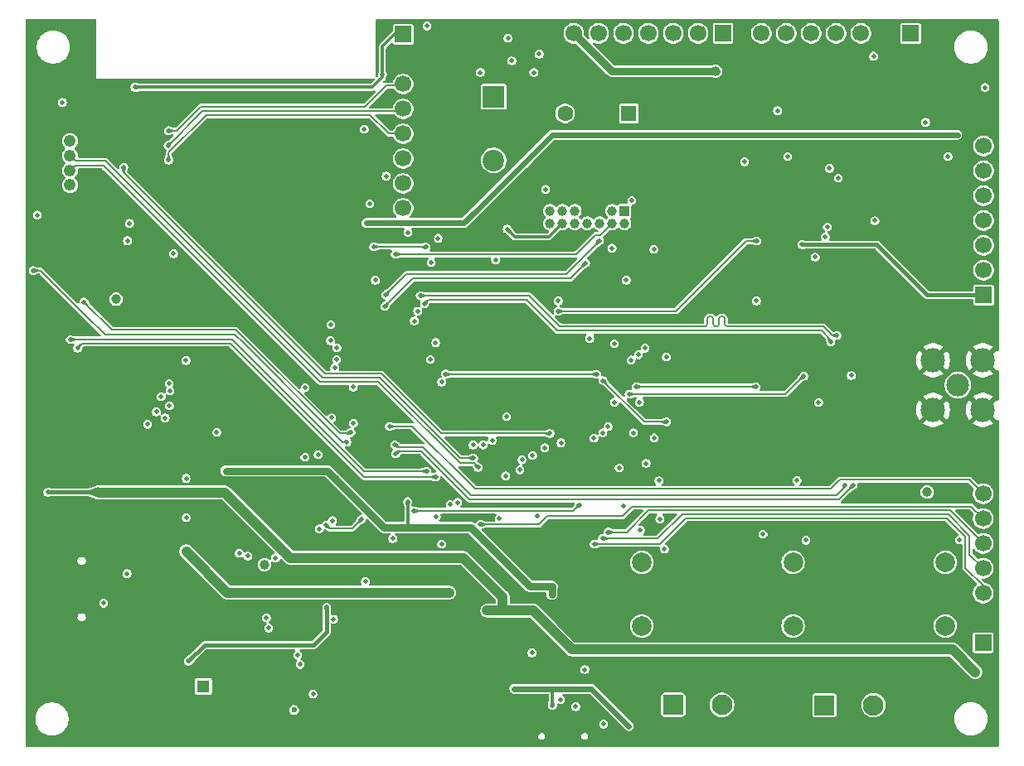
<source format=gbr>
%TF.GenerationSoftware,KiCad,Pcbnew,9.0.2*%
%TF.CreationDate,2025-09-08T10:53:28+03:00*%
%TF.ProjectId,OpenAirScope,4f70656e-4169-4725-9363-6f70652e6b69,v0-Draft*%
%TF.SameCoordinates,Original*%
%TF.FileFunction,Copper,L2,Inr*%
%TF.FilePolarity,Positive*%
%FSLAX46Y46*%
G04 Gerber Fmt 4.6, Leading zero omitted, Abs format (unit mm)*
G04 Created by KiCad (PCBNEW 9.0.2) date 2025-09-08 10:53:28*
%MOMM*%
%LPD*%
G01*
G04 APERTURE LIST*
G04 Aperture macros list*
%AMRoundRect*
0 Rectangle with rounded corners*
0 $1 Rounding radius*
0 $2 $3 $4 $5 $6 $7 $8 $9 X,Y pos of 4 corners*
0 Add a 4 corners polygon primitive as box body*
4,1,4,$2,$3,$4,$5,$6,$7,$8,$9,$2,$3,0*
0 Add four circle primitives for the rounded corners*
1,1,$1+$1,$2,$3*
1,1,$1+$1,$4,$5*
1,1,$1+$1,$6,$7*
1,1,$1+$1,$8,$9*
0 Add four rect primitives between the rounded corners*
20,1,$1+$1,$2,$3,$4,$5,0*
20,1,$1+$1,$4,$5,$6,$7,0*
20,1,$1+$1,$6,$7,$8,$9,0*
20,1,$1+$1,$8,$9,$2,$3,0*%
G04 Aperture macros list end*
%TA.AperFunction,ComponentPad*%
%ADD10C,2.000000*%
%TD*%
%TA.AperFunction,HeatsinkPad*%
%ADD11C,0.600000*%
%TD*%
%TA.AperFunction,ComponentPad*%
%ADD12R,1.700000X1.700000*%
%TD*%
%TA.AperFunction,ComponentPad*%
%ADD13C,1.700000*%
%TD*%
%TA.AperFunction,ComponentPad*%
%ADD14C,2.325000*%
%TD*%
%TA.AperFunction,ComponentPad*%
%ADD15C,2.475000*%
%TD*%
%TA.AperFunction,ComponentPad*%
%ADD16RoundRect,0.250001X-0.799999X-0.799999X0.799999X-0.799999X0.799999X0.799999X-0.799999X0.799999X0*%
%TD*%
%TA.AperFunction,ComponentPad*%
%ADD17C,2.100000*%
%TD*%
%TA.AperFunction,ComponentPad*%
%ADD18R,1.600000X1.600000*%
%TD*%
%TA.AperFunction,ComponentPad*%
%ADD19C,1.600000*%
%TD*%
%TA.AperFunction,ComponentPad*%
%ADD20R,1.308000X1.308000*%
%TD*%
%TA.AperFunction,ComponentPad*%
%ADD21C,1.308000*%
%TD*%
%TA.AperFunction,HeatsinkPad*%
%ADD22C,0.500000*%
%TD*%
%TA.AperFunction,ComponentPad*%
%ADD23R,1.000000X1.000000*%
%TD*%
%TA.AperFunction,ComponentPad*%
%ADD24C,1.000000*%
%TD*%
%TA.AperFunction,ComponentPad*%
%ADD25R,1.238000X1.238000*%
%TD*%
%TA.AperFunction,ComponentPad*%
%ADD26C,1.238000*%
%TD*%
%TA.AperFunction,ComponentPad*%
%ADD27R,2.200000X2.200000*%
%TD*%
%TA.AperFunction,ComponentPad*%
%ADD28C,2.200000*%
%TD*%
%TA.AperFunction,ViaPad*%
%ADD29C,0.600000*%
%TD*%
%TA.AperFunction,ViaPad*%
%ADD30C,0.500000*%
%TD*%
%TA.AperFunction,ViaPad*%
%ADD31C,1.000000*%
%TD*%
%TA.AperFunction,Conductor*%
%ADD32C,0.400000*%
%TD*%
%TA.AperFunction,Conductor*%
%ADD33C,1.000000*%
%TD*%
%TA.AperFunction,Conductor*%
%ADD34C,0.600000*%
%TD*%
%TA.AperFunction,Conductor*%
%ADD35C,0.750000*%
%TD*%
%TA.AperFunction,Conductor*%
%ADD36C,0.300000*%
%TD*%
%TA.AperFunction,Conductor*%
%ADD37C,0.200000*%
%TD*%
G04 APERTURE END LIST*
D10*
%TO.N,GND*%
%TO.C,SW3*%
X156750000Y-133850000D03*
X156750000Y-127350000D03*
%TO.N,/Indicators/BT2*%
X161250000Y-133850000D03*
X161250000Y-127350000D03*
%TD*%
D11*
%TO.N,GND*%
%TO.C,U7*%
X119690000Y-84360000D03*
X119690000Y-85460000D03*
X120240000Y-83810000D03*
X120240000Y-84910000D03*
X120240000Y-86010000D03*
X120790000Y-84360000D03*
X120790000Y-85460000D03*
X121340000Y-83810000D03*
X121340000Y-84910000D03*
X121340000Y-86010000D03*
X121890000Y-84360000D03*
X121890000Y-85460000D03*
%TD*%
D12*
%TO.N,+3V3P*%
%TO.C,J13*%
X196100000Y-135560000D03*
D13*
%TO.N,GND*%
X196100000Y-133020000D03*
%TO.N,/Display-RTC/CS*%
X196100000Y-130480000D03*
%TO.N,/Display-RTC/RES*%
X196100000Y-127940000D03*
%TO.N,/Display-RTC/DC*%
X196100000Y-125400000D03*
%TO.N,/Display-RTC/CLK*%
X196100000Y-122860000D03*
%TO.N,/Display-RTC/DIN*%
X196100000Y-120320000D03*
%TD*%
D14*
%TO.N,Net-(C54-Pad1)*%
%TO.C,J6*%
X193520000Y-109220000D03*
D15*
%TO.N,GND*%
X190980000Y-111760000D03*
X190980000Y-106680000D03*
X196060000Y-111760000D03*
X196060000Y-106680000D03*
%TD*%
D12*
%TO.N,/MCU/SWDIO*%
%TO.C,J14*%
X169540000Y-73250000D03*
D13*
%TO.N,/MCU/SWCLK*%
X167000000Y-73250000D03*
%TO.N,/MCU/NRST*%
X164460000Y-73250000D03*
%TO.N,/MCU/BOOT0*%
X161920000Y-73250000D03*
%TO.N,/MCU/H2*%
X159380000Y-73250000D03*
%TO.N,/MCU/H1*%
X156840000Y-73250000D03*
%TO.N,+3V3P*%
X154300000Y-73250000D03*
%TO.N,GND*%
X151760000Y-73250000D03*
%TD*%
D16*
%TO.N,/Conn/CAN_P*%
%TO.C,J8*%
X179900000Y-141950000D03*
D17*
%TO.N,/Conn/CAN_N*%
X184900000Y-141950000D03*
%TD*%
D10*
%TO.N,GND*%
%TO.C,SW5*%
X187750000Y-133850000D03*
X187750000Y-127350000D03*
%TO.N,/Indicators/BT4*%
X192250000Y-133850000D03*
X192250000Y-127350000D03*
%TD*%
D18*
%TO.N,Net-(BZ1-+)*%
%TO.C,BZ1*%
X159920000Y-81450000D03*
D19*
%TO.N,Net-(BZ1--)*%
X153420000Y-81450000D03*
%TD*%
D20*
%TO.N,VBAT*%
%TO.C,J2*%
X116490000Y-140007500D03*
D21*
%TO.N,GND*%
X118490000Y-140007500D03*
%TD*%
D12*
%TO.N,+3V3PESP*%
%TO.C,J5*%
X136880000Y-73360000D03*
D13*
%TO.N,GND*%
X136880000Y-75900000D03*
%TO.N,/Conn/GPIO5*%
X136880000Y-78440000D03*
%TO.N,/Conn/GPIO6*%
X136880000Y-80980000D03*
%TO.N,/Conn/GPIO7*%
X136880000Y-83520000D03*
%TO.N,/Conn/GPIO10*%
X136880000Y-86060000D03*
%TO.N,/Conn/GPIO18*%
X136880000Y-88600000D03*
%TO.N,/Conn/GPIO19*%
X136880000Y-91140000D03*
%TD*%
D22*
%TO.N,GND*%
%TO.C,U1*%
X125115000Y-134820000D03*
X127115000Y-134820000D03*
X125115000Y-132820000D03*
X127115000Y-132820000D03*
%TD*%
D12*
%TO.N,+3V3P_RAK*%
%TO.C,J4*%
X196150000Y-100020000D03*
D13*
%TO.N,/Conn/SDA*%
X196150000Y-97480000D03*
%TO.N,/Conn/SCL*%
X196150000Y-94940000D03*
%TO.N,/Conn/PA0*%
X196150000Y-92400000D03*
%TO.N,/Conn/PA1*%
X196150000Y-89860000D03*
%TO.N,/Conn/PA4*%
X196150000Y-87320000D03*
%TO.N,/Conn/PA5*%
X196150000Y-84780000D03*
%TO.N,GND*%
X196150000Y-82240000D03*
%TD*%
D10*
%TO.N,GND*%
%TO.C,SW4*%
X172200000Y-133850000D03*
X172200000Y-127350000D03*
%TO.N,/Indicators/BT3*%
X176700000Y-133850000D03*
X176700000Y-127350000D03*
%TD*%
D23*
%TO.N,unconnected-(J3-NC-Pad1)*%
%TO.C,J3*%
X159480000Y-91410000D03*
D24*
%TO.N,unconnected-(J3-NC-Pad2)*%
X159480000Y-92680000D03*
%TO.N,+3V3P_MCU*%
X158210000Y-91410000D03*
%TO.N,/MCU/SWDIO*%
X158210000Y-92680000D03*
%TO.N,GND*%
X156940000Y-91410000D03*
%TO.N,/MCU/SWCLK*%
X156940000Y-92680000D03*
%TO.N,GND*%
X155670000Y-91410000D03*
%TO.N,/MCU/SWO*%
X155670000Y-92680000D03*
%TO.N,unconnected-(J3-JRCLK{slash}NC-Pad9)*%
X154400000Y-91410000D03*
%TO.N,/MCU/JTDI*%
X154400000Y-92680000D03*
%TO.N,Net-(J3-GNDDetect)*%
X153130000Y-91410000D03*
%TO.N,/MCU/NRST*%
X153130000Y-92680000D03*
%TO.N,/MCU/VCP_RX*%
X151860000Y-91410000D03*
%TO.N,/MCU/VCP_TX*%
X151860000Y-92680000D03*
%TD*%
D25*
%TO.N,GND*%
%TO.C,J10*%
X102850000Y-82767500D03*
D26*
%TO.N,unconnected-(J10-Pad2)*%
X102850000Y-84267500D03*
%TO.N,/Sensors/L-*%
X102850000Y-85767500D03*
%TO.N,/Sensors/L+*%
X102850000Y-87267500D03*
%TO.N,+5VP*%
X102850000Y-88767500D03*
%TD*%
D27*
%TO.N,/MCU/NRST*%
%TO.C,S1*%
X146120000Y-79740000D03*
D28*
X146120000Y-86240000D03*
%TO.N,GND*%
X141620000Y-79740000D03*
X141620000Y-86240000D03*
%TD*%
D12*
%TO.N,/Conn/RAK_BOOT0*%
%TO.C,J7*%
X188710000Y-73260000D03*
D13*
%TO.N,GND*%
X186170000Y-73260000D03*
%TO.N,Net-(J7-Pin_3)*%
X183630000Y-73260000D03*
%TO.N,Net-(J7-Pin_4)*%
X181090000Y-73260000D03*
%TO.N,Net-(J7-Pin_5)*%
X178550000Y-73260000D03*
%TO.N,Net-(J7-Pin_6)*%
X176010000Y-73260000D03*
%TO.N,Net-(J7-Pin_7)*%
X173470000Y-73260000D03*
%TD*%
D16*
%TO.N,/Conn/DRS_P*%
%TO.C,J9*%
X164440000Y-141917500D03*
D17*
%TO.N,/Conn/DRS_N*%
X169440000Y-141917500D03*
%TD*%
D29*
%TO.N,GND*%
X156990000Y-131970000D03*
X125860000Y-128290000D03*
X110290000Y-101460000D03*
X108690000Y-124720000D03*
X187920000Y-84640000D03*
X191050000Y-98640000D03*
X133040000Y-128230000D03*
X142060000Y-101980000D03*
X168520000Y-114620000D03*
X140440000Y-105820000D03*
X104500000Y-109700000D03*
X166940000Y-105610000D03*
X134180000Y-84170000D03*
X114260000Y-136680000D03*
X119550000Y-96840000D03*
X193540000Y-115900000D03*
X102600000Y-132830000D03*
X189460000Y-109930000D03*
X121730000Y-138530000D03*
X112760000Y-132370000D03*
X184580000Y-102350000D03*
X103800000Y-80380000D03*
X173050000Y-90690000D03*
X133810000Y-134990000D03*
D30*
X123460000Y-105580000D03*
D29*
X188990000Y-82340000D03*
X138980000Y-76550000D03*
X160010000Y-138550000D03*
X189520000Y-100590000D03*
X110180000Y-135550000D03*
D30*
X148920000Y-121490000D03*
D29*
X182390000Y-138420000D03*
X191110000Y-115790000D03*
X174840000Y-82470000D03*
X188440000Y-105690000D03*
X186880000Y-84640000D03*
X177490000Y-100290000D03*
X99910000Y-99560000D03*
X194390000Y-132260000D03*
X173530000Y-117280000D03*
X155690000Y-90170000D03*
X138920000Y-82470000D03*
X147040000Y-138960000D03*
D30*
X141570000Y-124790000D03*
D29*
X129580000Y-120270000D03*
X196250000Y-109130000D03*
X177880000Y-113790000D03*
X176830000Y-75440000D03*
X104410000Y-111530000D03*
X149220000Y-138900000D03*
X186060000Y-99620000D03*
X156960000Y-128990000D03*
D30*
X156690000Y-102610000D03*
D29*
X194830000Y-102920000D03*
X112440000Y-121840000D03*
X169820000Y-88120000D03*
X190810000Y-114300000D03*
D30*
X130410000Y-104600000D03*
D29*
X152070000Y-136750000D03*
D30*
X155470000Y-119020000D03*
D29*
X157820000Y-138750000D03*
X184970000Y-106520000D03*
X187880000Y-109220000D03*
X166970000Y-127540000D03*
X131020000Y-103180000D03*
X171960000Y-101880000D03*
X178570000Y-124140000D03*
X194700000Y-82750000D03*
X129570000Y-98570000D03*
X104410000Y-111530000D03*
X107020000Y-124720000D03*
X111170000Y-107140000D03*
X109060000Y-80080000D03*
X191880000Y-103180000D03*
X141640000Y-84520000D03*
D30*
X145010000Y-110090000D03*
D29*
X173620000Y-113400000D03*
X184820000Y-112290000D03*
X187290000Y-104810000D03*
X156220000Y-88890000D03*
X156980000Y-90170000D03*
X111180000Y-135720000D03*
X127470000Y-96820000D03*
X186430000Y-101150000D03*
X134060000Y-138030000D03*
X102400000Y-126910000D03*
X163260000Y-97480000D03*
X133230000Y-125730000D03*
X170380000Y-133980000D03*
X123940000Y-122170000D03*
X100230000Y-107470000D03*
X133930000Y-136650000D03*
D30*
X135900000Y-107450000D03*
D29*
X101180000Y-87850000D03*
X155270000Y-125130000D03*
X184540000Y-81170000D03*
X107560000Y-133700000D03*
X142040000Y-76510000D03*
X182070000Y-104890000D03*
D30*
X163490000Y-99970000D03*
D29*
X188450000Y-106620000D03*
D30*
X116630000Y-110730000D03*
D29*
X163560000Y-117210000D03*
D30*
X135760000Y-104110000D03*
D29*
X121260000Y-141960000D03*
X131370000Y-79540000D03*
X99940000Y-101680000D03*
X107240000Y-121870000D03*
X196040000Y-114260000D03*
X182570000Y-106080000D03*
X152790000Y-110950000D03*
X180680000Y-96040000D03*
X187340000Y-108410000D03*
X192290000Y-97410000D03*
D30*
X141250000Y-93600000D03*
D29*
X195970000Y-115970000D03*
X127870000Y-139870000D03*
X169820000Y-90060000D03*
X184450000Y-96010000D03*
X195890000Y-117790000D03*
X114350000Y-97610000D03*
X168450000Y-116860000D03*
X196070000Y-103860000D03*
X173640000Y-114670000D03*
X101180000Y-83310000D03*
X143040000Y-129640000D03*
X172290000Y-131940000D03*
D30*
X128640000Y-105960000D03*
D29*
X173090000Y-89180000D03*
X102740000Y-98160000D03*
X173600000Y-115960000D03*
X136400000Y-101690000D03*
X193520000Y-98720000D03*
X184930000Y-74260000D03*
X179470000Y-75490000D03*
X189840000Y-108680000D03*
X122530000Y-143870000D03*
X139550000Y-79560000D03*
X182940000Y-102930000D03*
X111370000Y-137800000D03*
X186200000Y-111510000D03*
X180530000Y-89690000D03*
X152220000Y-117150000D03*
X187270000Y-105680000D03*
X188450000Y-104790000D03*
X188390000Y-116130000D03*
X193620000Y-111860000D03*
X130420000Y-83560000D03*
X118450000Y-141570000D03*
X104410000Y-111530000D03*
X185340000Y-109210000D03*
X159410000Y-112220000D03*
D30*
X126600000Y-108380000D03*
D29*
X190830000Y-104100000D03*
X190530000Y-117590000D03*
X143490000Y-88310000D03*
X140420000Y-76520000D03*
X104990000Y-84040000D03*
X193560000Y-114350000D03*
X194680000Y-81680000D03*
X170740000Y-124380000D03*
X154770000Y-134500000D03*
X104430000Y-113330000D03*
X183490000Y-104910000D03*
X193400000Y-102230000D03*
X180020000Y-114840000D03*
X112170000Y-127370000D03*
X188970000Y-114930000D03*
X183860000Y-100730000D03*
X145620000Y-122830000D03*
X186080000Y-103850000D03*
X134110000Y-120860000D03*
X141500000Y-81470000D03*
D30*
X155710000Y-98180000D03*
D29*
X169820000Y-91830000D03*
X112500000Y-89320000D03*
X108820000Y-140440000D03*
X150140000Y-72700000D03*
X134810000Y-110910000D03*
X112510000Y-90320000D03*
X110540000Y-126140000D03*
X188140000Y-113550000D03*
X107440000Y-81810000D03*
X137020000Y-124850000D03*
X193110000Y-117670000D03*
X146900000Y-124090000D03*
X143600000Y-139790000D03*
X153540000Y-138220000D03*
D30*
X128300000Y-111200000D03*
D29*
X145920000Y-101970000D03*
X108720000Y-138810000D03*
X188310000Y-111320000D03*
X173720000Y-118980000D03*
X118420000Y-138560000D03*
X151530000Y-74670000D03*
X139280000Y-74690000D03*
X99830000Y-121840000D03*
X105360000Y-96130000D03*
X101820000Y-103660000D03*
X144660000Y-139780000D03*
X175190000Y-105660000D03*
X128250000Y-131490000D03*
X188820000Y-77960000D03*
X132850000Y-86700000D03*
X130950000Y-99770000D03*
X189140000Y-138200000D03*
X118950000Y-137520000D03*
X104410000Y-111530000D03*
X171720000Y-118990000D03*
X102400000Y-129940000D03*
X184150000Y-108050000D03*
X143390000Y-86590000D03*
X187160000Y-107550000D03*
X144350000Y-145250000D03*
X186100000Y-113570000D03*
X186430000Y-102340000D03*
X105050000Y-85180000D03*
X178670000Y-117300000D03*
X141310000Y-145180000D03*
X119910000Y-137520000D03*
X168260000Y-96880000D03*
X111420000Y-117790000D03*
X188520000Y-109740000D03*
X163760000Y-114580000D03*
X169660000Y-125950000D03*
X189070000Y-108280000D03*
X146830000Y-93750000D03*
X157610000Y-112240000D03*
X103490000Y-117860000D03*
X101190000Y-85450000D03*
X188510000Y-107520000D03*
D30*
X132110000Y-133580000D03*
D29*
X104410000Y-111530000D03*
D30*
X127510000Y-114310000D03*
D29*
X187220000Y-74320000D03*
X105720000Y-91990000D03*
X152750000Y-105940000D03*
X141950000Y-128360000D03*
X186450000Y-124250000D03*
X119910000Y-139930000D03*
X106530000Y-133730000D03*
X143980000Y-130310000D03*
X144740000Y-126510000D03*
X163100000Y-123780000D03*
X118540000Y-122250000D03*
X189690000Y-102140000D03*
X193890000Y-104010000D03*
X147350000Y-125760000D03*
D30*
X143060000Y-125470000D03*
D29*
X144250000Y-89800000D03*
D30*
X147780000Y-117370000D03*
D29*
X187220000Y-106660000D03*
X194390000Y-133560000D03*
X189600000Y-97380000D03*
X155040000Y-127330000D03*
X193550000Y-106550000D03*
D30*
X140270000Y-90990000D03*
%TO.N,VBUS*%
X123140000Y-134060000D03*
X127673538Y-140796462D03*
D29*
%TO.N,VSUP*%
X125740000Y-142440000D03*
D30*
X123847103Y-126877103D03*
D31*
%TO.N,VBAT*%
X122710000Y-127580000D03*
D30*
X179300000Y-111000000D03*
%TO.N,+5VP*%
X165710000Y-83640000D03*
X114720000Y-122750000D03*
X133130000Y-92650000D03*
D29*
X141600000Y-130430000D03*
D30*
X114700000Y-106700000D03*
X138000000Y-130450000D03*
D31*
X114720000Y-126210000D03*
D30*
X196307703Y-78782297D03*
X193460000Y-83630000D03*
D29*
X140850000Y-130430000D03*
D30*
X114720000Y-118750000D03*
D29*
X140110000Y-130430000D03*
D30*
%TO.N,+3V3P*%
X161020000Y-110960000D03*
X174580000Y-136100000D03*
D31*
X190380000Y-120150000D03*
D30*
X159920000Y-144080000D03*
X161110000Y-124070000D03*
X195300000Y-138560000D03*
D31*
X105740000Y-120170000D03*
D30*
X161690000Y-117220000D03*
X173620000Y-124450000D03*
D31*
X107560000Y-100430000D03*
D30*
X163760000Y-106340000D03*
X148210000Y-140260000D03*
D29*
X147020000Y-131670000D03*
D30*
X182639449Y-108242201D03*
D31*
X190350000Y-136240000D03*
D30*
X147980000Y-76070000D03*
D29*
X158880000Y-136230000D03*
D30*
X102090000Y-80310000D03*
D29*
X146470000Y-132270000D03*
D30*
X160390000Y-114090000D03*
X110790000Y-113220000D03*
X139300000Y-72500000D03*
D29*
X147500000Y-132270000D03*
D30*
X99520000Y-91821834D03*
D31*
X168770000Y-77140000D03*
D30*
X152130000Y-141950000D03*
X100590000Y-120180000D03*
D29*
X145450000Y-132270000D03*
D30*
%TO.N,/Indicators/VSUP_AN*%
X132610000Y-122950000D03*
X129017693Y-123527693D03*
%TO.N,+3V3P_MCU*%
X134037728Y-98504211D03*
X137360000Y-93600000D03*
D29*
X152070000Y-130600000D03*
D30*
X129560000Y-112560000D03*
X137340000Y-121140000D03*
D29*
X152080000Y-129800000D03*
D30*
X158450000Y-110970000D03*
X140455000Y-94215000D03*
X159670000Y-98500000D03*
X160220000Y-90330000D03*
X126720000Y-117940000D03*
X129880000Y-118720000D03*
X129880000Y-107430000D03*
D29*
X118800000Y-117990000D03*
D30*
X158440000Y-105000000D03*
D29*
X144820000Y-124820000D03*
D30*
X150610000Y-122620000D03*
X146310000Y-96410000D03*
X158940000Y-117670000D03*
%TO.N,/Conn/GPIO9*%
X108940000Y-92680000D03*
X139750000Y-96670000D03*
%TO.N,+3V3PESP*%
X108710000Y-94450000D03*
X132910000Y-83050000D03*
X109480000Y-78770000D03*
X134770000Y-77440000D03*
%TO.N,/Conn/CHIP_PU*%
X108350000Y-86940000D03*
X151880000Y-114170000D03*
%TO.N,+3V3P_RAK*%
X175090000Y-81170000D03*
X177600000Y-94860000D03*
%TO.N,/Conn/RST*%
X151420000Y-89200000D03*
X171750000Y-86380000D03*
%TO.N,/Display-RTC/Buzzer_PWM*%
X155938681Y-104439802D03*
X162470000Y-95340000D03*
%TO.N,/Indicators/BT2*%
X160150000Y-106660000D03*
X163570000Y-125990000D03*
%TO.N,/Indicators/BT3*%
X177993132Y-125076226D03*
X160902372Y-106101426D03*
%TO.N,/Indicators/BT4*%
X161570000Y-105440000D03*
X193690000Y-125060000D03*
%TO.N,/MCU/NRST*%
X147490000Y-93270000D03*
X146700000Y-122880000D03*
%TO.N,/Indicators/VBAT_AN*%
X135820000Y-124920000D03*
X133020000Y-129290000D03*
%TO.N,Net-(C91-Pad1)*%
X114930000Y-137440000D03*
X129070000Y-131900000D03*
%TO.N,/Conn/GPIO6*%
X112880000Y-84720000D03*
%TO.N,/Conn/GPIO19*%
X135140000Y-87860000D03*
%TO.N,/Conn/GPIO5*%
X112910000Y-83210000D03*
%TO.N,/Conn/GPIO10*%
X133470000Y-90690000D03*
%TO.N,/Conn/GPIO7*%
X112930000Y-86220000D03*
%TO.N,/Power/CC2*%
X106286524Y-131504581D03*
X108690000Y-128490000D03*
%TO.N,/Display-RTC/DAT0*%
X111670000Y-111950000D03*
%TO.N,/Display-RTC/CMD*%
X112170000Y-110410000D03*
%TO.N,/Display-RTC/DAT1*%
X112590000Y-112570000D03*
%TO.N,/Display-RTC/DAT3*%
X113076381Y-109815134D03*
%TO.N,/Display-RTC/CLK*%
X140812959Y-108913520D03*
X144740000Y-123470000D03*
%TO.N,/Display-RTC/DAT2*%
X112980000Y-109050000D03*
%TO.N,/Display-RTC/CS*%
X156380175Y-125475670D03*
X156370000Y-114640000D03*
%TO.N,/Display-RTC/RES*%
X157240000Y-124910000D03*
X157260000Y-114090000D03*
%TO.N,/Display-RTC/DIN*%
X135466587Y-113435896D03*
%TO.N,/Display-RTC/DC*%
X157800000Y-124260000D03*
X157810000Y-113440000D03*
%TO.N,Net-(D14-K)*%
X184910000Y-75590000D03*
X190220000Y-82350000D03*
%TO.N,/Conn/PA4*%
X192519615Y-85840142D03*
%TO.N,/Conn/PA0*%
X185050000Y-92410000D03*
%TO.N,/MCU/SWDIO*%
X158210000Y-95220000D03*
X136077602Y-95847602D03*
%TO.N,/MCU/SWCLK*%
X135100409Y-100003110D03*
X156910000Y-94460000D03*
%TO.N,/MCU/JTDI*%
X135000000Y-101190000D03*
X155506131Y-96753869D03*
%TO.N,/MCU/MCU_BCLK*%
X151330000Y-115630000D03*
X157360000Y-143880000D03*
X152950000Y-141360000D03*
%TO.N,/MCU/MCU_WS*%
X150030000Y-136600000D03*
X150100000Y-116420000D03*
X154500000Y-142090000D03*
%TO.N,/MCU/SWO*%
X147445010Y-112430000D03*
%TO.N,Net-(J7-Pin_5)*%
X181310000Y-88040000D03*
%TO.N,Net-(J7-Pin_7)*%
X178955000Y-96135032D03*
%TO.N,/Display-RTC/RTC_SDA*%
X172940000Y-109380000D03*
X160670000Y-109380000D03*
%TO.N,/Display-RTC/RTC_SCL*%
X159950000Y-110140000D03*
X177790000Y-108310000D03*
%TO.N,Net-(J7-Pin_3)*%
X179975000Y-94055000D03*
%TO.N,Net-(J7-Pin_6)*%
X180410000Y-87060000D03*
%TO.N,Net-(J7-Pin_4)*%
X180190000Y-93040000D03*
%TO.N,/Display-RTC/RTC_INT*%
X162520000Y-114620000D03*
X137980000Y-122070000D03*
X154865000Y-121455000D03*
%TO.N,/Display-RTC/RTC*%
X156650000Y-108109997D03*
X141200000Y-108090000D03*
%TO.N,/Conn/GPIO8*%
X133870000Y-95070000D03*
X113440000Y-95780000D03*
X139220000Y-95120000D03*
%TO.N,/Indicators/USER_LED1*%
X147340000Y-118500000D03*
X129670000Y-123070000D03*
%TO.N,/Indicators/USER_LED2*%
X128310000Y-123910000D03*
X148800000Y-117880000D03*
%TO.N,/MCU/MCU_SCL1*%
X104275000Y-100715000D03*
X131540000Y-114060000D03*
%TO.N,/MCU/MCU_SDA1*%
X99110000Y-97510000D03*
X131140000Y-115030000D03*
%TO.N,/MCU/MCU_SDA2*%
X102890000Y-104560000D03*
X139280000Y-118040000D03*
%TO.N,/MCU/MCU_SCL2*%
X103630000Y-105430000D03*
X140210000Y-118590000D03*
%TO.N,/MCU/MCU_DATA*%
X152990000Y-115110000D03*
X155420437Y-138302666D03*
%TO.N,/MCU/MCU_SCL4*%
X144770000Y-77260000D03*
X150220000Y-77260000D03*
%TO.N,/MCU/INT*%
X150780000Y-75390000D03*
X147570376Y-73740282D03*
%TO.N,/MCU/BOOT0*%
X145970000Y-114860000D03*
X128190000Y-116320000D03*
%TO.N,/Conn/RS485_RX*%
X163088639Y-122903758D03*
%TO.N,/Conn/RS485_RE*%
X159400000Y-121540000D03*
%TO.N,/Conn/RS485_TX*%
X162999114Y-118996894D03*
%TO.N,/Conn/RS*%
X172952174Y-100610000D03*
X152720000Y-100610000D03*
X177094567Y-118963975D03*
%TO.N,/MCU/SCK*%
X126850000Y-116570000D03*
X126880000Y-109470000D03*
%TO.N,/MCU/CUR_LIM*%
X126350000Y-137770000D03*
X142460000Y-121200000D03*
%TO.N,/MCU/MISO*%
X131810000Y-113100000D03*
X131790000Y-109430000D03*
%TO.N,/MCU/TIMER_EN*%
X140810000Y-125480000D03*
X129780000Y-133150000D03*
%TO.N,/Display-RTC/RTC_RESET*%
X157300000Y-108760000D03*
X163790000Y-112980000D03*
%TO.N,/Display-RTC/SD_CK*%
X129490000Y-103030000D03*
X129450000Y-104670000D03*
%TO.N,/MCU/CHARGE_EN*%
X122910000Y-133010000D03*
X140260000Y-122650000D03*
%TO.N,/Display-RTC/SD_DAT0*%
X140200000Y-104870000D03*
X130120000Y-105400000D03*
%TO.N,/MCU/USB_SEL*%
X126105538Y-136818608D03*
X141690000Y-121440000D03*
%TO.N,/Display-RTC/SD_DAT1*%
X139640000Y-106590000D03*
X130090000Y-106610000D03*
%TO.N,/Conn/RAK_BOOT0*%
X176150000Y-85850000D03*
X152700000Y-101660000D03*
X173020000Y-94490000D03*
%TO.N,/MCU/CS*%
X117850000Y-114040000D03*
X149010000Y-116840000D03*
%TO.N,/Conn/A+*%
X180540000Y-104810000D03*
X139075823Y-100882401D03*
%TO.N,/Conn/A-*%
X138617605Y-100056106D03*
X181179420Y-104142757D03*
%TO.N,/MCU/M-*%
X138360000Y-101660000D03*
X120140000Y-126420000D03*
%TO.N,/MCU/M+*%
X138010000Y-102660000D03*
X121010000Y-126700000D03*
%TO.N,/Sensors/L-*%
X144070000Y-116660000D03*
%TO.N,/Sensors/L+*%
X144530000Y-117630000D03*
%TO.N,/Conn/CAN+*%
X136020000Y-115310000D03*
X181990000Y-119440000D03*
%TO.N,/Conn/CAN-*%
X136130000Y-116210000D03*
X182840000Y-119430000D03*
%TO.N,/MCU/H1*%
X144020000Y-115340000D03*
%TO.N,/MCU/H2*%
X145040000Y-115330000D03*
%TO.N,/Display-RTC/SDCLK*%
X113010000Y-111350000D03*
%TD*%
D32*
%TO.N,+5VP*%
X193460000Y-83630000D02*
X193470000Y-83640000D01*
D33*
X140110000Y-130430000D02*
X118940000Y-130430000D01*
X141600000Y-130430000D02*
X140110000Y-130430000D01*
D34*
X133130000Y-92650000D02*
X143080000Y-92650000D01*
X152100000Y-83630000D02*
X165650000Y-83630000D01*
X143080000Y-92650000D02*
X144240000Y-91490000D01*
X144240000Y-91490000D02*
X152100000Y-83630000D01*
D33*
X118940000Y-130430000D02*
X114720000Y-126210000D01*
D34*
X165650000Y-83630000D02*
X193460000Y-83630000D01*
D33*
%TO.N,+3V3P*%
X147020000Y-131670000D02*
X147020000Y-132260000D01*
X147010000Y-132270000D02*
X147500000Y-132270000D01*
D35*
X158170000Y-77120000D02*
X168840000Y-77120000D01*
D33*
X150170000Y-132270000D02*
X152330000Y-134430000D01*
X147040000Y-131650000D02*
X147020000Y-131670000D01*
X154160000Y-136260000D02*
X164560000Y-136260000D01*
X118670000Y-120200000D02*
X105760000Y-120200000D01*
X145450000Y-132270000D02*
X147010000Y-132270000D01*
X125360000Y-126890000D02*
X118670000Y-120200000D01*
X147020000Y-130870000D02*
X143040000Y-126890000D01*
D34*
X156100000Y-140260000D02*
X159920000Y-144080000D01*
D33*
X193000000Y-136260000D02*
X195300000Y-138560000D01*
X143040000Y-126890000D02*
X125360000Y-126890000D01*
D36*
X152130000Y-140270000D02*
X152140000Y-140260000D01*
X152130000Y-141950000D02*
X152130000Y-140270000D01*
D33*
X147020000Y-131670000D02*
X147020000Y-130870000D01*
D32*
X105740000Y-120170000D02*
X100640000Y-120170000D01*
D33*
X164560000Y-136260000D02*
X193000000Y-136260000D01*
D35*
X154300000Y-73250000D02*
X158170000Y-77120000D01*
D33*
X152330000Y-134430000D02*
X154160000Y-136260000D01*
X147040000Y-130880000D02*
X147040000Y-131650000D01*
D34*
X148210000Y-140260000D02*
X152140000Y-140260000D01*
D33*
X147020000Y-132260000D02*
X147010000Y-132270000D01*
X147500000Y-132270000D02*
X150170000Y-132270000D01*
D34*
X152140000Y-140260000D02*
X156100000Y-140260000D01*
D37*
%TO.N,/Indicators/VSUP_AN*%
X129017693Y-123527693D02*
X129370000Y-123880000D01*
X131700000Y-123880000D02*
X132620000Y-122960000D01*
X129370000Y-123880000D02*
X131700000Y-123880000D01*
D35*
%TO.N,+3V3P_MCU*%
X130280000Y-119120000D02*
X129880000Y-118720000D01*
X152080000Y-129800000D02*
X149810000Y-129800000D01*
X137340000Y-123760000D02*
X134920000Y-123760000D01*
D36*
X137340000Y-121140000D02*
X137340000Y-123760000D01*
D35*
X143770000Y-123760000D02*
X137340000Y-123760000D01*
X152070000Y-130600000D02*
X152070000Y-129810000D01*
X149810000Y-129800000D02*
X143770000Y-123760000D01*
X152070000Y-129810000D02*
X152080000Y-129800000D01*
X129150000Y-117990000D02*
X130280000Y-119120000D01*
X118800000Y-117990000D02*
X129150000Y-117990000D01*
X134920000Y-123760000D02*
X130280000Y-119120000D01*
D36*
%TO.N,+3V3PESP*%
X109480000Y-78770000D02*
X133720000Y-78770000D01*
X133720000Y-78770000D02*
X134770000Y-77720000D01*
X136030000Y-73360000D02*
X136880000Y-73360000D01*
X134770000Y-74620000D02*
X136030000Y-73360000D01*
X134770000Y-77720000D02*
X134770000Y-74620000D01*
D37*
%TO.N,/Conn/CHIP_PU*%
X128900000Y-108040000D02*
X108350000Y-87490000D01*
X134626002Y-108040000D02*
X128900000Y-108040000D01*
X140756002Y-114170000D02*
X134626002Y-108040000D01*
X108350000Y-87490000D02*
X108350000Y-86940000D01*
X151880000Y-114170000D02*
X140756002Y-114170000D01*
D32*
%TO.N,+3V3P_RAK*%
X177600000Y-94860000D02*
X185240000Y-94860000D01*
X185240000Y-94860000D02*
X190400000Y-100020000D01*
X190400000Y-100020000D02*
X196150000Y-100020000D01*
D36*
%TO.N,/MCU/NRST*%
X148280000Y-94060000D02*
X151750000Y-94060000D01*
X147490000Y-93270000D02*
X148280000Y-94060000D01*
X151750000Y-94060000D02*
X153130000Y-92680000D01*
D32*
%TO.N,Net-(C91-Pad1)*%
X129080000Y-131910000D02*
X129070000Y-131900000D01*
X129080000Y-134420000D02*
X129080000Y-131910000D01*
X127680000Y-135820000D02*
X129080000Y-134420000D01*
X116590000Y-135820000D02*
X127680000Y-135820000D01*
X114930000Y-137440000D02*
X114970000Y-137440000D01*
X114970000Y-137440000D02*
X116590000Y-135820000D01*
D37*
%TO.N,/Conn/GPIO6*%
X112880000Y-84720000D02*
X116380000Y-81220000D01*
X136640000Y-81220000D02*
X136880000Y-80980000D01*
X116380000Y-81220000D02*
X136640000Y-81220000D01*
%TO.N,/Conn/GPIO5*%
X132970000Y-80760000D02*
X135150000Y-78580000D01*
X116190000Y-80760000D02*
X132970000Y-80760000D01*
X113740000Y-83210000D02*
X116190000Y-80760000D01*
X136740000Y-78580000D02*
X136880000Y-78440000D01*
X112910000Y-83210000D02*
X113740000Y-83210000D01*
X135150000Y-78580000D02*
X136740000Y-78580000D01*
%TO.N,/Conn/GPIO7*%
X116758232Y-81621000D02*
X133501000Y-81621000D01*
X112930000Y-85449232D02*
X116758232Y-81621000D01*
X112930000Y-86220000D02*
X112930000Y-85449232D01*
X135400000Y-83520000D02*
X136880000Y-83520000D01*
X133501000Y-81621000D02*
X135400000Y-83520000D01*
%TO.N,/Display-RTC/CLK*%
X150780000Y-123470000D02*
X144740000Y-123470000D01*
X151620000Y-122630000D02*
X150780000Y-123470000D01*
X160250000Y-121640000D02*
X159260000Y-122630000D01*
X196100000Y-122860000D02*
X194880000Y-121640000D01*
X194880000Y-121640000D02*
X160250000Y-121640000D01*
X159260000Y-122630000D02*
X151620000Y-122630000D01*
%TO.N,/Display-RTC/CS*%
X194290000Y-124740000D02*
X192393000Y-122843000D01*
X194290000Y-127920000D02*
X194290000Y-124740000D01*
X196100000Y-130480000D02*
X196100000Y-129730000D01*
X163109000Y-125461000D02*
X156401000Y-125461000D01*
X165727000Y-122843000D02*
X163109000Y-125461000D01*
X192393000Y-122843000D02*
X165727000Y-122843000D01*
X196100000Y-129730000D02*
X194290000Y-127920000D01*
X156401000Y-125461000D02*
X156390000Y-125450000D01*
%TO.N,/Display-RTC/RES*%
X165358000Y-122442000D02*
X162890000Y-124910000D01*
X192574900Y-122442000D02*
X165358000Y-122442000D01*
X194720000Y-124587100D02*
X192574900Y-122442000D01*
X162890000Y-124910000D02*
X157240000Y-124910000D01*
X196100000Y-127940000D02*
X194720000Y-126560000D01*
X194720000Y-126560000D02*
X194720000Y-124587100D01*
%TO.N,/Display-RTC/DIN*%
X137825896Y-113435896D02*
X144220000Y-119830000D01*
X181501000Y-118879000D02*
X194659000Y-118879000D01*
X135466587Y-113435896D02*
X137825896Y-113435896D01*
X194659000Y-118879000D02*
X196100000Y-120320000D01*
X144220000Y-119830000D02*
X180550000Y-119830000D01*
X180550000Y-119830000D02*
X181501000Y-118879000D01*
%TO.N,/Display-RTC/DC*%
X196100000Y-125400000D02*
X192741000Y-122041000D01*
X161899000Y-122041000D02*
X159680000Y-124260000D01*
X159680000Y-124260000D02*
X157800000Y-124260000D01*
X192741000Y-122041000D02*
X161899000Y-122041000D01*
%TO.N,/MCU/SWDIO*%
X157000000Y-93890000D02*
X158210000Y-92680000D01*
X156490000Y-93890000D02*
X157000000Y-93890000D01*
X136077602Y-95847602D02*
X154532398Y-95847602D01*
X154532398Y-95847602D02*
X156490000Y-93890000D01*
%TO.N,/MCU/SWCLK*%
X156910000Y-94500000D02*
X153540000Y-97870000D01*
X137233519Y-97870000D02*
X135100409Y-100003110D01*
X153540000Y-97870000D02*
X137233519Y-97870000D01*
X156910000Y-94460000D02*
X156910000Y-94500000D01*
%TO.N,/MCU/JTDI*%
X153760000Y-98320000D02*
X153940000Y-98320000D01*
X137870000Y-98320000D02*
X153760000Y-98320000D01*
X135000000Y-101190000D02*
X137870000Y-98320000D01*
X153940000Y-98320000D02*
X155520000Y-96740000D01*
%TO.N,/Display-RTC/RTC_SDA*%
X160670000Y-109380000D02*
X172940000Y-109380000D01*
%TO.N,/Display-RTC/RTC_SCL*%
X175930000Y-110140000D02*
X177700000Y-108370000D01*
X159950000Y-110140000D02*
X175930000Y-110140000D01*
X177700000Y-108370000D02*
X177700000Y-108250000D01*
%TO.N,/Display-RTC/RTC_INT*%
X154250000Y-122070000D02*
X138030000Y-122070000D01*
X154865000Y-121455000D02*
X154250000Y-122070000D01*
%TO.N,/Display-RTC/RTC*%
X156639997Y-108120000D02*
X141230000Y-108120000D01*
X141230000Y-108120000D02*
X141200000Y-108090000D01*
X156650000Y-108109997D02*
X156639997Y-108120000D01*
%TO.N,/Conn/GPIO8*%
X139170000Y-95070000D02*
X139220000Y-95120000D01*
X133870000Y-95070000D02*
X139170000Y-95070000D01*
%TO.N,/MCU/MCU_SCL1*%
X119780768Y-103560000D02*
X130390768Y-114170000D01*
X130390768Y-114170000D02*
X130850000Y-114170000D01*
X131430000Y-114170000D02*
X131540000Y-114060000D01*
X104275000Y-100715000D02*
X107120000Y-103560000D01*
X107120000Y-103560000D02*
X119780768Y-103560000D01*
X130850000Y-114170000D02*
X131430000Y-114170000D01*
%TO.N,/MCU/MCU_SDA1*%
X104470000Y-102120000D02*
X106430000Y-104080000D01*
X99110000Y-97510000D02*
X99860000Y-97510000D01*
X106430000Y-104080000D02*
X109630000Y-104080000D01*
X120480000Y-104850000D02*
X130660000Y-115030000D01*
X109630000Y-104080000D02*
X119710000Y-104080000D01*
X130660000Y-115030000D02*
X131140000Y-115030000D01*
X99860000Y-97510000D02*
X104470000Y-102120000D01*
X119710000Y-104080000D02*
X120480000Y-104850000D01*
%TO.N,/MCU/MCU_SDA2*%
X119387100Y-104560000D02*
X132857100Y-118030000D01*
X132857100Y-118030000D02*
X139260000Y-118030000D01*
X102890000Y-104560000D02*
X119387100Y-104560000D01*
%TO.N,/MCU/MCU_SCL2*%
X132880000Y-118620000D02*
X140180000Y-118620000D01*
X119230000Y-104970000D02*
X132880000Y-118620000D01*
X103630000Y-105430000D02*
X104090000Y-104970000D01*
X104090000Y-104970000D02*
X119230000Y-104970000D01*
%TO.N,/Display-RTC/RTC_RESET*%
X163790000Y-112980000D02*
X161500000Y-112980000D01*
X161500000Y-112980000D02*
X157300000Y-108780000D01*
X157300000Y-108780000D02*
X157300000Y-108760000D01*
%TO.N,/Conn/RAK_BOOT0*%
X152700000Y-101660000D02*
X164720000Y-101660000D01*
X171880000Y-94500000D02*
X173010000Y-94500000D01*
X164720000Y-101660000D02*
X171880000Y-94500000D01*
%TO.N,/Conn/A+*%
X180540000Y-104628198D02*
X180540000Y-104810000D01*
X149486107Y-100506107D02*
X152645000Y-103665000D01*
X152645000Y-103665000D02*
X179576802Y-103665000D01*
X139452117Y-100506107D02*
X149486107Y-100506107D01*
X179576802Y-103665000D02*
X180540000Y-104628198D01*
X139075823Y-100882401D02*
X139452117Y-100506107D01*
%TO.N,/Conn/A-*%
X179763198Y-103215000D02*
X180678198Y-104130000D01*
X170088681Y-103215000D02*
X170429163Y-103215000D01*
X168168681Y-102215000D02*
X168288681Y-102215000D01*
X169968681Y-103215000D02*
X170088681Y-103215000D01*
X149736106Y-100056106D02*
X152895000Y-103215000D01*
X152895000Y-103215000D02*
X167688681Y-103215000D01*
X180678198Y-104130000D02*
X181110000Y-104130000D01*
X169368681Y-102215000D02*
X169488681Y-102215000D01*
X169128681Y-102975000D02*
X169128681Y-102455000D01*
X169728681Y-102455000D02*
X169728681Y-102975000D01*
X167928681Y-102975000D02*
X167928681Y-102455000D01*
X138617605Y-100056106D02*
X149736106Y-100056106D01*
X170429163Y-103215000D02*
X179763198Y-103215000D01*
X168768681Y-103215000D02*
X168888681Y-103215000D01*
X168528681Y-102455000D02*
X168528681Y-102975000D01*
X169488681Y-102215000D02*
G75*
G02*
X169728700Y-102455000I19J-240000D01*
G01*
X167928681Y-102455000D02*
G75*
G02*
X168168681Y-102214981I240019J0D01*
G01*
X169128681Y-102455000D02*
G75*
G02*
X169368681Y-102214981I240019J0D01*
G01*
X168888681Y-103215000D02*
G75*
G03*
X169128700Y-102975000I19J240000D01*
G01*
X168288681Y-102215000D02*
G75*
G02*
X168528700Y-102455000I19J-240000D01*
G01*
X168528681Y-102975000D02*
G75*
G03*
X168768681Y-103215019I240019J0D01*
G01*
X167688681Y-103215000D02*
G75*
G03*
X167928700Y-102975000I19J240000D01*
G01*
X169728681Y-102975000D02*
G75*
G03*
X169968681Y-103215019I240019J0D01*
G01*
%TO.N,/Sensors/L-*%
X102850000Y-85767500D02*
X103375000Y-86292500D01*
X106440698Y-86292500D02*
X128626198Y-108478000D01*
X134496902Y-108478000D02*
X142708901Y-116689999D01*
X144040001Y-116689999D02*
X144070000Y-116660000D01*
X142708901Y-116689999D02*
X144040001Y-116689999D01*
X128626198Y-108478000D02*
X134496902Y-108478000D01*
X103375000Y-86292500D02*
X106440698Y-86292500D01*
X143925000Y-116805000D02*
X144070000Y-116660000D01*
%TO.N,/Sensors/L+*%
X102850000Y-87267500D02*
X103375000Y-86742500D01*
X128390802Y-108879000D02*
X134330802Y-108879000D01*
X134330802Y-108879000D02*
X142662802Y-117211000D01*
X106254302Y-86742500D02*
X128390802Y-108879000D01*
X142662802Y-117211000D02*
X144111000Y-117211000D01*
X103375000Y-86742500D02*
X106254302Y-86742500D01*
X144111000Y-117211000D02*
X144530000Y-117630000D01*
%TO.N,/Conn/CAN+*%
X181990000Y-119440000D02*
X181990000Y-119643603D01*
X181178603Y-120455000D02*
X143772100Y-120455000D01*
X138867100Y-115550000D02*
X136300000Y-115550000D01*
X143772100Y-120455000D02*
X138867100Y-115550000D01*
X181990000Y-119643603D02*
X181178603Y-120455000D01*
X136300000Y-115550000D02*
X136080000Y-115330000D01*
%TO.N,/Conn/CAN-*%
X181365000Y-120905000D02*
X159070000Y-120905000D01*
X138705000Y-115955000D02*
X136385000Y-115955000D01*
X182840000Y-119430000D02*
X181365000Y-120905000D01*
X179620000Y-120905000D02*
X143655000Y-120905000D01*
X143655000Y-120905000D02*
X138705000Y-115955000D01*
X136385000Y-115955000D02*
X136130000Y-116210000D01*
X159070000Y-120905000D02*
X179620000Y-120905000D01*
%TD*%
%TA.AperFunction,Conductor*%
%TO.N,/Display-RTC/RTC_INT*%
G36*
X154666915Y-121322680D02*
G01*
X154668068Y-121323352D01*
X154863726Y-121452981D01*
X154867018Y-121456273D01*
X154996647Y-121651931D01*
X154998359Y-121660720D01*
X154993355Y-121668147D01*
X154992202Y-121668819D01*
X154593127Y-121872011D01*
X154584199Y-121872711D01*
X154579545Y-121869858D01*
X154450141Y-121740454D01*
X154446714Y-121732181D01*
X154447986Y-121726877D01*
X154651181Y-121327795D01*
X154657987Y-121321980D01*
X154666915Y-121322680D01*
G37*
%TD.AperFunction*%
%TD*%
%TA.AperFunction,Conductor*%
%TO.N,/Display-RTC/RTC_SCL*%
G36*
X177591896Y-108177611D02*
G01*
X177592600Y-108178042D01*
X177788726Y-108307981D01*
X177792018Y-108311273D01*
X177921331Y-108506453D01*
X177923043Y-108515242D01*
X177918039Y-108522669D01*
X177916439Y-108523557D01*
X177502943Y-108712490D01*
X177493994Y-108712811D01*
X177489808Y-108710121D01*
X177360421Y-108580734D01*
X177356994Y-108572461D01*
X177358508Y-108566706D01*
X177575954Y-108182036D01*
X177583007Y-108176523D01*
X177591896Y-108177611D01*
G37*
%TD.AperFunction*%
%TD*%
%TA.AperFunction,Conductor*%
%TO.N,/Conn/CHIP_PU*%
G36*
X151827679Y-113929561D02*
G01*
X151833496Y-113936368D01*
X151833836Y-113937659D01*
X151880527Y-114167672D01*
X151880527Y-114172328D01*
X151833836Y-114402340D01*
X151828832Y-114409766D01*
X151820042Y-114411478D01*
X151818751Y-114411138D01*
X151392885Y-114272628D01*
X151386078Y-114266811D01*
X151384804Y-114261502D01*
X151384804Y-114078497D01*
X151388231Y-114070224D01*
X151392882Y-114067372D01*
X151818752Y-113928861D01*
X151827679Y-113929561D01*
G37*
%TD.AperFunction*%
%TD*%
%TA.AperFunction,Conductor*%
%TO.N,/Conn/CHIP_PU*%
G36*
X108582340Y-86986163D02*
G01*
X108589766Y-86991167D01*
X108591478Y-86999957D01*
X108591138Y-87001248D01*
X108452628Y-87427115D01*
X108446811Y-87433922D01*
X108441502Y-87435196D01*
X108258498Y-87435196D01*
X108250225Y-87431769D01*
X108247372Y-87427115D01*
X108108861Y-87001248D01*
X108109561Y-86992320D01*
X108116368Y-86986503D01*
X108117650Y-86986165D01*
X108347675Y-86939472D01*
X108352325Y-86939472D01*
X108582340Y-86986163D01*
G37*
%TD.AperFunction*%
%TD*%
%TA.AperFunction,Conductor*%
%TO.N,/Conn/GPIO8*%
G36*
X133931241Y-94828859D02*
G01*
X134357116Y-94967372D01*
X134363922Y-94973188D01*
X134365196Y-94978497D01*
X134365196Y-95161502D01*
X134361769Y-95169775D01*
X134357115Y-95172628D01*
X133931248Y-95311138D01*
X133922320Y-95310438D01*
X133916503Y-95303631D01*
X133916163Y-95302340D01*
X133869472Y-95072325D01*
X133869472Y-95067674D01*
X133916163Y-94837657D01*
X133921167Y-94830233D01*
X133929957Y-94828521D01*
X133931241Y-94828859D01*
G37*
%TD.AperFunction*%
%TD*%
%TA.AperFunction,Conductor*%
%TO.N,/MCU/NRST*%
G36*
X147704232Y-93140924D02*
G01*
X147704295Y-93141020D01*
X147941070Y-93506146D01*
X147942696Y-93514952D01*
X147939526Y-93520785D01*
X147740785Y-93719526D01*
X147732512Y-93722953D01*
X147726146Y-93721070D01*
X147361020Y-93484295D01*
X147355943Y-93476918D01*
X147357568Y-93468113D01*
X147487981Y-93271272D01*
X147491273Y-93267981D01*
X147688019Y-93137631D01*
X147696805Y-93135920D01*
X147704232Y-93140924D01*
G37*
%TD.AperFunction*%
%TD*%
%TA.AperFunction,Conductor*%
%TO.N,GND*%
G36*
X162735678Y-122347738D02*
G01*
X162757767Y-122349318D01*
X162768550Y-122357390D01*
X162781472Y-122361185D01*
X162795971Y-122377918D01*
X162813700Y-122391190D01*
X162818407Y-122403810D01*
X162827227Y-122413989D01*
X162830378Y-122435906D01*
X162838117Y-122456654D01*
X162835254Y-122469814D01*
X162837171Y-122483147D01*
X162827971Y-122503290D01*
X162823265Y-122524927D01*
X162809996Y-122542652D01*
X162808146Y-122546703D01*
X162802114Y-122553181D01*
X162728152Y-122627142D01*
X162728150Y-122627145D01*
X162680596Y-122709511D01*
X162668840Y-122729872D01*
X162638139Y-122844449D01*
X162638139Y-122963067D01*
X162668840Y-123077644D01*
X162728150Y-123180371D01*
X162812026Y-123264247D01*
X162914753Y-123323557D01*
X163029330Y-123354258D01*
X163029333Y-123354258D01*
X163147945Y-123354258D01*
X163147948Y-123354258D01*
X163262525Y-123323557D01*
X163365252Y-123264247D01*
X163449128Y-123180371D01*
X163508438Y-123077644D01*
X163539139Y-122963067D01*
X163539139Y-122844449D01*
X163508438Y-122729872D01*
X163449128Y-122627145D01*
X163375164Y-122553181D01*
X163341679Y-122491858D01*
X163346663Y-122422166D01*
X163388535Y-122366233D01*
X163453999Y-122341816D01*
X163462845Y-122341500D01*
X164734167Y-122341500D01*
X164801206Y-122361185D01*
X164846961Y-122413989D01*
X164856905Y-122483147D01*
X164827880Y-122546703D01*
X164821848Y-122553181D01*
X162801848Y-124573181D01*
X162740525Y-124606666D01*
X162714167Y-124609500D01*
X161506964Y-124609500D01*
X161439925Y-124589815D01*
X161394170Y-124537011D01*
X161384226Y-124467853D01*
X161413251Y-124404297D01*
X161419283Y-124397819D01*
X161428757Y-124388345D01*
X161470489Y-124346613D01*
X161529799Y-124243886D01*
X161560500Y-124129309D01*
X161560500Y-124010691D01*
X161529799Y-123896114D01*
X161470489Y-123793387D01*
X161386613Y-123709511D01*
X161283886Y-123650201D01*
X161169309Y-123619500D01*
X161050691Y-123619500D01*
X161044833Y-123619500D01*
X160977794Y-123599815D01*
X160932039Y-123547011D01*
X160922095Y-123477853D01*
X160951120Y-123414297D01*
X160957152Y-123407819D01*
X161987152Y-122377819D01*
X162048475Y-122344334D01*
X162074833Y-122341500D01*
X162714433Y-122341500D01*
X162735678Y-122347738D01*
G37*
%TD.AperFunction*%
%TA.AperFunction,Conductor*%
G36*
X146340075Y-122390185D02*
G01*
X146385830Y-122442989D01*
X146395774Y-122512147D01*
X146366749Y-122575703D01*
X146360717Y-122582181D01*
X146339513Y-122603384D01*
X146339511Y-122603387D01*
X146289106Y-122690691D01*
X146280201Y-122706114D01*
X146249500Y-122820691D01*
X146249500Y-122939309D01*
X146269354Y-123013408D01*
X146267692Y-123083256D01*
X146228530Y-123141119D01*
X146164301Y-123168623D01*
X146149580Y-123169500D01*
X145302808Y-123169500D01*
X145264455Y-123163420D01*
X144864801Y-123033435D01*
X144864785Y-123033430D01*
X144864778Y-123033428D01*
X144853585Y-123030137D01*
X144853555Y-123030129D01*
X144852271Y-123029791D01*
X144852215Y-123029776D01*
X144852076Y-123029740D01*
X144849853Y-123029669D01*
X144821732Y-123025508D01*
X144799310Y-123019500D01*
X144799309Y-123019500D01*
X144680691Y-123019500D01*
X144566114Y-123050201D01*
X144566112Y-123050201D01*
X144566112Y-123050202D01*
X144463387Y-123109511D01*
X144463384Y-123109513D01*
X144379513Y-123193384D01*
X144379509Y-123193390D01*
X144327718Y-123283092D01*
X144277150Y-123331306D01*
X144208543Y-123344528D01*
X144143679Y-123318559D01*
X144132651Y-123308771D01*
X144123367Y-123299487D01*
X144123365Y-123299485D01*
X144057750Y-123261602D01*
X143992136Y-123223719D01*
X143918950Y-123204109D01*
X143845766Y-123184500D01*
X143845765Y-123184500D01*
X140661964Y-123184500D01*
X140594925Y-123164815D01*
X140549170Y-123112011D01*
X140539226Y-123042853D01*
X140568251Y-122979297D01*
X140574283Y-122972819D01*
X140589283Y-122957819D01*
X140620489Y-122926613D01*
X140679799Y-122823886D01*
X140710500Y-122709309D01*
X140710500Y-122590691D01*
X140693325Y-122526593D01*
X140694988Y-122456743D01*
X140734151Y-122398881D01*
X140798379Y-122371377D01*
X140813100Y-122370500D01*
X146273036Y-122370500D01*
X146340075Y-122390185D01*
G37*
%TD.AperFunction*%
%TA.AperFunction,Conductor*%
G36*
X105514064Y-71820185D02*
G01*
X105559819Y-71872989D01*
X105571025Y-71924500D01*
X105571025Y-77860405D01*
X133834551Y-77860405D01*
X133901590Y-77880090D01*
X133947345Y-77932894D01*
X133957289Y-78002052D01*
X133928264Y-78065608D01*
X133922232Y-78072086D01*
X133611137Y-78383181D01*
X133549814Y-78416666D01*
X133523456Y-78419500D01*
X110033386Y-78419500D01*
X110007525Y-78416773D01*
X109583154Y-78326279D01*
X109580342Y-78325700D01*
X109580170Y-78325666D01*
X109580165Y-78325665D01*
X109578426Y-78325663D01*
X109546542Y-78321438D01*
X109539310Y-78319500D01*
X109539309Y-78319500D01*
X109420691Y-78319500D01*
X109306114Y-78350201D01*
X109306112Y-78350201D01*
X109306112Y-78350202D01*
X109203387Y-78409511D01*
X109203384Y-78409513D01*
X109119513Y-78493384D01*
X109119511Y-78493387D01*
X109060201Y-78596114D01*
X109029500Y-78710691D01*
X109029500Y-78829309D01*
X109060201Y-78943886D01*
X109119511Y-79046613D01*
X109203387Y-79130489D01*
X109306114Y-79189799D01*
X109420691Y-79220500D01*
X109420694Y-79220500D01*
X109539308Y-79220500D01*
X109539309Y-79220500D01*
X109548700Y-79217983D01*
X109579106Y-79213768D01*
X109582551Y-79213720D01*
X109583185Y-79213712D01*
X109583187Y-79213712D01*
X110007520Y-79123227D01*
X110033380Y-79120500D01*
X133766142Y-79120500D01*
X133766144Y-79120500D01*
X133855288Y-79096614D01*
X133875110Y-79085169D01*
X133943007Y-79068696D01*
X134009035Y-79091547D01*
X134052227Y-79146467D01*
X134058870Y-79216020D01*
X134026855Y-79278124D01*
X134024791Y-79280237D01*
X132881848Y-80423181D01*
X132820525Y-80456666D01*
X132794167Y-80459500D01*
X116150438Y-80459500D01*
X116112224Y-80469739D01*
X116074009Y-80479979D01*
X116039505Y-80499901D01*
X116022252Y-80509862D01*
X116022250Y-80509862D01*
X116022250Y-80509863D01*
X116005492Y-80519537D01*
X116005487Y-80519541D01*
X113651848Y-82873181D01*
X113624920Y-82887884D01*
X113599102Y-82904477D01*
X113592901Y-82905368D01*
X113590525Y-82906666D01*
X113564167Y-82909500D01*
X113472808Y-82909500D01*
X113434455Y-82903420D01*
X113386688Y-82887884D01*
X113034801Y-82773435D01*
X113034785Y-82773430D01*
X113034778Y-82773428D01*
X113023585Y-82770137D01*
X113023555Y-82770129D01*
X113022271Y-82769791D01*
X113022215Y-82769776D01*
X113022076Y-82769740D01*
X113019853Y-82769669D01*
X112991732Y-82765508D01*
X112969310Y-82759500D01*
X112969309Y-82759500D01*
X112850691Y-82759500D01*
X112736114Y-82790201D01*
X112736112Y-82790201D01*
X112736112Y-82790202D01*
X112633387Y-82849511D01*
X112633384Y-82849513D01*
X112549513Y-82933384D01*
X112549511Y-82933387D01*
X112490201Y-83036114D01*
X112459500Y-83150691D01*
X112459500Y-83269309D01*
X112490201Y-83383886D01*
X112549511Y-83486613D01*
X112633387Y-83570489D01*
X112736114Y-83629799D01*
X112850691Y-83660500D01*
X112850694Y-83660500D01*
X112969307Y-83660500D01*
X112969309Y-83660500D01*
X113001997Y-83651740D01*
X113019470Y-83648381D01*
X113034808Y-83646562D01*
X113274933Y-83568462D01*
X113344770Y-83566448D01*
X113404613Y-83602510D01*
X113435460Y-83665202D01*
X113427516Y-83734619D01*
X113400963Y-83774064D01*
X113065479Y-84109548D01*
X113034061Y-84132368D01*
X112659555Y-84323051D01*
X112659544Y-84323056D01*
X112659542Y-84323058D01*
X112649170Y-84328720D01*
X112648031Y-84329385D01*
X112647916Y-84329452D01*
X112641557Y-84335416D01*
X112636376Y-84339345D01*
X112633587Y-84340404D01*
X112623464Y-84347918D01*
X112603388Y-84359509D01*
X112519510Y-84443387D01*
X112469430Y-84530129D01*
X112460201Y-84546114D01*
X112429500Y-84660691D01*
X112429500Y-84779309D01*
X112460201Y-84893886D01*
X112519511Y-84996613D01*
X112603387Y-85080489D01*
X112640389Y-85101852D01*
X112688605Y-85152419D01*
X112701828Y-85221026D01*
X112685777Y-85271238D01*
X112649979Y-85333242D01*
X112649979Y-85333243D01*
X112634026Y-85392781D01*
X112629500Y-85409671D01*
X112629500Y-85657193D01*
X112623420Y-85695546D01*
X112493432Y-86095204D01*
X112491521Y-86101715D01*
X112490091Y-86106586D01*
X112489755Y-86107866D01*
X112489741Y-86107919D01*
X112489460Y-86116653D01*
X112488570Y-86123114D01*
X112487349Y-86125828D01*
X112485509Y-86138261D01*
X112479500Y-86160687D01*
X112479500Y-86160691D01*
X112479500Y-86279309D01*
X112510201Y-86393886D01*
X112569511Y-86496613D01*
X112653387Y-86580489D01*
X112756114Y-86639799D01*
X112870691Y-86670500D01*
X112870694Y-86670500D01*
X112989306Y-86670500D01*
X112989309Y-86670500D01*
X113103886Y-86639799D01*
X113206613Y-86580489D01*
X113290489Y-86496613D01*
X113349799Y-86393886D01*
X113380500Y-86279309D01*
X113380500Y-86160691D01*
X113369432Y-86119388D01*
X113366562Y-86095191D01*
X113321464Y-85956530D01*
X135829500Y-85956530D01*
X135829500Y-86163469D01*
X135869868Y-86366412D01*
X135869870Y-86366420D01*
X135949058Y-86557596D01*
X136064024Y-86729657D01*
X136210342Y-86875975D01*
X136210345Y-86875977D01*
X136382402Y-86990941D01*
X136573580Y-87070130D01*
X136776530Y-87110499D01*
X136776534Y-87110500D01*
X136776535Y-87110500D01*
X136983466Y-87110500D01*
X136983467Y-87110499D01*
X137186420Y-87070130D01*
X137377598Y-86990941D01*
X137549655Y-86875977D01*
X137695977Y-86729655D01*
X137810941Y-86557598D01*
X137890130Y-86366420D01*
X137930500Y-86163465D01*
X137930500Y-86137648D01*
X144819500Y-86137648D01*
X144819500Y-86342351D01*
X144851522Y-86544534D01*
X144914781Y-86739223D01*
X145007715Y-86921613D01*
X145128028Y-87087213D01*
X145272786Y-87231971D01*
X145396856Y-87322111D01*
X145438390Y-87352287D01*
X145550677Y-87409500D01*
X145620776Y-87445218D01*
X145620778Y-87445218D01*
X145620781Y-87445220D01*
X145706421Y-87473046D01*
X145815465Y-87508477D01*
X145916557Y-87524488D01*
X146017648Y-87540500D01*
X146017649Y-87540500D01*
X146222351Y-87540500D01*
X146222352Y-87540500D01*
X146424534Y-87508477D01*
X146619219Y-87445220D01*
X146801610Y-87352287D01*
X146894590Y-87284732D01*
X146967213Y-87231971D01*
X146967215Y-87231968D01*
X146967219Y-87231966D01*
X147111966Y-87087219D01*
X147111968Y-87087215D01*
X147111971Y-87087213D01*
X147175836Y-86999309D01*
X147232287Y-86921610D01*
X147325220Y-86739219D01*
X147388477Y-86544534D01*
X147420500Y-86342352D01*
X147420500Y-86137648D01*
X147406941Y-86052040D01*
X147388477Y-85935465D01*
X147338234Y-85780835D01*
X147325220Y-85740781D01*
X147325218Y-85740778D01*
X147325218Y-85740776D01*
X147291503Y-85674607D01*
X147232287Y-85558390D01*
X147210548Y-85528468D01*
X147111971Y-85392786D01*
X146967213Y-85248028D01*
X146801613Y-85127715D01*
X146801612Y-85127714D01*
X146801610Y-85127713D01*
X146720568Y-85086420D01*
X146619223Y-85034781D01*
X146424534Y-84971522D01*
X146249995Y-84943878D01*
X146222352Y-84939500D01*
X146017648Y-84939500D01*
X145993329Y-84943351D01*
X145815465Y-84971522D01*
X145620776Y-85034781D01*
X145438386Y-85127715D01*
X145272786Y-85248028D01*
X145128028Y-85392786D01*
X145007715Y-85558386D01*
X144914781Y-85740776D01*
X144851522Y-85935465D01*
X144819500Y-86137648D01*
X137930500Y-86137648D01*
X137930500Y-85956535D01*
X137890130Y-85753580D01*
X137810941Y-85562402D01*
X137695977Y-85390345D01*
X137695975Y-85390342D01*
X137549657Y-85244024D01*
X137412559Y-85152419D01*
X137377598Y-85129059D01*
X137374353Y-85127715D01*
X137186420Y-85049870D01*
X137186412Y-85049868D01*
X136983469Y-85009500D01*
X136983465Y-85009500D01*
X136776535Y-85009500D01*
X136776530Y-85009500D01*
X136573587Y-85049868D01*
X136573579Y-85049870D01*
X136382403Y-85129058D01*
X136210342Y-85244024D01*
X136064024Y-85390342D01*
X135949058Y-85562403D01*
X135869870Y-85753579D01*
X135869868Y-85753587D01*
X135829500Y-85956530D01*
X113321464Y-85956530D01*
X113241588Y-85710941D01*
X113236580Y-85695543D01*
X113230500Y-85657191D01*
X113230500Y-85625065D01*
X113250185Y-85558026D01*
X113266819Y-85537384D01*
X115813512Y-82990691D01*
X132459500Y-82990691D01*
X132459500Y-83109309D01*
X132490201Y-83223886D01*
X132549511Y-83326613D01*
X132633387Y-83410489D01*
X132736114Y-83469799D01*
X132850691Y-83500500D01*
X132850694Y-83500500D01*
X132969306Y-83500500D01*
X132969309Y-83500500D01*
X133083886Y-83469799D01*
X133186613Y-83410489D01*
X133270489Y-83326613D01*
X133329799Y-83223886D01*
X133360500Y-83109309D01*
X133360500Y-82990691D01*
X133329799Y-82876114D01*
X133270489Y-82773387D01*
X133186613Y-82689511D01*
X133083886Y-82630201D01*
X132969309Y-82599500D01*
X132850691Y-82599500D01*
X132736114Y-82630201D01*
X132736112Y-82630201D01*
X132736112Y-82630202D01*
X132633387Y-82689511D01*
X132633384Y-82689513D01*
X132549513Y-82773384D01*
X132549511Y-82773387D01*
X132505081Y-82850342D01*
X132490201Y-82876114D01*
X132459500Y-82990691D01*
X115813512Y-82990691D01*
X116846384Y-81957819D01*
X116907707Y-81924334D01*
X116934065Y-81921500D01*
X133325167Y-81921500D01*
X133392206Y-81941185D01*
X133412848Y-81957819D01*
X135215489Y-83760460D01*
X135284012Y-83800022D01*
X135360438Y-83820500D01*
X135439562Y-83820500D01*
X135784564Y-83820500D01*
X135851603Y-83840185D01*
X135897358Y-83892989D01*
X135899121Y-83897039D01*
X135949059Y-84017598D01*
X135956322Y-84028468D01*
X136064024Y-84189657D01*
X136210342Y-84335975D01*
X136210345Y-84335977D01*
X136382402Y-84450941D01*
X136573580Y-84530130D01*
X136776530Y-84570499D01*
X136776534Y-84570500D01*
X136776535Y-84570500D01*
X136983466Y-84570500D01*
X136983467Y-84570499D01*
X137186420Y-84530130D01*
X137377598Y-84450941D01*
X137549655Y-84335977D01*
X137695977Y-84189655D01*
X137810941Y-84017598D01*
X137890130Y-83826420D01*
X137930500Y-83623465D01*
X137930500Y-83416535D01*
X137890130Y-83213580D01*
X137810941Y-83022402D01*
X137695977Y-82850345D01*
X137695975Y-82850342D01*
X137549657Y-82704024D01*
X137393224Y-82599500D01*
X137377598Y-82589059D01*
X137186420Y-82509870D01*
X137186412Y-82509868D01*
X136983469Y-82469500D01*
X136983465Y-82469500D01*
X136776535Y-82469500D01*
X136776530Y-82469500D01*
X136573587Y-82509868D01*
X136573579Y-82509870D01*
X136382403Y-82589058D01*
X136210342Y-82704024D01*
X136064024Y-82850342D01*
X135949058Y-83022403D01*
X135899125Y-83142953D01*
X135886581Y-83158518D01*
X135878277Y-83176703D01*
X135865106Y-83185167D01*
X135855284Y-83197356D01*
X135836316Y-83203668D01*
X135819499Y-83214477D01*
X135791938Y-83218439D01*
X135788990Y-83219421D01*
X135784564Y-83219500D01*
X135575833Y-83219500D01*
X135508794Y-83199815D01*
X135488152Y-83183181D01*
X134037152Y-81732181D01*
X134003667Y-81670858D01*
X134008651Y-81601166D01*
X134050523Y-81545233D01*
X134115987Y-81520816D01*
X134124833Y-81520500D01*
X135911446Y-81520500D01*
X135978485Y-81540185D01*
X136014546Y-81575607D01*
X136050949Y-81630088D01*
X136064024Y-81649657D01*
X136210342Y-81795975D01*
X136210345Y-81795977D01*
X136382402Y-81910941D01*
X136573580Y-81990130D01*
X136776530Y-82030499D01*
X136776534Y-82030500D01*
X136776535Y-82030500D01*
X136983466Y-82030500D01*
X136983467Y-82030499D01*
X137186420Y-81990130D01*
X137377598Y-81910941D01*
X137549655Y-81795977D01*
X137695977Y-81649655D01*
X137763537Y-81548543D01*
X152419499Y-81548543D01*
X152457947Y-81741829D01*
X152457950Y-81741839D01*
X152533364Y-81923907D01*
X152533371Y-81923920D01*
X152642860Y-82087781D01*
X152642863Y-82087785D01*
X152782214Y-82227136D01*
X152782218Y-82227139D01*
X152946079Y-82336628D01*
X152946092Y-82336635D01*
X153085918Y-82394552D01*
X153128165Y-82412051D01*
X153128169Y-82412051D01*
X153128170Y-82412052D01*
X153321456Y-82450500D01*
X153321459Y-82450500D01*
X153518543Y-82450500D01*
X153648582Y-82424632D01*
X153711835Y-82412051D01*
X153893914Y-82336632D01*
X154057782Y-82227139D01*
X154197139Y-82087782D01*
X154306632Y-81923914D01*
X154382051Y-81741835D01*
X154420500Y-81548541D01*
X154420500Y-81351459D01*
X154420500Y-81351456D01*
X154382052Y-81158170D01*
X154382051Y-81158169D01*
X154382051Y-81158165D01*
X154351110Y-81083466D01*
X154306635Y-80976092D01*
X154306628Y-80976079D01*
X154197139Y-80812218D01*
X154197136Y-80812214D01*
X154057785Y-80672863D01*
X154057781Y-80672860D01*
X153994006Y-80630247D01*
X158919500Y-80630247D01*
X158919500Y-82269752D01*
X158931131Y-82328229D01*
X158931132Y-82328230D01*
X158975447Y-82394552D01*
X159041769Y-82438867D01*
X159041770Y-82438868D01*
X159100247Y-82450499D01*
X159100250Y-82450500D01*
X159100252Y-82450500D01*
X160739750Y-82450500D01*
X160739751Y-82450499D01*
X160754568Y-82447552D01*
X160798229Y-82438868D01*
X160798229Y-82438867D01*
X160798231Y-82438867D01*
X160864552Y-82394552D01*
X160908867Y-82328231D01*
X160908867Y-82328229D01*
X160908868Y-82328229D01*
X160916335Y-82290691D01*
X189769500Y-82290691D01*
X189769500Y-82409309D01*
X189800201Y-82523886D01*
X189859511Y-82626613D01*
X189943387Y-82710489D01*
X190046114Y-82769799D01*
X190160691Y-82800500D01*
X190160694Y-82800500D01*
X190279306Y-82800500D01*
X190279309Y-82800500D01*
X190393886Y-82769799D01*
X190496613Y-82710489D01*
X190580489Y-82626613D01*
X190639799Y-82523886D01*
X190670500Y-82409309D01*
X190670500Y-82290691D01*
X190639799Y-82176114D01*
X190580489Y-82073387D01*
X190496613Y-81989511D01*
X190393886Y-81930201D01*
X190279309Y-81899500D01*
X190160691Y-81899500D01*
X190046114Y-81930201D01*
X190046112Y-81930201D01*
X190046112Y-81930202D01*
X189943387Y-81989511D01*
X189943384Y-81989513D01*
X189859513Y-82073384D01*
X189859511Y-82073387D01*
X189800201Y-82176114D01*
X189769500Y-82290691D01*
X160916335Y-82290691D01*
X160920500Y-82269751D01*
X160920500Y-81110691D01*
X174639500Y-81110691D01*
X174639500Y-81229309D01*
X174670201Y-81343886D01*
X174729511Y-81446613D01*
X174813387Y-81530489D01*
X174916114Y-81589799D01*
X175030691Y-81620500D01*
X175030694Y-81620500D01*
X175149306Y-81620500D01*
X175149309Y-81620500D01*
X175263886Y-81589799D01*
X175366613Y-81530489D01*
X175450489Y-81446613D01*
X175509799Y-81343886D01*
X175540500Y-81229309D01*
X175540500Y-81110691D01*
X175509799Y-80996114D01*
X175450489Y-80893387D01*
X175366613Y-80809511D01*
X175263886Y-80750201D01*
X175149309Y-80719500D01*
X175030691Y-80719500D01*
X174916114Y-80750201D01*
X174916112Y-80750201D01*
X174916112Y-80750202D01*
X174813387Y-80809511D01*
X174813384Y-80809513D01*
X174729513Y-80893384D01*
X174729511Y-80893387D01*
X174714435Y-80919500D01*
X174670201Y-80996114D01*
X174639500Y-81110691D01*
X160920500Y-81110691D01*
X160920500Y-80630249D01*
X160920499Y-80630247D01*
X160908868Y-80571770D01*
X160908867Y-80571769D01*
X160864552Y-80505447D01*
X160798230Y-80461132D01*
X160798229Y-80461131D01*
X160739752Y-80449500D01*
X160739748Y-80449500D01*
X159100252Y-80449500D01*
X159100247Y-80449500D01*
X159041770Y-80461131D01*
X159041769Y-80461132D01*
X158975447Y-80505447D01*
X158931132Y-80571769D01*
X158931131Y-80571770D01*
X158919500Y-80630247D01*
X153994006Y-80630247D01*
X153893920Y-80563371D01*
X153893907Y-80563364D01*
X153711839Y-80487950D01*
X153711829Y-80487947D01*
X153518543Y-80449500D01*
X153518541Y-80449500D01*
X153321459Y-80449500D01*
X153321457Y-80449500D01*
X153128170Y-80487947D01*
X153128160Y-80487950D01*
X152946092Y-80563364D01*
X152946079Y-80563371D01*
X152782218Y-80672860D01*
X152782214Y-80672863D01*
X152642863Y-80812214D01*
X152642860Y-80812218D01*
X152533371Y-80976079D01*
X152533364Y-80976092D01*
X152457950Y-81158160D01*
X152457947Y-81158170D01*
X152419500Y-81351456D01*
X152419500Y-81351459D01*
X152419500Y-81548541D01*
X152419500Y-81548543D01*
X152419499Y-81548543D01*
X137763537Y-81548543D01*
X137810941Y-81477598D01*
X137823776Y-81446613D01*
X137885369Y-81297914D01*
X137890130Y-81286420D01*
X137930500Y-81083465D01*
X137930500Y-80876535D01*
X137890130Y-80673580D01*
X137810941Y-80482402D01*
X137695977Y-80310345D01*
X137695975Y-80310342D01*
X137549657Y-80164024D01*
X137463626Y-80106541D01*
X137377598Y-80049059D01*
X137339755Y-80033384D01*
X137186420Y-79969870D01*
X137186412Y-79969868D01*
X136983469Y-79929500D01*
X136983465Y-79929500D01*
X136776535Y-79929500D01*
X136776530Y-79929500D01*
X136573587Y-79969868D01*
X136573579Y-79969870D01*
X136382403Y-80049058D01*
X136210342Y-80164024D01*
X136064024Y-80310342D01*
X135949058Y-80482403D01*
X135869870Y-80673579D01*
X135869868Y-80673587D01*
X135840806Y-80819691D01*
X135808421Y-80881602D01*
X135747705Y-80916176D01*
X135719189Y-80919500D01*
X133534833Y-80919500D01*
X133467794Y-80899815D01*
X133422039Y-80847011D01*
X133412095Y-80777853D01*
X133441120Y-80714297D01*
X133447152Y-80707819D01*
X135238152Y-78916819D01*
X135299475Y-78883334D01*
X135325833Y-78880500D01*
X135844628Y-78880500D01*
X135911667Y-78900185D01*
X135947731Y-78935610D01*
X135949058Y-78937596D01*
X135949059Y-78937598D01*
X135953261Y-78943887D01*
X136064024Y-79109657D01*
X136210342Y-79255975D01*
X136210345Y-79255977D01*
X136382402Y-79370941D01*
X136573580Y-79450130D01*
X136776530Y-79490499D01*
X136776534Y-79490500D01*
X136776535Y-79490500D01*
X136983466Y-79490500D01*
X136983467Y-79490499D01*
X137186420Y-79450130D01*
X137377598Y-79370941D01*
X137549655Y-79255977D01*
X137695977Y-79109655D01*
X137810941Y-78937598D01*
X137890130Y-78746420D01*
X137915227Y-78620247D01*
X144819500Y-78620247D01*
X144819500Y-80859752D01*
X144831131Y-80918229D01*
X144831132Y-80918230D01*
X144875447Y-80984552D01*
X144941769Y-81028867D01*
X144941770Y-81028868D01*
X145000247Y-81040499D01*
X145000250Y-81040500D01*
X145000252Y-81040500D01*
X147239750Y-81040500D01*
X147239751Y-81040499D01*
X147254568Y-81037552D01*
X147298229Y-81028868D01*
X147298229Y-81028867D01*
X147298231Y-81028867D01*
X147364552Y-80984552D01*
X147408867Y-80918231D01*
X147408867Y-80918229D01*
X147408868Y-80918229D01*
X147420499Y-80859752D01*
X147420500Y-80859750D01*
X147420500Y-78722988D01*
X195857203Y-78722988D01*
X195857203Y-78841606D01*
X195887904Y-78956183D01*
X195947214Y-79058910D01*
X196031090Y-79142786D01*
X196133817Y-79202096D01*
X196248394Y-79232797D01*
X196248397Y-79232797D01*
X196367009Y-79232797D01*
X196367012Y-79232797D01*
X196481589Y-79202096D01*
X196584316Y-79142786D01*
X196668192Y-79058910D01*
X196727502Y-78956183D01*
X196758203Y-78841606D01*
X196758203Y-78722988D01*
X196727502Y-78608411D01*
X196668192Y-78505684D01*
X196584316Y-78421808D01*
X196481589Y-78362498D01*
X196367012Y-78331797D01*
X196248394Y-78331797D01*
X196133817Y-78362498D01*
X196133815Y-78362498D01*
X196133815Y-78362499D01*
X196031090Y-78421808D01*
X196031087Y-78421810D01*
X195947216Y-78505681D01*
X195947214Y-78505684D01*
X195898552Y-78589969D01*
X195887904Y-78608411D01*
X195857203Y-78722988D01*
X147420500Y-78722988D01*
X147420500Y-78620249D01*
X147420499Y-78620247D01*
X147408868Y-78561770D01*
X147408867Y-78561769D01*
X147364552Y-78495447D01*
X147298230Y-78451132D01*
X147298229Y-78451131D01*
X147239752Y-78439500D01*
X147239748Y-78439500D01*
X145000252Y-78439500D01*
X145000247Y-78439500D01*
X144941770Y-78451131D01*
X144941769Y-78451132D01*
X144875447Y-78495447D01*
X144831132Y-78561769D01*
X144831131Y-78561770D01*
X144819500Y-78620247D01*
X137915227Y-78620247D01*
X137930500Y-78543465D01*
X137930500Y-78336535D01*
X137890130Y-78133580D01*
X137810941Y-77942402D01*
X137695977Y-77770345D01*
X137695975Y-77770342D01*
X137549657Y-77624024D01*
X137463626Y-77566541D01*
X137377598Y-77509059D01*
X137354057Y-77499308D01*
X137186420Y-77429870D01*
X137186412Y-77429868D01*
X136983469Y-77389500D01*
X136983465Y-77389500D01*
X136776535Y-77389500D01*
X136776530Y-77389500D01*
X136573587Y-77429868D01*
X136573579Y-77429870D01*
X136382403Y-77509058D01*
X136210342Y-77624024D01*
X136064024Y-77770342D01*
X135949058Y-77942403D01*
X135869870Y-78133579D01*
X135867961Y-78143176D01*
X135860697Y-78179692D01*
X135828314Y-78241601D01*
X135767599Y-78276176D01*
X135739081Y-78279500D01*
X135110438Y-78279500D01*
X135034009Y-78299978D01*
X135025586Y-78304842D01*
X134957685Y-78321311D01*
X134891659Y-78298457D01*
X134848471Y-78243533D01*
X134841832Y-78173980D01*
X134873850Y-78111879D01*
X134875860Y-78109820D01*
X135050469Y-77935212D01*
X135096614Y-77855288D01*
X135100698Y-77840044D01*
X135106278Y-77819224D01*
X135119375Y-77770342D01*
X135120500Y-77766144D01*
X135120500Y-77766137D01*
X135121561Y-77758084D01*
X135122879Y-77758257D01*
X135137112Y-77705140D01*
X135189799Y-77613886D01*
X135220500Y-77499309D01*
X135220500Y-77380691D01*
X135189799Y-77266114D01*
X135183131Y-77254564D01*
X135152027Y-77200691D01*
X144319500Y-77200691D01*
X144319500Y-77319309D01*
X144350201Y-77433886D01*
X144409511Y-77536613D01*
X144493387Y-77620489D01*
X144596114Y-77679799D01*
X144710691Y-77710500D01*
X144710694Y-77710500D01*
X144829306Y-77710500D01*
X144829309Y-77710500D01*
X144943886Y-77679799D01*
X145046613Y-77620489D01*
X145130489Y-77536613D01*
X145189799Y-77433886D01*
X145220500Y-77319309D01*
X145220500Y-77200691D01*
X149769500Y-77200691D01*
X149769500Y-77319309D01*
X149800201Y-77433886D01*
X149859511Y-77536613D01*
X149943387Y-77620489D01*
X150046114Y-77679799D01*
X150160691Y-77710500D01*
X150160694Y-77710500D01*
X150279306Y-77710500D01*
X150279309Y-77710500D01*
X150393886Y-77679799D01*
X150496613Y-77620489D01*
X150580489Y-77536613D01*
X150639799Y-77433886D01*
X150670500Y-77319309D01*
X150670500Y-77200691D01*
X150639799Y-77086114D01*
X150580489Y-76983387D01*
X150496613Y-76899511D01*
X150393886Y-76840201D01*
X150279309Y-76809500D01*
X150160691Y-76809500D01*
X150046114Y-76840201D01*
X150046112Y-76840201D01*
X150046112Y-76840202D01*
X149943387Y-76899511D01*
X149943384Y-76899513D01*
X149859513Y-76983384D01*
X149859511Y-76983387D01*
X149800201Y-77086114D01*
X149769500Y-77200691D01*
X145220500Y-77200691D01*
X145189799Y-77086114D01*
X145130489Y-76983387D01*
X145046613Y-76899511D01*
X144943886Y-76840201D01*
X144829309Y-76809500D01*
X144710691Y-76809500D01*
X144596114Y-76840201D01*
X144596112Y-76840201D01*
X144596112Y-76840202D01*
X144493387Y-76899511D01*
X144493384Y-76899513D01*
X144409513Y-76983384D01*
X144409511Y-76983387D01*
X144350201Y-77086114D01*
X144319500Y-77200691D01*
X135152027Y-77200691D01*
X135137113Y-77174859D01*
X135120500Y-77112859D01*
X135120500Y-76010691D01*
X147529500Y-76010691D01*
X147529500Y-76129309D01*
X147560201Y-76243886D01*
X147619511Y-76346613D01*
X147703387Y-76430489D01*
X147806114Y-76489799D01*
X147920691Y-76520500D01*
X147920694Y-76520500D01*
X148039306Y-76520500D01*
X148039309Y-76520500D01*
X148153886Y-76489799D01*
X148256613Y-76430489D01*
X148340489Y-76346613D01*
X148399799Y-76243886D01*
X148430500Y-76129309D01*
X148430500Y-76010691D01*
X148399799Y-75896114D01*
X148340489Y-75793387D01*
X148256613Y-75709511D01*
X148153886Y-75650201D01*
X148039309Y-75619500D01*
X147920691Y-75619500D01*
X147806114Y-75650201D01*
X147806112Y-75650201D01*
X147806112Y-75650202D01*
X147703387Y-75709511D01*
X147703384Y-75709513D01*
X147619513Y-75793384D01*
X147619511Y-75793387D01*
X147577234Y-75866613D01*
X147560201Y-75896114D01*
X147529500Y-76010691D01*
X135120500Y-76010691D01*
X135120500Y-75330691D01*
X150329500Y-75330691D01*
X150329500Y-75449309D01*
X150360201Y-75563886D01*
X150419511Y-75666613D01*
X150503387Y-75750489D01*
X150606114Y-75809799D01*
X150720691Y-75840500D01*
X150720694Y-75840500D01*
X150839306Y-75840500D01*
X150839309Y-75840500D01*
X150953886Y-75809799D01*
X151056613Y-75750489D01*
X151140489Y-75666613D01*
X151199799Y-75563886D01*
X151230500Y-75449309D01*
X151230500Y-75330691D01*
X151199799Y-75216114D01*
X151140489Y-75113387D01*
X151056613Y-75029511D01*
X150953886Y-74970201D01*
X150839309Y-74939500D01*
X150720691Y-74939500D01*
X150606114Y-74970201D01*
X150606112Y-74970201D01*
X150606112Y-74970202D01*
X150503387Y-75029511D01*
X150503384Y-75029513D01*
X150419513Y-75113384D01*
X150419511Y-75113387D01*
X150386709Y-75170202D01*
X150360201Y-75216114D01*
X150329500Y-75330691D01*
X135120500Y-75330691D01*
X135120500Y-74816544D01*
X135140185Y-74749505D01*
X135156819Y-74728863D01*
X135347149Y-74538533D01*
X135638537Y-74247144D01*
X135699858Y-74213661D01*
X135769549Y-74218645D01*
X135825483Y-74260516D01*
X135840774Y-74287366D01*
X135841131Y-74288229D01*
X135885447Y-74354552D01*
X135951769Y-74398867D01*
X135951770Y-74398868D01*
X136010247Y-74410499D01*
X136010250Y-74410500D01*
X136010252Y-74410500D01*
X137749750Y-74410500D01*
X137749751Y-74410499D01*
X137764568Y-74407552D01*
X137808229Y-74398868D01*
X137808229Y-74398867D01*
X137808231Y-74398867D01*
X137874552Y-74354552D01*
X137918867Y-74288231D01*
X137918867Y-74288229D01*
X137918868Y-74288229D01*
X137930499Y-74229752D01*
X137930500Y-74229750D01*
X137930500Y-73680973D01*
X147119876Y-73680973D01*
X147119876Y-73799591D01*
X147150577Y-73914168D01*
X147209887Y-74016895D01*
X147293763Y-74100771D01*
X147396490Y-74160081D01*
X147511067Y-74190782D01*
X147511070Y-74190782D01*
X147629682Y-74190782D01*
X147629685Y-74190782D01*
X147744262Y-74160081D01*
X147846989Y-74100771D01*
X147930865Y-74016895D01*
X147990175Y-73914168D01*
X148020876Y-73799591D01*
X148020876Y-73680973D01*
X147990175Y-73566396D01*
X147930865Y-73463669D01*
X147846989Y-73379793D01*
X147744262Y-73320483D01*
X147629685Y-73289782D01*
X147511067Y-73289782D01*
X147396490Y-73320483D01*
X147396488Y-73320483D01*
X147396488Y-73320484D01*
X147293763Y-73379793D01*
X147293760Y-73379795D01*
X147209889Y-73463666D01*
X147209887Y-73463669D01*
X147150577Y-73566396D01*
X147119876Y-73680973D01*
X137930500Y-73680973D01*
X137930500Y-73146530D01*
X153249500Y-73146530D01*
X153249500Y-73353469D01*
X153283894Y-73526377D01*
X153289870Y-73556420D01*
X153369059Y-73747598D01*
X153413960Y-73814797D01*
X153484024Y-73919657D01*
X153630342Y-74065975D01*
X153630345Y-74065977D01*
X153802402Y-74180941D01*
X153993580Y-74260130D01*
X154181775Y-74297564D01*
X154196530Y-74300499D01*
X154196534Y-74300500D01*
X154196535Y-74300500D01*
X154403465Y-74300500D01*
X154449523Y-74291338D01*
X154519110Y-74297564D01*
X154561394Y-74325274D01*
X157709485Y-77473365D01*
X157816635Y-77580515D01*
X157885872Y-77620489D01*
X157947865Y-77656281D01*
X158094233Y-77695500D01*
X158094234Y-77695500D01*
X168302883Y-77695500D01*
X168369922Y-77715185D01*
X168371774Y-77716398D01*
X168438189Y-77760775D01*
X168438191Y-77760776D01*
X168438195Y-77760778D01*
X168565667Y-77813578D01*
X168565672Y-77813580D01*
X168565676Y-77813580D01*
X168565677Y-77813581D01*
X168701004Y-77840500D01*
X168701007Y-77840500D01*
X168838995Y-77840500D01*
X168945954Y-77819224D01*
X168974328Y-77813580D01*
X169101811Y-77760775D01*
X169216542Y-77684114D01*
X169314114Y-77586542D01*
X169390775Y-77471811D01*
X169443580Y-77344328D01*
X169470500Y-77208993D01*
X169470500Y-77071007D01*
X169470500Y-77071004D01*
X169443581Y-76935677D01*
X169443580Y-76935676D01*
X169443580Y-76935672D01*
X169428602Y-76899511D01*
X169390778Y-76808195D01*
X169390771Y-76808182D01*
X169314114Y-76693458D01*
X169314111Y-76693454D01*
X169216545Y-76595888D01*
X169216541Y-76595885D01*
X169101817Y-76519228D01*
X169101804Y-76519221D01*
X168974332Y-76466421D01*
X168974322Y-76466418D01*
X168838995Y-76439500D01*
X168838993Y-76439500D01*
X168701007Y-76439500D01*
X168701005Y-76439500D01*
X168565677Y-76466418D01*
X168565667Y-76466421D01*
X168438190Y-76519223D01*
X168438188Y-76519224D01*
X168431641Y-76523600D01*
X168364965Y-76544480D01*
X168362748Y-76544500D01*
X158459742Y-76544500D01*
X158392703Y-76524815D01*
X158372061Y-76508181D01*
X157394571Y-75530691D01*
X184459500Y-75530691D01*
X184459500Y-75649309D01*
X184490201Y-75763886D01*
X184549511Y-75866613D01*
X184633387Y-75950489D01*
X184736114Y-76009799D01*
X184850691Y-76040500D01*
X184850694Y-76040500D01*
X184969306Y-76040500D01*
X184969309Y-76040500D01*
X185083886Y-76009799D01*
X185186613Y-75950489D01*
X185270489Y-75866613D01*
X185329799Y-75763886D01*
X185360500Y-75649309D01*
X185360500Y-75530691D01*
X185329799Y-75416114D01*
X185270489Y-75313387D01*
X185186613Y-75229511D01*
X185083886Y-75170201D01*
X184969309Y-75139500D01*
X184850691Y-75139500D01*
X184736114Y-75170201D01*
X184736112Y-75170201D01*
X184736112Y-75170202D01*
X184633387Y-75229511D01*
X184633384Y-75229513D01*
X184549513Y-75313384D01*
X184549511Y-75313387D01*
X184497356Y-75403722D01*
X184490201Y-75416114D01*
X184459500Y-75530691D01*
X157394571Y-75530691D01*
X156402429Y-74538549D01*
X193139500Y-74538549D01*
X193139500Y-74761450D01*
X193139501Y-74761466D01*
X193168594Y-74982452D01*
X193168595Y-74982457D01*
X193168596Y-74982463D01*
X193226290Y-75197780D01*
X193226293Y-75197790D01*
X193311593Y-75403722D01*
X193311595Y-75403726D01*
X193423052Y-75596774D01*
X193423057Y-75596780D01*
X193423058Y-75596782D01*
X193558751Y-75773622D01*
X193558757Y-75773629D01*
X193716370Y-75931242D01*
X193716377Y-75931248D01*
X193819910Y-76010691D01*
X193893226Y-76066948D01*
X194086274Y-76178405D01*
X194216140Y-76232197D01*
X194244359Y-76243886D01*
X194292219Y-76263710D01*
X194507537Y-76321404D01*
X194728543Y-76350500D01*
X194728550Y-76350500D01*
X194951450Y-76350500D01*
X194951457Y-76350500D01*
X195172463Y-76321404D01*
X195387781Y-76263710D01*
X195593726Y-76178405D01*
X195786774Y-76066948D01*
X195963624Y-75931247D01*
X196121247Y-75773624D01*
X196256948Y-75596774D01*
X196368405Y-75403726D01*
X196453710Y-75197781D01*
X196511404Y-74982463D01*
X196540500Y-74761457D01*
X196540500Y-74538543D01*
X196511404Y-74317537D01*
X196453710Y-74102219D01*
X196368405Y-73896274D01*
X196256948Y-73703226D01*
X196151954Y-73566394D01*
X196121248Y-73526377D01*
X196121242Y-73526370D01*
X195963629Y-73368757D01*
X195963622Y-73368751D01*
X195786782Y-73233058D01*
X195786780Y-73233057D01*
X195786774Y-73233052D01*
X195593726Y-73121595D01*
X195593722Y-73121593D01*
X195387790Y-73036293D01*
X195387783Y-73036291D01*
X195387781Y-73036290D01*
X195172463Y-72978596D01*
X195172457Y-72978595D01*
X195172452Y-72978594D01*
X194951466Y-72949501D01*
X194951463Y-72949500D01*
X194951457Y-72949500D01*
X194728543Y-72949500D01*
X194728537Y-72949500D01*
X194728533Y-72949501D01*
X194507547Y-72978594D01*
X194507540Y-72978595D01*
X194507537Y-72978596D01*
X194377437Y-73013456D01*
X194292219Y-73036290D01*
X194292209Y-73036293D01*
X194086277Y-73121593D01*
X194086273Y-73121595D01*
X193893226Y-73233052D01*
X193893217Y-73233058D01*
X193716377Y-73368751D01*
X193716370Y-73368757D01*
X193558757Y-73526370D01*
X193558751Y-73526377D01*
X193423058Y-73703217D01*
X193423052Y-73703226D01*
X193311595Y-73896273D01*
X193311593Y-73896277D01*
X193226293Y-74102209D01*
X193226290Y-74102219D01*
X193176449Y-74288231D01*
X193168597Y-74317534D01*
X193168594Y-74317547D01*
X193139501Y-74538533D01*
X193139500Y-74538549D01*
X156402429Y-74538549D01*
X156275202Y-74411322D01*
X156241717Y-74349999D01*
X156246701Y-74280307D01*
X156288573Y-74224374D01*
X156354037Y-74199957D01*
X156410334Y-74209079D01*
X156533580Y-74260130D01*
X156721775Y-74297564D01*
X156736530Y-74300499D01*
X156736534Y-74300500D01*
X156736535Y-74300500D01*
X156943466Y-74300500D01*
X156943467Y-74300499D01*
X157146420Y-74260130D01*
X157337598Y-74180941D01*
X157509655Y-74065977D01*
X157655977Y-73919655D01*
X157770941Y-73747598D01*
X157850130Y-73556420D01*
X157890500Y-73353465D01*
X157890500Y-73146535D01*
X157890499Y-73146530D01*
X158329500Y-73146530D01*
X158329500Y-73353469D01*
X158363894Y-73526377D01*
X158369870Y-73556420D01*
X158449059Y-73747598D01*
X158493960Y-73814797D01*
X158564024Y-73919657D01*
X158710342Y-74065975D01*
X158710345Y-74065977D01*
X158882402Y-74180941D01*
X159073580Y-74260130D01*
X159261775Y-74297564D01*
X159276530Y-74300499D01*
X159276534Y-74300500D01*
X159276535Y-74300500D01*
X159483466Y-74300500D01*
X159483467Y-74300499D01*
X159686420Y-74260130D01*
X159877598Y-74180941D01*
X160049655Y-74065977D01*
X160195977Y-73919655D01*
X160310941Y-73747598D01*
X160390130Y-73556420D01*
X160430500Y-73353465D01*
X160430500Y-73146535D01*
X160430499Y-73146530D01*
X160869500Y-73146530D01*
X160869500Y-73353469D01*
X160903894Y-73526377D01*
X160909870Y-73556420D01*
X160989059Y-73747598D01*
X161033960Y-73814797D01*
X161104024Y-73919657D01*
X161250342Y-74065975D01*
X161250345Y-74065977D01*
X161422402Y-74180941D01*
X161613580Y-74260130D01*
X161801775Y-74297564D01*
X161816530Y-74300499D01*
X161816534Y-74300500D01*
X161816535Y-74300500D01*
X162023466Y-74300500D01*
X162023467Y-74300499D01*
X162226420Y-74260130D01*
X162417598Y-74180941D01*
X162589655Y-74065977D01*
X162735977Y-73919655D01*
X162850941Y-73747598D01*
X162930130Y-73556420D01*
X162970500Y-73353465D01*
X162970500Y-73146535D01*
X162970499Y-73146530D01*
X163409500Y-73146530D01*
X163409500Y-73353469D01*
X163443894Y-73526377D01*
X163449870Y-73556420D01*
X163529059Y-73747598D01*
X163573960Y-73814797D01*
X163644024Y-73919657D01*
X163790342Y-74065975D01*
X163790345Y-74065977D01*
X163962402Y-74180941D01*
X164153580Y-74260130D01*
X164341775Y-74297564D01*
X164356530Y-74300499D01*
X164356534Y-74300500D01*
X164356535Y-74300500D01*
X164563466Y-74300500D01*
X164563467Y-74300499D01*
X164766420Y-74260130D01*
X164957598Y-74180941D01*
X165129655Y-74065977D01*
X165275977Y-73919655D01*
X165390941Y-73747598D01*
X165470130Y-73556420D01*
X165510500Y-73353465D01*
X165510500Y-73146535D01*
X165510499Y-73146530D01*
X165949500Y-73146530D01*
X165949500Y-73353469D01*
X165983894Y-73526377D01*
X165989870Y-73556420D01*
X166069059Y-73747598D01*
X166113960Y-73814797D01*
X166184024Y-73919657D01*
X166330342Y-74065975D01*
X166330345Y-74065977D01*
X166502402Y-74180941D01*
X166693580Y-74260130D01*
X166881775Y-74297564D01*
X166896530Y-74300499D01*
X166896534Y-74300500D01*
X166896535Y-74300500D01*
X167103466Y-74300500D01*
X167103467Y-74300499D01*
X167306420Y-74260130D01*
X167497598Y-74180941D01*
X167669655Y-74065977D01*
X167815977Y-73919655D01*
X167930941Y-73747598D01*
X168010130Y-73556420D01*
X168050500Y-73353465D01*
X168050500Y-73146535D01*
X168010130Y-72943580D01*
X167930941Y-72752402D01*
X167815977Y-72580345D01*
X167815975Y-72580342D01*
X167669657Y-72434024D01*
X167589173Y-72380247D01*
X168489500Y-72380247D01*
X168489500Y-74119752D01*
X168501131Y-74178229D01*
X168501132Y-74178230D01*
X168545447Y-74244552D01*
X168611769Y-74288867D01*
X168611770Y-74288868D01*
X168670247Y-74300499D01*
X168670250Y-74300500D01*
X168670252Y-74300500D01*
X170409750Y-74300500D01*
X170409751Y-74300499D01*
X170424568Y-74297552D01*
X170468229Y-74288868D01*
X170468229Y-74288867D01*
X170468231Y-74288867D01*
X170534552Y-74244552D01*
X170578867Y-74178231D01*
X170578867Y-74178229D01*
X170578868Y-74178229D01*
X170590499Y-74119752D01*
X170590500Y-74119750D01*
X170590500Y-73156530D01*
X172419500Y-73156530D01*
X172419500Y-73363469D01*
X172459868Y-73566412D01*
X172459870Y-73566420D01*
X172539058Y-73757596D01*
X172654024Y-73929657D01*
X172800342Y-74075975D01*
X172800345Y-74075977D01*
X172972402Y-74190941D01*
X173163580Y-74270130D01*
X173366530Y-74310499D01*
X173366534Y-74310500D01*
X173366535Y-74310500D01*
X173573466Y-74310500D01*
X173573467Y-74310499D01*
X173776420Y-74270130D01*
X173967598Y-74190941D01*
X174139655Y-74075977D01*
X174285977Y-73929655D01*
X174400941Y-73757598D01*
X174480130Y-73566420D01*
X174520500Y-73363465D01*
X174520500Y-73156535D01*
X174520499Y-73156530D01*
X174959500Y-73156530D01*
X174959500Y-73363469D01*
X174999868Y-73566412D01*
X174999870Y-73566420D01*
X175079058Y-73757596D01*
X175194024Y-73929657D01*
X175340342Y-74075975D01*
X175340345Y-74075977D01*
X175512402Y-74190941D01*
X175703580Y-74270130D01*
X175906530Y-74310499D01*
X175906534Y-74310500D01*
X175906535Y-74310500D01*
X176113466Y-74310500D01*
X176113467Y-74310499D01*
X176316420Y-74270130D01*
X176507598Y-74190941D01*
X176679655Y-74075977D01*
X176825977Y-73929655D01*
X176940941Y-73757598D01*
X177020130Y-73566420D01*
X177060500Y-73363465D01*
X177060500Y-73156535D01*
X177060499Y-73156530D01*
X177499500Y-73156530D01*
X177499500Y-73363469D01*
X177539868Y-73566412D01*
X177539870Y-73566420D01*
X177619058Y-73757596D01*
X177734024Y-73929657D01*
X177880342Y-74075975D01*
X177880345Y-74075977D01*
X178052402Y-74190941D01*
X178243580Y-74270130D01*
X178446530Y-74310499D01*
X178446534Y-74310500D01*
X178446535Y-74310500D01*
X178653466Y-74310500D01*
X178653467Y-74310499D01*
X178856420Y-74270130D01*
X179047598Y-74190941D01*
X179219655Y-74075977D01*
X179365977Y-73929655D01*
X179480941Y-73757598D01*
X179560130Y-73566420D01*
X179600500Y-73363465D01*
X179600500Y-73156535D01*
X179600499Y-73156530D01*
X180039500Y-73156530D01*
X180039500Y-73363469D01*
X180079868Y-73566412D01*
X180079870Y-73566420D01*
X180159058Y-73757596D01*
X180274024Y-73929657D01*
X180420342Y-74075975D01*
X180420345Y-74075977D01*
X180592402Y-74190941D01*
X180783580Y-74270130D01*
X180986530Y-74310499D01*
X180986534Y-74310500D01*
X180986535Y-74310500D01*
X181193466Y-74310500D01*
X181193467Y-74310499D01*
X181396420Y-74270130D01*
X181587598Y-74190941D01*
X181759655Y-74075977D01*
X181905977Y-73929655D01*
X182020941Y-73757598D01*
X182100130Y-73566420D01*
X182140500Y-73363465D01*
X182140500Y-73156535D01*
X182140499Y-73156530D01*
X182579500Y-73156530D01*
X182579500Y-73363469D01*
X182619868Y-73566412D01*
X182619870Y-73566420D01*
X182699058Y-73757596D01*
X182814024Y-73929657D01*
X182960342Y-74075975D01*
X182960345Y-74075977D01*
X183132402Y-74190941D01*
X183323580Y-74270130D01*
X183526530Y-74310499D01*
X183526534Y-74310500D01*
X183526535Y-74310500D01*
X183733466Y-74310500D01*
X183733467Y-74310499D01*
X183936420Y-74270130D01*
X184127598Y-74190941D01*
X184299655Y-74075977D01*
X184445977Y-73929655D01*
X184560941Y-73757598D01*
X184640130Y-73566420D01*
X184680500Y-73363465D01*
X184680500Y-73156535D01*
X184640130Y-72953580D01*
X184560941Y-72762402D01*
X184445977Y-72590345D01*
X184445975Y-72590342D01*
X184299657Y-72444024D01*
X184219173Y-72390247D01*
X187659500Y-72390247D01*
X187659500Y-74129752D01*
X187671131Y-74188229D01*
X187671132Y-74188230D01*
X187715447Y-74254552D01*
X187781769Y-74298867D01*
X187781770Y-74298868D01*
X187840247Y-74310499D01*
X187840250Y-74310500D01*
X187840252Y-74310500D01*
X189579750Y-74310500D01*
X189579751Y-74310499D01*
X189594568Y-74307552D01*
X189638229Y-74298868D01*
X189638229Y-74298867D01*
X189638231Y-74298867D01*
X189704552Y-74254552D01*
X189748867Y-74188231D01*
X189748867Y-74188229D01*
X189748868Y-74188229D01*
X189760499Y-74129752D01*
X189760500Y-74129750D01*
X189760500Y-72390249D01*
X189760499Y-72390247D01*
X189748868Y-72331770D01*
X189748867Y-72331769D01*
X189704552Y-72265447D01*
X189638230Y-72221132D01*
X189638229Y-72221131D01*
X189579752Y-72209500D01*
X189579748Y-72209500D01*
X187840252Y-72209500D01*
X187840247Y-72209500D01*
X187781770Y-72221131D01*
X187781769Y-72221132D01*
X187715447Y-72265447D01*
X187671132Y-72331769D01*
X187671131Y-72331770D01*
X187659500Y-72390247D01*
X184219173Y-72390247D01*
X184131655Y-72331770D01*
X184127598Y-72329059D01*
X184120488Y-72326114D01*
X183936420Y-72249870D01*
X183936412Y-72249868D01*
X183733469Y-72209500D01*
X183733465Y-72209500D01*
X183526535Y-72209500D01*
X183526530Y-72209500D01*
X183323587Y-72249868D01*
X183323579Y-72249870D01*
X183132403Y-72329058D01*
X182960342Y-72444024D01*
X182814024Y-72590342D01*
X182699058Y-72762403D01*
X182619870Y-72953579D01*
X182619868Y-72953587D01*
X182579500Y-73156530D01*
X182140499Y-73156530D01*
X182100130Y-72953580D01*
X182020941Y-72762402D01*
X181905977Y-72590345D01*
X181905975Y-72590342D01*
X181759657Y-72444024D01*
X181591655Y-72331770D01*
X181587598Y-72329059D01*
X181580488Y-72326114D01*
X181396420Y-72249870D01*
X181396412Y-72249868D01*
X181193469Y-72209500D01*
X181193465Y-72209500D01*
X180986535Y-72209500D01*
X180986530Y-72209500D01*
X180783587Y-72249868D01*
X180783579Y-72249870D01*
X180592403Y-72329058D01*
X180420342Y-72444024D01*
X180274024Y-72590342D01*
X180159058Y-72762403D01*
X180079870Y-72953579D01*
X180079868Y-72953587D01*
X180039500Y-73156530D01*
X179600499Y-73156530D01*
X179560130Y-72953580D01*
X179480941Y-72762402D01*
X179365977Y-72590345D01*
X179365975Y-72590342D01*
X179219657Y-72444024D01*
X179051655Y-72331770D01*
X179047598Y-72329059D01*
X179040488Y-72326114D01*
X178856420Y-72249870D01*
X178856412Y-72249868D01*
X178653469Y-72209500D01*
X178653465Y-72209500D01*
X178446535Y-72209500D01*
X178446530Y-72209500D01*
X178243587Y-72249868D01*
X178243579Y-72249870D01*
X178052403Y-72329058D01*
X177880342Y-72444024D01*
X177734024Y-72590342D01*
X177619058Y-72762403D01*
X177539870Y-72953579D01*
X177539868Y-72953587D01*
X177499500Y-73156530D01*
X177060499Y-73156530D01*
X177020130Y-72953580D01*
X176940941Y-72762402D01*
X176825977Y-72590345D01*
X176825975Y-72590342D01*
X176679657Y-72444024D01*
X176511655Y-72331770D01*
X176507598Y-72329059D01*
X176500488Y-72326114D01*
X176316420Y-72249870D01*
X176316412Y-72249868D01*
X176113469Y-72209500D01*
X176113465Y-72209500D01*
X175906535Y-72209500D01*
X175906530Y-72209500D01*
X175703587Y-72249868D01*
X175703579Y-72249870D01*
X175512403Y-72329058D01*
X175340342Y-72444024D01*
X175194024Y-72590342D01*
X175079058Y-72762403D01*
X174999870Y-72953579D01*
X174999868Y-72953587D01*
X174959500Y-73156530D01*
X174520499Y-73156530D01*
X174480130Y-72953580D01*
X174400941Y-72762402D01*
X174285977Y-72590345D01*
X174285975Y-72590342D01*
X174139657Y-72444024D01*
X173971655Y-72331770D01*
X173967598Y-72329059D01*
X173960488Y-72326114D01*
X173776420Y-72249870D01*
X173776412Y-72249868D01*
X173573469Y-72209500D01*
X173573465Y-72209500D01*
X173366535Y-72209500D01*
X173366530Y-72209500D01*
X173163587Y-72249868D01*
X173163579Y-72249870D01*
X172972403Y-72329058D01*
X172800342Y-72444024D01*
X172654024Y-72590342D01*
X172539058Y-72762403D01*
X172459870Y-72953579D01*
X172459868Y-72953587D01*
X172419500Y-73156530D01*
X170590500Y-73156530D01*
X170590500Y-72380249D01*
X170590499Y-72380247D01*
X170578868Y-72321770D01*
X170578867Y-72321769D01*
X170534552Y-72255447D01*
X170468230Y-72211132D01*
X170468229Y-72211131D01*
X170409752Y-72199500D01*
X170409748Y-72199500D01*
X168670252Y-72199500D01*
X168670247Y-72199500D01*
X168611770Y-72211131D01*
X168611769Y-72211132D01*
X168545447Y-72255447D01*
X168501132Y-72321769D01*
X168501131Y-72321770D01*
X168489500Y-72380247D01*
X167589173Y-72380247D01*
X167583626Y-72376541D01*
X167497598Y-72319059D01*
X167368170Y-72265448D01*
X167306420Y-72239870D01*
X167306412Y-72239868D01*
X167103469Y-72199500D01*
X167103465Y-72199500D01*
X166896535Y-72199500D01*
X166896530Y-72199500D01*
X166693587Y-72239868D01*
X166693579Y-72239870D01*
X166502403Y-72319058D01*
X166330342Y-72434024D01*
X166184024Y-72580342D01*
X166069058Y-72752403D01*
X165989870Y-72943579D01*
X165989868Y-72943587D01*
X165949500Y-73146530D01*
X165510499Y-73146530D01*
X165470130Y-72943580D01*
X165390941Y-72752402D01*
X165275977Y-72580345D01*
X165275975Y-72580342D01*
X165129657Y-72434024D01*
X165043626Y-72376541D01*
X164957598Y-72319059D01*
X164828170Y-72265448D01*
X164766420Y-72239870D01*
X164766412Y-72239868D01*
X164563469Y-72199500D01*
X164563465Y-72199500D01*
X164356535Y-72199500D01*
X164356530Y-72199500D01*
X164153587Y-72239868D01*
X164153579Y-72239870D01*
X163962403Y-72319058D01*
X163790342Y-72434024D01*
X163644024Y-72580342D01*
X163529058Y-72752403D01*
X163449870Y-72943579D01*
X163449868Y-72943587D01*
X163409500Y-73146530D01*
X162970499Y-73146530D01*
X162930130Y-72943580D01*
X162850941Y-72752402D01*
X162735977Y-72580345D01*
X162735975Y-72580342D01*
X162589657Y-72434024D01*
X162503626Y-72376541D01*
X162417598Y-72319059D01*
X162288170Y-72265448D01*
X162226420Y-72239870D01*
X162226412Y-72239868D01*
X162023469Y-72199500D01*
X162023465Y-72199500D01*
X161816535Y-72199500D01*
X161816530Y-72199500D01*
X161613587Y-72239868D01*
X161613579Y-72239870D01*
X161422403Y-72319058D01*
X161250342Y-72434024D01*
X161104024Y-72580342D01*
X160989058Y-72752403D01*
X160909870Y-72943579D01*
X160909868Y-72943587D01*
X160869500Y-73146530D01*
X160430499Y-73146530D01*
X160390130Y-72943580D01*
X160310941Y-72752402D01*
X160195977Y-72580345D01*
X160195975Y-72580342D01*
X160049657Y-72434024D01*
X159963626Y-72376541D01*
X159877598Y-72319059D01*
X159748170Y-72265448D01*
X159686420Y-72239870D01*
X159686412Y-72239868D01*
X159483469Y-72199500D01*
X159483465Y-72199500D01*
X159276535Y-72199500D01*
X159276530Y-72199500D01*
X159073587Y-72239868D01*
X159073579Y-72239870D01*
X158882403Y-72319058D01*
X158710342Y-72434024D01*
X158564024Y-72580342D01*
X158449058Y-72752403D01*
X158369870Y-72943579D01*
X158369868Y-72943587D01*
X158329500Y-73146530D01*
X157890499Y-73146530D01*
X157850130Y-72943580D01*
X157770941Y-72752402D01*
X157655977Y-72580345D01*
X157655975Y-72580342D01*
X157509657Y-72434024D01*
X157423626Y-72376541D01*
X157337598Y-72319059D01*
X157208170Y-72265448D01*
X157146420Y-72239870D01*
X157146412Y-72239868D01*
X156943469Y-72199500D01*
X156943465Y-72199500D01*
X156736535Y-72199500D01*
X156736530Y-72199500D01*
X156533587Y-72239868D01*
X156533579Y-72239870D01*
X156342403Y-72319058D01*
X156170342Y-72434024D01*
X156024024Y-72580342D01*
X155909058Y-72752403D01*
X155829870Y-72943579D01*
X155829868Y-72943587D01*
X155789500Y-73146530D01*
X155789500Y-73353469D01*
X155829868Y-73556412D01*
X155829870Y-73556420D01*
X155880919Y-73679663D01*
X155888388Y-73749133D01*
X155857113Y-73811612D01*
X155797024Y-73847264D01*
X155727199Y-73844770D01*
X155678677Y-73814797D01*
X155375274Y-73511394D01*
X155341789Y-73450071D01*
X155341338Y-73399524D01*
X155350500Y-73353465D01*
X155350500Y-73146535D01*
X155310130Y-72943580D01*
X155230941Y-72752402D01*
X155115977Y-72580345D01*
X155115975Y-72580342D01*
X154969657Y-72434024D01*
X154883626Y-72376541D01*
X154797598Y-72319059D01*
X154668170Y-72265448D01*
X154606420Y-72239870D01*
X154606412Y-72239868D01*
X154403469Y-72199500D01*
X154403465Y-72199500D01*
X154196535Y-72199500D01*
X154196530Y-72199500D01*
X153993587Y-72239868D01*
X153993579Y-72239870D01*
X153802403Y-72319058D01*
X153630342Y-72434024D01*
X153484024Y-72580342D01*
X153369058Y-72752403D01*
X153289870Y-72943579D01*
X153289868Y-72943587D01*
X153249500Y-73146530D01*
X137930500Y-73146530D01*
X137930500Y-72490252D01*
X137923837Y-72456754D01*
X137923837Y-72456751D01*
X137920641Y-72440691D01*
X138849500Y-72440691D01*
X138849500Y-72559309D01*
X138880201Y-72673886D01*
X138939511Y-72776613D01*
X139023387Y-72860489D01*
X139126114Y-72919799D01*
X139240691Y-72950500D01*
X139240694Y-72950500D01*
X139359306Y-72950500D01*
X139359309Y-72950500D01*
X139473886Y-72919799D01*
X139576613Y-72860489D01*
X139660489Y-72776613D01*
X139719799Y-72673886D01*
X139750500Y-72559309D01*
X139750500Y-72440691D01*
X139719799Y-72326114D01*
X139660489Y-72223387D01*
X139576613Y-72139511D01*
X139473886Y-72080201D01*
X139359309Y-72049500D01*
X139240691Y-72049500D01*
X139126114Y-72080201D01*
X139126112Y-72080201D01*
X139126112Y-72080202D01*
X139023387Y-72139511D01*
X139023384Y-72139513D01*
X138939513Y-72223384D01*
X138939511Y-72223387D01*
X138882710Y-72321769D01*
X138880201Y-72326114D01*
X138849500Y-72440691D01*
X137920641Y-72440691D01*
X137919889Y-72436910D01*
X137918867Y-72431769D01*
X137891124Y-72390249D01*
X137874552Y-72365447D01*
X137808230Y-72321132D01*
X137808229Y-72321131D01*
X137749752Y-72309500D01*
X137749748Y-72309500D01*
X136010252Y-72309500D01*
X136010247Y-72309500D01*
X135951770Y-72321131D01*
X135951769Y-72321132D01*
X135885447Y-72365447D01*
X135841132Y-72431769D01*
X135841131Y-72431770D01*
X135829500Y-72490247D01*
X135829500Y-73013456D01*
X135809815Y-73080495D01*
X135793181Y-73101137D01*
X134489531Y-74404786D01*
X134489527Y-74404791D01*
X134443387Y-74484709D01*
X134443386Y-74484712D01*
X134419500Y-74573856D01*
X134419500Y-77112859D01*
X134402887Y-77174859D01*
X134350202Y-77266110D01*
X134350201Y-77266114D01*
X134319500Y-77380691D01*
X134319500Y-77380693D01*
X134319500Y-77499308D01*
X134338060Y-77568577D01*
X134336397Y-77638427D01*
X134305968Y-77688349D01*
X134282708Y-77711610D01*
X134221386Y-77745097D01*
X134151694Y-77740114D01*
X134095759Y-77698244D01*
X134071341Y-77632780D01*
X134071025Y-77623931D01*
X134071025Y-71924500D01*
X134090710Y-71857461D01*
X134143514Y-71811706D01*
X134195025Y-71800500D01*
X197575500Y-71800500D01*
X197642539Y-71820185D01*
X197688294Y-71872989D01*
X197699500Y-71924500D01*
X197699500Y-105597190D01*
X197679815Y-105664229D01*
X197627011Y-105709984D01*
X197557853Y-105719928D01*
X197494297Y-105690903D01*
X197477124Y-105672676D01*
X197452703Y-105640850D01*
X197452702Y-105640850D01*
X196794981Y-106298571D01*
X196791106Y-106289216D01*
X196700819Y-106154093D01*
X196585907Y-106039181D01*
X196450784Y-105948894D01*
X196441427Y-105945018D01*
X197099148Y-105287296D01*
X197099148Y-105287295D01*
X197027371Y-105232221D01*
X197027364Y-105232215D01*
X196830132Y-105118343D01*
X196830121Y-105118338D01*
X196619703Y-105031180D01*
X196399693Y-104972228D01*
X196173891Y-104942501D01*
X196173875Y-104942500D01*
X195946125Y-104942500D01*
X195946108Y-104942501D01*
X195720306Y-104972228D01*
X195500296Y-105031180D01*
X195289878Y-105118338D01*
X195289867Y-105118343D01*
X195092633Y-105232216D01*
X195092619Y-105232226D01*
X195020850Y-105287296D01*
X195678572Y-105945018D01*
X195669216Y-105948894D01*
X195534093Y-106039181D01*
X195419181Y-106154093D01*
X195328894Y-106289216D01*
X195325018Y-106298571D01*
X194667296Y-105640849D01*
X194612226Y-105712619D01*
X194612216Y-105712633D01*
X194498343Y-105909867D01*
X194498338Y-105909878D01*
X194411180Y-106120296D01*
X194352228Y-106340306D01*
X194322501Y-106566108D01*
X194322500Y-106566124D01*
X194322500Y-106793875D01*
X194322501Y-106793891D01*
X194352228Y-107019693D01*
X194411180Y-107239703D01*
X194498338Y-107450121D01*
X194498343Y-107450132D01*
X194612215Y-107647364D01*
X194612221Y-107647371D01*
X194667296Y-107719148D01*
X195325018Y-107061427D01*
X195328894Y-107070784D01*
X195419181Y-107205907D01*
X195534093Y-107320819D01*
X195669216Y-107411106D01*
X195678571Y-107414981D01*
X195020850Y-108072702D01*
X195020850Y-108072703D01*
X195092626Y-108127778D01*
X195289867Y-108241656D01*
X195289878Y-108241661D01*
X195500296Y-108328819D01*
X195720306Y-108387771D01*
X195946108Y-108417498D01*
X195946125Y-108417500D01*
X196173875Y-108417500D01*
X196173891Y-108417498D01*
X196399693Y-108387771D01*
X196619703Y-108328819D01*
X196830121Y-108241661D01*
X196830132Y-108241656D01*
X197027366Y-108127782D01*
X197027374Y-108127776D01*
X197099148Y-108072702D01*
X196441427Y-107414981D01*
X196450784Y-107411106D01*
X196585907Y-107320819D01*
X196700819Y-107205907D01*
X196791106Y-107070784D01*
X196794981Y-107061427D01*
X197452702Y-107719148D01*
X197477124Y-107687322D01*
X197533552Y-107646120D01*
X197603298Y-107641965D01*
X197664219Y-107676178D01*
X197696971Y-107737895D01*
X197699500Y-107762809D01*
X197699500Y-110677190D01*
X197679815Y-110744229D01*
X197627011Y-110789984D01*
X197557853Y-110799928D01*
X197494297Y-110770903D01*
X197477124Y-110752676D01*
X197452703Y-110720850D01*
X197452702Y-110720850D01*
X196794981Y-111378571D01*
X196791106Y-111369216D01*
X196700819Y-111234093D01*
X196585907Y-111119181D01*
X196450784Y-111028894D01*
X196441427Y-111025018D01*
X197099148Y-110367296D01*
X197099148Y-110367295D01*
X197027371Y-110312221D01*
X197027364Y-110312215D01*
X196830132Y-110198343D01*
X196830121Y-110198338D01*
X196619703Y-110111180D01*
X196399693Y-110052228D01*
X196173891Y-110022501D01*
X196173875Y-110022500D01*
X195946125Y-110022500D01*
X195946108Y-110022501D01*
X195720306Y-110052228D01*
X195500296Y-110111180D01*
X195289878Y-110198338D01*
X195289867Y-110198343D01*
X195092633Y-110312216D01*
X195092619Y-110312226D01*
X195020850Y-110367296D01*
X195678572Y-111025018D01*
X195669216Y-111028894D01*
X195534093Y-111119181D01*
X195419181Y-111234093D01*
X195328894Y-111369216D01*
X195325018Y-111378571D01*
X194667296Y-110720849D01*
X194612226Y-110792619D01*
X194612216Y-110792633D01*
X194498343Y-110989867D01*
X194498338Y-110989878D01*
X194411180Y-111200296D01*
X194352228Y-111420306D01*
X194322501Y-111646108D01*
X194322500Y-111646124D01*
X194322500Y-111873875D01*
X194322501Y-111873891D01*
X194352228Y-112099693D01*
X194411180Y-112319703D01*
X194498338Y-112530121D01*
X194498343Y-112530132D01*
X194612215Y-112727364D01*
X194612221Y-112727371D01*
X194667296Y-112799148D01*
X195325018Y-112141427D01*
X195328894Y-112150784D01*
X195419181Y-112285907D01*
X195534093Y-112400819D01*
X195669216Y-112491106D01*
X195678571Y-112494981D01*
X195020850Y-113152702D01*
X195020850Y-113152703D01*
X195092626Y-113207778D01*
X195289867Y-113321656D01*
X195289878Y-113321661D01*
X195500296Y-113408819D01*
X195720306Y-113467771D01*
X195946108Y-113497498D01*
X195946125Y-113497500D01*
X196173875Y-113497500D01*
X196173891Y-113497498D01*
X196399693Y-113467771D01*
X196619703Y-113408819D01*
X196830121Y-113321661D01*
X196830132Y-113321656D01*
X197027366Y-113207782D01*
X197027374Y-113207776D01*
X197099148Y-113152702D01*
X196441427Y-112494981D01*
X196450784Y-112491106D01*
X196585907Y-112400819D01*
X196700819Y-112285907D01*
X196791106Y-112150784D01*
X196794981Y-112141427D01*
X197452702Y-112799148D01*
X197477124Y-112767322D01*
X197533552Y-112726120D01*
X197603298Y-112721965D01*
X197664219Y-112756178D01*
X197696971Y-112817895D01*
X197699500Y-112842809D01*
X197699500Y-146075500D01*
X197679815Y-146142539D01*
X197627011Y-146188294D01*
X197575500Y-146199500D01*
X98424500Y-146199500D01*
X98357461Y-146179815D01*
X98311706Y-146127011D01*
X98300500Y-146075500D01*
X98300500Y-145085856D01*
X150659500Y-145085856D01*
X150659500Y-145178144D01*
X150680171Y-145255290D01*
X150683387Y-145267290D01*
X150683388Y-145267293D01*
X150729526Y-145347205D01*
X150729529Y-145347209D01*
X150729531Y-145347212D01*
X150794788Y-145412469D01*
X150794791Y-145412470D01*
X150794794Y-145412473D01*
X150874706Y-145458611D01*
X150874707Y-145458611D01*
X150874712Y-145458614D01*
X150963856Y-145482500D01*
X150963858Y-145482500D01*
X151056142Y-145482500D01*
X151056144Y-145482500D01*
X151145288Y-145458614D01*
X151225212Y-145412469D01*
X151290469Y-145347212D01*
X151336614Y-145267288D01*
X151360500Y-145178144D01*
X151360500Y-145085856D01*
X151357285Y-145073856D01*
X155059500Y-145073856D01*
X155059500Y-145166144D01*
X155062715Y-145178144D01*
X155083387Y-145255290D01*
X155083388Y-145255293D01*
X155129526Y-145335205D01*
X155129529Y-145335209D01*
X155129531Y-145335212D01*
X155194788Y-145400469D01*
X155194791Y-145400470D01*
X155194794Y-145400473D01*
X155274706Y-145446611D01*
X155274707Y-145446611D01*
X155274712Y-145446614D01*
X155363856Y-145470500D01*
X155363858Y-145470500D01*
X155456142Y-145470500D01*
X155456144Y-145470500D01*
X155545288Y-145446614D01*
X155625212Y-145400469D01*
X155690469Y-145335212D01*
X155736614Y-145255288D01*
X155760500Y-145166144D01*
X155760500Y-145073856D01*
X155736614Y-144984712D01*
X155730262Y-144973710D01*
X155690473Y-144904794D01*
X155690470Y-144904791D01*
X155690469Y-144904788D01*
X155625212Y-144839531D01*
X155625209Y-144839529D01*
X155625205Y-144839526D01*
X155545293Y-144793388D01*
X155545290Y-144793387D01*
X155545289Y-144793386D01*
X155545288Y-144793386D01*
X155456144Y-144769500D01*
X155363856Y-144769500D01*
X155274712Y-144793386D01*
X155274711Y-144793386D01*
X155274709Y-144793387D01*
X155274706Y-144793388D01*
X155194794Y-144839526D01*
X155194785Y-144839533D01*
X155129533Y-144904785D01*
X155129526Y-144904794D01*
X155083388Y-144984706D01*
X155083387Y-144984709D01*
X155083386Y-144984711D01*
X155083386Y-144984712D01*
X155059500Y-145073856D01*
X151357285Y-145073856D01*
X151336614Y-144996712D01*
X151329684Y-144984709D01*
X151290473Y-144916794D01*
X151290470Y-144916791D01*
X151290469Y-144916788D01*
X151225212Y-144851531D01*
X151225209Y-144851529D01*
X151225205Y-144851526D01*
X151145293Y-144805388D01*
X151145290Y-144805387D01*
X151145289Y-144805386D01*
X151145288Y-144805386D01*
X151056144Y-144781500D01*
X150963856Y-144781500D01*
X150874712Y-144805386D01*
X150874711Y-144805386D01*
X150874709Y-144805387D01*
X150874706Y-144805388D01*
X150794794Y-144851526D01*
X150794785Y-144851533D01*
X150729533Y-144916785D01*
X150729526Y-144916794D01*
X150683388Y-144996706D01*
X150683387Y-144996709D01*
X150683386Y-144996711D01*
X150683386Y-144996712D01*
X150659500Y-145085856D01*
X98300500Y-145085856D01*
X98300500Y-143248549D01*
X99309500Y-143248549D01*
X99309500Y-143471450D01*
X99309501Y-143471466D01*
X99338594Y-143692452D01*
X99338595Y-143692457D01*
X99338596Y-143692463D01*
X99390672Y-143886814D01*
X99396290Y-143907780D01*
X99396293Y-143907790D01*
X99481593Y-144113722D01*
X99481595Y-144113726D01*
X99593052Y-144306774D01*
X99593057Y-144306780D01*
X99593058Y-144306782D01*
X99728751Y-144483622D01*
X99728757Y-144483629D01*
X99886370Y-144641242D01*
X99886376Y-144641247D01*
X100063226Y-144776948D01*
X100256274Y-144888405D01*
X100462219Y-144973710D01*
X100677537Y-145031404D01*
X100898543Y-145060500D01*
X100898550Y-145060500D01*
X101121450Y-145060500D01*
X101121457Y-145060500D01*
X101342463Y-145031404D01*
X101557781Y-144973710D01*
X101763726Y-144888405D01*
X101956774Y-144776948D01*
X102133624Y-144641247D01*
X102291247Y-144483624D01*
X102426948Y-144306774D01*
X102538405Y-144113726D01*
X102623710Y-143907781D01*
X102647046Y-143820691D01*
X156909500Y-143820691D01*
X156909500Y-143939309D01*
X156940201Y-144053886D01*
X156999511Y-144156613D01*
X157083387Y-144240489D01*
X157186114Y-144299799D01*
X157300691Y-144330500D01*
X157300694Y-144330500D01*
X157419306Y-144330500D01*
X157419309Y-144330500D01*
X157533886Y-144299799D01*
X157636613Y-144240489D01*
X157720489Y-144156613D01*
X157779799Y-144053886D01*
X157810500Y-143939309D01*
X157810500Y-143820691D01*
X157779799Y-143706114D01*
X157720489Y-143603387D01*
X157636613Y-143519511D01*
X157533886Y-143460201D01*
X157419309Y-143429500D01*
X157300691Y-143429500D01*
X157186114Y-143460201D01*
X157186112Y-143460201D01*
X157186112Y-143460202D01*
X157083387Y-143519511D01*
X157083384Y-143519513D01*
X156999513Y-143603384D01*
X156999511Y-143603387D01*
X156940201Y-143706114D01*
X156909500Y-143820691D01*
X102647046Y-143820691D01*
X102681404Y-143692463D01*
X102710500Y-143471457D01*
X102710500Y-143248543D01*
X102681404Y-143027537D01*
X102623710Y-142812219D01*
X102620412Y-142804258D01*
X102538406Y-142606277D01*
X102538401Y-142606266D01*
X102435468Y-142427983D01*
X102435467Y-142427982D01*
X102426948Y-142413226D01*
X102396932Y-142374108D01*
X125239500Y-142374108D01*
X125239500Y-142505892D01*
X125240547Y-142509799D01*
X125273608Y-142633187D01*
X125306554Y-142690250D01*
X125339500Y-142747314D01*
X125432686Y-142840500D01*
X125546814Y-142906392D01*
X125674108Y-142940500D01*
X125674110Y-142940500D01*
X125805890Y-142940500D01*
X125805892Y-142940500D01*
X125933186Y-142906392D01*
X126047314Y-142840500D01*
X126140500Y-142747314D01*
X126206392Y-142633186D01*
X126240500Y-142505892D01*
X126240500Y-142374108D01*
X126206392Y-142246814D01*
X126140500Y-142132686D01*
X126047314Y-142039500D01*
X125990250Y-142006554D01*
X125933187Y-141973608D01*
X125869539Y-141956554D01*
X125805892Y-141939500D01*
X125674108Y-141939500D01*
X125546812Y-141973608D01*
X125432686Y-142039500D01*
X125432683Y-142039502D01*
X125339502Y-142132683D01*
X125339500Y-142132686D01*
X125273608Y-142246812D01*
X125241508Y-142366613D01*
X125239500Y-142374108D01*
X102396932Y-142374108D01*
X102312356Y-142263886D01*
X102291248Y-142236377D01*
X102291242Y-142236370D01*
X102133629Y-142078757D01*
X102133622Y-142078751D01*
X101956782Y-141943058D01*
X101956780Y-141943057D01*
X101956774Y-141943052D01*
X101763726Y-141831595D01*
X101763722Y-141831593D01*
X101557790Y-141746293D01*
X101557783Y-141746291D01*
X101557781Y-141746290D01*
X101342463Y-141688596D01*
X101342457Y-141688595D01*
X101342452Y-141688594D01*
X101121466Y-141659501D01*
X101121463Y-141659500D01*
X101121457Y-141659500D01*
X100898543Y-141659500D01*
X100898537Y-141659500D01*
X100898533Y-141659501D01*
X100677547Y-141688594D01*
X100677540Y-141688595D01*
X100677537Y-141688596D01*
X100524832Y-141729513D01*
X100462219Y-141746290D01*
X100462209Y-141746293D01*
X100256277Y-141831593D01*
X100256273Y-141831595D01*
X100063226Y-141943052D01*
X100063217Y-141943058D01*
X99886377Y-142078751D01*
X99886370Y-142078757D01*
X99728757Y-142236370D01*
X99728751Y-142236377D01*
X99593058Y-142413217D01*
X99593052Y-142413226D01*
X99481595Y-142606273D01*
X99481593Y-142606277D01*
X99396293Y-142812209D01*
X99396290Y-142812219D01*
X99340744Y-143019523D01*
X99338597Y-143027534D01*
X99338594Y-143027547D01*
X99309501Y-143248533D01*
X99309500Y-143248549D01*
X98300500Y-143248549D01*
X98300500Y-139333747D01*
X115635500Y-139333747D01*
X115635500Y-140681252D01*
X115647131Y-140739729D01*
X115647132Y-140739730D01*
X115691447Y-140806052D01*
X115757769Y-140850367D01*
X115757770Y-140850368D01*
X115816247Y-140861999D01*
X115816250Y-140862000D01*
X115816252Y-140862000D01*
X117163750Y-140862000D01*
X117163751Y-140861999D01*
X117178568Y-140859052D01*
X117222229Y-140850368D01*
X117222229Y-140850367D01*
X117222231Y-140850367D01*
X117288552Y-140806052D01*
X117332867Y-140739731D01*
X117332867Y-140739729D01*
X117332868Y-140739729D01*
X117333380Y-140737153D01*
X127223038Y-140737153D01*
X127223038Y-140855771D01*
X127253739Y-140970348D01*
X127313049Y-141073075D01*
X127396925Y-141156951D01*
X127499652Y-141216261D01*
X127614229Y-141246962D01*
X127614232Y-141246962D01*
X127732844Y-141246962D01*
X127732847Y-141246962D01*
X127847424Y-141216261D01*
X127950151Y-141156951D01*
X128034027Y-141073075D01*
X128093337Y-140970348D01*
X128124038Y-140855771D01*
X128124038Y-140737153D01*
X128093337Y-140622576D01*
X128034027Y-140519849D01*
X127950151Y-140435973D01*
X127847424Y-140376663D01*
X127732847Y-140345962D01*
X127614229Y-140345962D01*
X127499652Y-140376663D01*
X127499650Y-140376663D01*
X127499650Y-140376664D01*
X127396925Y-140435973D01*
X127396922Y-140435975D01*
X127313051Y-140519846D01*
X127313049Y-140519849D01*
X127253739Y-140622576D01*
X127223038Y-140737153D01*
X117333380Y-140737153D01*
X117339809Y-140704835D01*
X117344499Y-140681252D01*
X117344500Y-140681250D01*
X117344500Y-140194108D01*
X147709500Y-140194108D01*
X147709500Y-140325891D01*
X147743608Y-140453187D01*
X147776554Y-140510250D01*
X147809500Y-140567314D01*
X147902686Y-140660500D01*
X148016814Y-140726392D01*
X148144108Y-140760500D01*
X151655500Y-140760500D01*
X151722539Y-140780185D01*
X151768294Y-140832989D01*
X151779500Y-140884500D01*
X151779500Y-141396615D01*
X151776773Y-141422475D01*
X151689532Y-141831595D01*
X151686287Y-141846813D01*
X151686287Y-141846814D01*
X151685955Y-141848400D01*
X151685946Y-141848445D01*
X151685945Y-141848455D01*
X151685932Y-141850995D01*
X151681710Y-141882440D01*
X151679500Y-141890685D01*
X151679500Y-141890691D01*
X151679500Y-142009309D01*
X151710201Y-142123886D01*
X151769511Y-142226613D01*
X151853387Y-142310489D01*
X151956114Y-142369799D01*
X152070691Y-142400500D01*
X152070694Y-142400500D01*
X152189306Y-142400500D01*
X152189309Y-142400500D01*
X152303886Y-142369799D01*
X152406613Y-142310489D01*
X152490489Y-142226613D01*
X152549799Y-142123886D01*
X152574771Y-142030691D01*
X154049500Y-142030691D01*
X154049500Y-142149309D01*
X154080201Y-142263886D01*
X154139511Y-142366613D01*
X154223387Y-142450489D01*
X154326114Y-142509799D01*
X154440691Y-142540500D01*
X154440694Y-142540500D01*
X154559306Y-142540500D01*
X154559309Y-142540500D01*
X154673886Y-142509799D01*
X154776613Y-142450489D01*
X154860489Y-142366613D01*
X154919799Y-142263886D01*
X154950500Y-142149309D01*
X154950500Y-142030691D01*
X154919799Y-141916114D01*
X154860489Y-141813387D01*
X154776613Y-141729511D01*
X154673886Y-141670201D01*
X154559309Y-141639500D01*
X154440691Y-141639500D01*
X154326114Y-141670201D01*
X154326112Y-141670201D01*
X154326112Y-141670202D01*
X154223387Y-141729511D01*
X154223384Y-141729513D01*
X154139513Y-141813384D01*
X154139511Y-141813387D01*
X154094883Y-141890685D01*
X154080201Y-141916114D01*
X154049500Y-142030691D01*
X152574771Y-142030691D01*
X152580500Y-142009309D01*
X152580500Y-141890691D01*
X152580333Y-141890069D01*
X152580368Y-141881082D01*
X152588033Y-141855340D01*
X152592151Y-141828799D01*
X152597855Y-141822361D01*
X152600310Y-141814119D01*
X152620676Y-141796607D01*
X152638489Y-141776506D01*
X152646766Y-141774174D01*
X152653289Y-141768567D01*
X152679892Y-141764846D01*
X152705743Y-141757567D01*
X152714599Y-141759992D01*
X152722486Y-141758890D01*
X152739892Y-141766920D01*
X152766367Y-141774171D01*
X152776114Y-141779799D01*
X152890691Y-141810500D01*
X152890694Y-141810500D01*
X153009306Y-141810500D01*
X153009309Y-141810500D01*
X153123886Y-141779799D01*
X153226613Y-141720489D01*
X153310489Y-141636613D01*
X153369799Y-141533886D01*
X153400500Y-141419309D01*
X153400500Y-141300691D01*
X153369799Y-141186114D01*
X153310489Y-141083387D01*
X153226613Y-140999511D01*
X153226611Y-140999510D01*
X153226609Y-140999508D01*
X153213408Y-140991887D01*
X153165192Y-140941320D01*
X153151970Y-140872712D01*
X153177938Y-140807848D01*
X153234852Y-140767320D01*
X153275408Y-140760500D01*
X155841324Y-140760500D01*
X155908363Y-140780185D01*
X155929005Y-140796819D01*
X159612686Y-144480500D01*
X159726814Y-144546392D01*
X159854108Y-144580500D01*
X159854110Y-144580500D01*
X159985891Y-144580500D01*
X159985893Y-144580500D01*
X160113186Y-144546392D01*
X160227314Y-144480500D01*
X160320500Y-144387314D01*
X160386392Y-144273186D01*
X160420500Y-144145893D01*
X160420500Y-144014108D01*
X160386392Y-143886814D01*
X160320500Y-143772686D01*
X159766363Y-143218549D01*
X193139500Y-143218549D01*
X193139500Y-143441450D01*
X193139501Y-143441466D01*
X193168594Y-143662452D01*
X193168595Y-143662457D01*
X193168596Y-143662463D01*
X193226290Y-143877780D01*
X193226293Y-143877790D01*
X193299235Y-144053887D01*
X193311595Y-144083726D01*
X193423052Y-144276774D01*
X193423057Y-144276780D01*
X193423058Y-144276782D01*
X193558751Y-144453622D01*
X193558757Y-144453629D01*
X193716370Y-144611242D01*
X193716376Y-144611247D01*
X193893226Y-144746948D01*
X194086274Y-144858405D01*
X194292219Y-144943710D01*
X194507537Y-145001404D01*
X194728543Y-145030500D01*
X194728550Y-145030500D01*
X194951450Y-145030500D01*
X194951457Y-145030500D01*
X195172463Y-145001404D01*
X195387781Y-144943710D01*
X195593726Y-144858405D01*
X195786774Y-144746948D01*
X195963624Y-144611247D01*
X196121247Y-144453624D01*
X196256948Y-144276774D01*
X196368405Y-144083726D01*
X196453710Y-143877781D01*
X196511404Y-143662463D01*
X196540500Y-143441457D01*
X196540500Y-143218543D01*
X196511404Y-142997537D01*
X196453710Y-142782219D01*
X196449379Y-142771764D01*
X196391979Y-142633186D01*
X196368405Y-142576274D01*
X196256948Y-142383226D01*
X196201135Y-142310489D01*
X196121248Y-142206377D01*
X196121242Y-142206370D01*
X195963629Y-142048757D01*
X195963622Y-142048751D01*
X195786782Y-141913058D01*
X195786780Y-141913057D01*
X195786774Y-141913052D01*
X195593726Y-141801595D01*
X195593722Y-141801593D01*
X195387790Y-141716293D01*
X195387783Y-141716291D01*
X195387781Y-141716290D01*
X195172463Y-141658596D01*
X195172457Y-141658595D01*
X195172452Y-141658594D01*
X194951466Y-141629501D01*
X194951463Y-141629500D01*
X194951457Y-141629500D01*
X194728543Y-141629500D01*
X194728537Y-141629500D01*
X194728533Y-141629501D01*
X194507547Y-141658594D01*
X194507540Y-141658595D01*
X194507537Y-141658596D01*
X194292219Y-141716290D01*
X194292209Y-141716293D01*
X194086277Y-141801593D01*
X194086273Y-141801595D01*
X193893226Y-141913052D01*
X193893217Y-141913058D01*
X193716377Y-142048751D01*
X193716370Y-142048757D01*
X193558757Y-142206370D01*
X193558751Y-142206377D01*
X193423058Y-142383217D01*
X193423052Y-142383226D01*
X193311595Y-142576273D01*
X193311593Y-142576277D01*
X193226293Y-142782209D01*
X193226290Y-142782219D01*
X193202414Y-142871328D01*
X193168597Y-142997534D01*
X193168594Y-142997547D01*
X193139501Y-143218533D01*
X193139500Y-143218549D01*
X159766363Y-143218549D01*
X157611045Y-141063231D01*
X163189500Y-141063231D01*
X163189500Y-142771758D01*
X163192354Y-142802198D01*
X163192354Y-142802199D01*
X163237206Y-142930381D01*
X163244674Y-142940500D01*
X163317850Y-143039650D01*
X163427118Y-143120293D01*
X163555302Y-143165146D01*
X163555301Y-143165146D01*
X163559271Y-143165518D01*
X163585735Y-143168000D01*
X165294264Y-143167999D01*
X165324698Y-143165146D01*
X165452882Y-143120293D01*
X165562150Y-143039650D01*
X165642793Y-142930382D01*
X165687646Y-142802198D01*
X165690500Y-142771765D01*
X165690499Y-141819077D01*
X168189500Y-141819077D01*
X168189500Y-142015922D01*
X168220290Y-142210326D01*
X168281117Y-142397529D01*
X168336331Y-142505892D01*
X168370476Y-142572905D01*
X168486172Y-142732146D01*
X168625354Y-142871328D01*
X168784595Y-142987024D01*
X168848380Y-143019524D01*
X168959970Y-143076382D01*
X168959972Y-143076382D01*
X168959975Y-143076384D01*
X169044965Y-143103999D01*
X169147173Y-143137209D01*
X169341578Y-143168000D01*
X169341583Y-143168000D01*
X169538422Y-143168000D01*
X169732826Y-143137209D01*
X169920025Y-143076384D01*
X170095405Y-142987024D01*
X170254646Y-142871328D01*
X170393828Y-142732146D01*
X170509524Y-142572905D01*
X170598884Y-142397525D01*
X170659709Y-142210326D01*
X170672006Y-142132686D01*
X170690500Y-142015922D01*
X170690500Y-141819077D01*
X170659709Y-141624673D01*
X170598882Y-141437470D01*
X170551743Y-141344955D01*
X170509524Y-141262095D01*
X170393828Y-141102854D01*
X170386705Y-141095731D01*
X178649500Y-141095731D01*
X178649500Y-142804258D01*
X178652354Y-142834698D01*
X178652354Y-142834699D01*
X178697206Y-142962881D01*
X178718332Y-142991506D01*
X178777850Y-143072150D01*
X178887118Y-143152793D01*
X179015302Y-143197646D01*
X179015301Y-143197646D01*
X179019271Y-143198018D01*
X179045735Y-143200500D01*
X180754264Y-143200499D01*
X180784698Y-143197646D01*
X180912882Y-143152793D01*
X181022150Y-143072150D01*
X181102793Y-142962882D01*
X181147646Y-142834698D01*
X181150500Y-142804265D01*
X181150499Y-141851577D01*
X183649500Y-141851577D01*
X183649500Y-142048422D01*
X183680290Y-142242826D01*
X183741117Y-142430029D01*
X183830476Y-142605405D01*
X183946172Y-142764646D01*
X184085354Y-142903828D01*
X184244595Y-143019524D01*
X184284093Y-143039649D01*
X184419970Y-143108882D01*
X184419972Y-143108882D01*
X184419975Y-143108884D01*
X184507150Y-143137209D01*
X184607173Y-143169709D01*
X184801578Y-143200500D01*
X184801583Y-143200500D01*
X184998422Y-143200500D01*
X185192826Y-143169709D01*
X185206872Y-143165145D01*
X185380025Y-143108884D01*
X185380028Y-143108881D01*
X185380032Y-143108881D01*
X185389611Y-143104000D01*
X185389613Y-143103999D01*
X185452122Y-143072149D01*
X185555405Y-143019524D01*
X185714646Y-142903828D01*
X185853828Y-142764646D01*
X185969524Y-142605405D01*
X186058884Y-142430025D01*
X186119709Y-142242826D01*
X186122277Y-142226612D01*
X186150500Y-142048422D01*
X186150500Y-141851577D01*
X186119709Y-141657173D01*
X186058882Y-141469970D01*
X185969523Y-141294594D01*
X185945911Y-141262095D01*
X185853828Y-141135354D01*
X185714646Y-140996172D01*
X185555405Y-140880476D01*
X185519142Y-140861999D01*
X185380029Y-140791117D01*
X185192826Y-140730290D01*
X184998422Y-140699500D01*
X184998417Y-140699500D01*
X184801583Y-140699500D01*
X184801578Y-140699500D01*
X184607173Y-140730290D01*
X184419970Y-140791117D01*
X184244594Y-140880476D01*
X184204647Y-140909500D01*
X184085354Y-140996172D01*
X184085352Y-140996174D01*
X184085351Y-140996174D01*
X183946174Y-141135351D01*
X183946174Y-141135352D01*
X183946172Y-141135354D01*
X183896485Y-141203741D01*
X183830476Y-141294594D01*
X183741117Y-141469970D01*
X183680290Y-141657173D01*
X183649500Y-141851577D01*
X181150499Y-141851577D01*
X181150499Y-141095736D01*
X181147646Y-141065302D01*
X181102793Y-140937118D01*
X181022150Y-140827850D01*
X180940134Y-140767320D01*
X180912881Y-140747206D01*
X180784695Y-140702353D01*
X180784698Y-140702353D01*
X180754268Y-140699500D01*
X179045741Y-140699500D01*
X179015301Y-140702354D01*
X179015300Y-140702354D01*
X178887118Y-140747206D01*
X178777850Y-140827850D01*
X178697206Y-140937118D01*
X178652353Y-141065302D01*
X178649500Y-141095731D01*
X170386705Y-141095731D01*
X170254646Y-140963672D01*
X170095405Y-140847976D01*
X169920029Y-140758617D01*
X169732826Y-140697790D01*
X169538422Y-140667000D01*
X169538417Y-140667000D01*
X169341583Y-140667000D01*
X169341578Y-140667000D01*
X169147173Y-140697790D01*
X168959970Y-140758617D01*
X168784594Y-140847976D01*
X168734324Y-140884500D01*
X168625354Y-140963672D01*
X168625352Y-140963674D01*
X168625351Y-140963674D01*
X168486174Y-141102851D01*
X168486174Y-141102852D01*
X168486172Y-141102854D01*
X168436485Y-141171241D01*
X168370476Y-141262094D01*
X168281117Y-141437470D01*
X168220290Y-141624673D01*
X168189500Y-141819077D01*
X165690499Y-141819077D01*
X165690499Y-141063236D01*
X165687646Y-141032802D01*
X165642793Y-140904618D01*
X165562150Y-140795350D01*
X165468715Y-140726392D01*
X165452881Y-140714706D01*
X165324695Y-140669853D01*
X165324698Y-140669853D01*
X165294268Y-140667000D01*
X163585741Y-140667000D01*
X163555301Y-140669854D01*
X163555300Y-140669854D01*
X163427118Y-140714706D01*
X163317850Y-140795350D01*
X163237206Y-140904618D01*
X163192353Y-141032802D01*
X163189500Y-141063231D01*
X157611045Y-141063231D01*
X156407314Y-139859500D01*
X156350250Y-139826554D01*
X156293187Y-139793608D01*
X156229539Y-139776554D01*
X156165892Y-139759500D01*
X152205892Y-139759500D01*
X148144108Y-139759500D01*
X148016812Y-139793608D01*
X147902686Y-139859500D01*
X147902683Y-139859502D01*
X147809502Y-139952683D01*
X147809500Y-139952686D01*
X147743608Y-140066812D01*
X147709500Y-140194108D01*
X117344500Y-140194108D01*
X117344500Y-139333749D01*
X117344499Y-139333747D01*
X117332868Y-139275270D01*
X117332867Y-139275269D01*
X117288552Y-139208947D01*
X117222230Y-139164632D01*
X117222229Y-139164631D01*
X117163752Y-139153000D01*
X117163748Y-139153000D01*
X115816252Y-139153000D01*
X115816247Y-139153000D01*
X115757770Y-139164631D01*
X115757769Y-139164632D01*
X115691447Y-139208947D01*
X115647132Y-139275269D01*
X115647131Y-139275270D01*
X115635500Y-139333747D01*
X98300500Y-139333747D01*
X98300500Y-138243357D01*
X154969937Y-138243357D01*
X154969937Y-138361975D01*
X155000638Y-138476552D01*
X155059948Y-138579279D01*
X155143824Y-138663155D01*
X155246551Y-138722465D01*
X155361128Y-138753166D01*
X155361131Y-138753166D01*
X155479743Y-138753166D01*
X155479746Y-138753166D01*
X155594323Y-138722465D01*
X155697050Y-138663155D01*
X155780926Y-138579279D01*
X155840236Y-138476552D01*
X155870937Y-138361975D01*
X155870937Y-138243357D01*
X155840236Y-138128780D01*
X155780926Y-138026053D01*
X155697050Y-137942177D01*
X155594323Y-137882867D01*
X155479746Y-137852166D01*
X155361128Y-137852166D01*
X155246551Y-137882867D01*
X155246549Y-137882867D01*
X155246549Y-137882868D01*
X155143824Y-137942177D01*
X155143821Y-137942179D01*
X155059950Y-138026050D01*
X155059948Y-138026053D01*
X155009487Y-138113454D01*
X155000638Y-138128780D01*
X154969937Y-138243357D01*
X98300500Y-138243357D01*
X98300500Y-137380691D01*
X114479500Y-137380691D01*
X114479500Y-137499309D01*
X114510201Y-137613886D01*
X114569511Y-137716613D01*
X114653387Y-137800489D01*
X114756114Y-137859799D01*
X114870691Y-137890500D01*
X114870694Y-137890500D01*
X114989306Y-137890500D01*
X114989309Y-137890500D01*
X115103886Y-137859799D01*
X115206613Y-137800489D01*
X115290489Y-137716613D01*
X115290490Y-137716610D01*
X115292508Y-137714593D01*
X115294777Y-137711905D01*
X115295328Y-137711310D01*
X115295330Y-137711309D01*
X115584626Y-137399232D01*
X115589780Y-137391021D01*
X115607113Y-137369278D01*
X116719574Y-136256819D01*
X116780897Y-136223334D01*
X116807255Y-136220500D01*
X125777719Y-136220500D01*
X125844758Y-136240185D01*
X125890513Y-136292989D01*
X125900457Y-136362147D01*
X125871432Y-136425703D01*
X125839722Y-136451885D01*
X125828925Y-136458119D01*
X125828922Y-136458121D01*
X125745051Y-136541992D01*
X125745049Y-136541995D01*
X125685739Y-136644722D01*
X125655038Y-136759299D01*
X125655038Y-136877917D01*
X125685739Y-136992494D01*
X125745049Y-137095221D01*
X125828925Y-137179097D01*
X125931652Y-137238407D01*
X125970925Y-137248930D01*
X126030584Y-137285293D01*
X126061114Y-137348140D01*
X126052820Y-137417515D01*
X126026513Y-137456384D01*
X125989514Y-137493383D01*
X125989511Y-137493387D01*
X125930201Y-137596114D01*
X125899500Y-137710691D01*
X125899500Y-137829309D01*
X125930201Y-137943886D01*
X125989511Y-138046613D01*
X126073387Y-138130489D01*
X126176114Y-138189799D01*
X126290691Y-138220500D01*
X126290694Y-138220500D01*
X126409306Y-138220500D01*
X126409309Y-138220500D01*
X126523886Y-138189799D01*
X126626613Y-138130489D01*
X126710489Y-138046613D01*
X126769799Y-137943886D01*
X126800500Y-137829309D01*
X126800500Y-137710691D01*
X126769799Y-137596114D01*
X126710489Y-137493387D01*
X126626613Y-137409511D01*
X126523886Y-137350201D01*
X126484610Y-137339677D01*
X126424952Y-137303313D01*
X126394423Y-137240466D01*
X126402718Y-137171090D01*
X126429023Y-137132224D01*
X126466027Y-137095221D01*
X126525337Y-136992494D01*
X126556038Y-136877917D01*
X126556038Y-136759299D01*
X126525337Y-136644722D01*
X126525335Y-136644719D01*
X126525335Y-136644717D01*
X126525334Y-136644716D01*
X126496379Y-136594565D01*
X126496378Y-136594564D01*
X126466027Y-136541995D01*
X126464723Y-136540691D01*
X149579500Y-136540691D01*
X149579500Y-136659309D01*
X149610201Y-136773886D01*
X149669511Y-136876613D01*
X149753387Y-136960489D01*
X149856114Y-137019799D01*
X149970691Y-137050500D01*
X149970694Y-137050500D01*
X150089306Y-137050500D01*
X150089309Y-137050500D01*
X150203886Y-137019799D01*
X150306613Y-136960489D01*
X150390489Y-136876613D01*
X150449799Y-136773886D01*
X150480500Y-136659309D01*
X150480500Y-136540691D01*
X150449799Y-136426114D01*
X150390489Y-136323387D01*
X150306613Y-136239511D01*
X150203886Y-136180201D01*
X150089309Y-136149500D01*
X149970691Y-136149500D01*
X149856114Y-136180201D01*
X149856112Y-136180201D01*
X149856112Y-136180202D01*
X149753387Y-136239511D01*
X149753384Y-136239513D01*
X149669513Y-136323384D01*
X149669511Y-136323387D01*
X149610201Y-136426114D01*
X149579500Y-136540691D01*
X126464723Y-136540691D01*
X126382151Y-136458119D01*
X126371354Y-136451885D01*
X126323141Y-136401320D01*
X126309919Y-136332712D01*
X126335887Y-136267848D01*
X126392801Y-136227320D01*
X126433357Y-136220500D01*
X127732725Y-136220500D01*
X127732727Y-136220500D01*
X127834588Y-136193207D01*
X127925913Y-136140480D01*
X129400480Y-134665913D01*
X129453207Y-134574588D01*
X129480500Y-134472727D01*
X129480500Y-134367273D01*
X129480500Y-133697740D01*
X129500185Y-133630701D01*
X129552989Y-133584946D01*
X129622147Y-133575002D01*
X129636575Y-133577961D01*
X129720691Y-133600500D01*
X129720694Y-133600500D01*
X129839306Y-133600500D01*
X129839309Y-133600500D01*
X129953886Y-133569799D01*
X130056613Y-133510489D01*
X130140489Y-133426613D01*
X130199799Y-133323886D01*
X130230500Y-133209309D01*
X130230500Y-133090691D01*
X130199799Y-132976114D01*
X130140489Y-132873387D01*
X130056613Y-132789511D01*
X129953886Y-132730201D01*
X129839309Y-132699500D01*
X129720691Y-132699500D01*
X129636593Y-132722034D01*
X129611598Y-132721438D01*
X129586853Y-132724997D01*
X129577272Y-132720621D01*
X129566743Y-132720371D01*
X129546039Y-132706358D01*
X129523297Y-132695972D01*
X129517602Y-132687110D01*
X129508881Y-132681208D01*
X129499039Y-132658227D01*
X129485523Y-132637194D01*
X129483243Y-132621338D01*
X129481377Y-132616980D01*
X129480500Y-132602259D01*
X129480500Y-132436204D01*
X129485161Y-132402528D01*
X129485713Y-132400569D01*
X129485714Y-132400567D01*
X129490568Y-132338995D01*
X129519650Y-131970117D01*
X129519718Y-131970122D01*
X129520316Y-131960703D01*
X129520500Y-131959306D01*
X129520500Y-131840693D01*
X129520500Y-131840691D01*
X129489799Y-131726114D01*
X129430489Y-131623387D01*
X129346613Y-131539511D01*
X129243886Y-131480201D01*
X129129309Y-131449500D01*
X129010691Y-131449500D01*
X128896114Y-131480201D01*
X128896112Y-131480201D01*
X128896112Y-131480202D01*
X128793387Y-131539511D01*
X128793384Y-131539513D01*
X128709513Y-131623384D01*
X128709511Y-131623387D01*
X128650333Y-131725886D01*
X128650201Y-131726114D01*
X128619500Y-131840691D01*
X128619500Y-131840693D01*
X128619500Y-131959307D01*
X128620561Y-131967368D01*
X128619956Y-131967447D01*
X128622130Y-131982505D01*
X128622185Y-131984733D01*
X128674784Y-132410151D01*
X128675835Y-132415181D01*
X128675318Y-132415288D01*
X128679500Y-132444050D01*
X128679500Y-134202745D01*
X128659815Y-134269784D01*
X128643181Y-134290426D01*
X127550426Y-135383181D01*
X127489103Y-135416666D01*
X127462745Y-135419500D01*
X116537273Y-135419500D01*
X116435410Y-135446793D01*
X116344087Y-135499520D01*
X116344084Y-135499522D01*
X115055422Y-136788183D01*
X115035623Y-136803385D01*
X115035834Y-136803679D01*
X114680482Y-137058582D01*
X114676107Y-137062388D01*
X114675770Y-137062000D01*
X114659821Y-137074544D01*
X114659836Y-137074563D01*
X114658294Y-137075746D01*
X114653842Y-137079248D01*
X114653393Y-137079507D01*
X114653383Y-137079514D01*
X114569513Y-137163384D01*
X114569511Y-137163387D01*
X114510201Y-137266114D01*
X114479500Y-137380691D01*
X98300500Y-137380691D01*
X98300500Y-132908982D01*
X103624500Y-132908982D01*
X103624500Y-133021018D01*
X103653497Y-133129237D01*
X103709515Y-133226263D01*
X103788737Y-133305485D01*
X103885763Y-133361503D01*
X103993982Y-133390500D01*
X103993984Y-133390500D01*
X104106016Y-133390500D01*
X104106018Y-133390500D01*
X104214237Y-133361503D01*
X104311263Y-133305485D01*
X104390485Y-133226263D01*
X104446503Y-133129237D01*
X104475500Y-133021018D01*
X104475500Y-132950691D01*
X122459500Y-132950691D01*
X122459500Y-133069309D01*
X122490201Y-133183886D01*
X122549511Y-133286613D01*
X122633387Y-133370489D01*
X122736114Y-133429799D01*
X122850691Y-133460500D01*
X122850695Y-133460500D01*
X122852953Y-133461105D01*
X122912614Y-133497470D01*
X122943143Y-133560317D01*
X122934848Y-133629692D01*
X122890363Y-133683570D01*
X122882864Y-133688265D01*
X122863390Y-133699509D01*
X122863384Y-133699513D01*
X122779513Y-133783384D01*
X122779511Y-133783387D01*
X122720333Y-133885886D01*
X122720201Y-133886114D01*
X122689500Y-134000691D01*
X122689500Y-134119309D01*
X122720201Y-134233886D01*
X122779511Y-134336613D01*
X122863387Y-134420489D01*
X122966114Y-134479799D01*
X123080691Y-134510500D01*
X123080694Y-134510500D01*
X123199306Y-134510500D01*
X123199309Y-134510500D01*
X123313886Y-134479799D01*
X123416613Y-134420489D01*
X123500489Y-134336613D01*
X123559799Y-134233886D01*
X123590500Y-134119309D01*
X123590500Y-134000691D01*
X123559799Y-133886114D01*
X123500489Y-133783387D01*
X123416613Y-133699511D01*
X123313886Y-133640201D01*
X123199309Y-133609500D01*
X123199307Y-133609500D01*
X123197045Y-133608894D01*
X123137385Y-133572529D01*
X123106856Y-133509682D01*
X123115151Y-133440306D01*
X123159636Y-133386428D01*
X123167122Y-133381741D01*
X123186613Y-133370489D01*
X123270489Y-133286613D01*
X123329799Y-133183886D01*
X123360500Y-133069309D01*
X123360500Y-132950691D01*
X123329799Y-132836114D01*
X123270489Y-132733387D01*
X123186613Y-132649511D01*
X123083886Y-132590201D01*
X122969309Y-132559500D01*
X122850691Y-132559500D01*
X122736114Y-132590201D01*
X122736112Y-132590201D01*
X122736112Y-132590202D01*
X122633387Y-132649511D01*
X122633384Y-132649513D01*
X122549513Y-132733384D01*
X122549511Y-132733387D01*
X122502905Y-132814111D01*
X122490201Y-132836114D01*
X122459500Y-132950691D01*
X104475500Y-132950691D01*
X104475500Y-132908982D01*
X104446503Y-132800763D01*
X104390485Y-132703737D01*
X104311263Y-132624515D01*
X104214237Y-132568497D01*
X104106018Y-132539500D01*
X103993982Y-132539500D01*
X103885763Y-132568497D01*
X103885760Y-132568498D01*
X103788740Y-132624513D01*
X103788734Y-132624517D01*
X103709517Y-132703734D01*
X103709513Y-132703740D01*
X103653498Y-132800760D01*
X103653497Y-132800763D01*
X103624500Y-132908982D01*
X98300500Y-132908982D01*
X98300500Y-131445272D01*
X105836024Y-131445272D01*
X105836024Y-131563890D01*
X105866725Y-131678467D01*
X105926035Y-131781194D01*
X106009911Y-131865070D01*
X106112638Y-131924380D01*
X106227215Y-131955081D01*
X106227218Y-131955081D01*
X106345830Y-131955081D01*
X106345833Y-131955081D01*
X106460410Y-131924380D01*
X106563137Y-131865070D01*
X106647013Y-131781194D01*
X106706323Y-131678467D01*
X106737024Y-131563890D01*
X106737024Y-131445272D01*
X106706323Y-131330695D01*
X106647013Y-131227968D01*
X106563137Y-131144092D01*
X106460410Y-131084782D01*
X106345833Y-131054081D01*
X106227215Y-131054081D01*
X106112638Y-131084782D01*
X106112636Y-131084782D01*
X106112636Y-131084783D01*
X106009911Y-131144092D01*
X106009908Y-131144094D01*
X105926037Y-131227965D01*
X105926035Y-131227968D01*
X105866725Y-131330695D01*
X105836024Y-131445272D01*
X98300500Y-131445272D01*
X98300500Y-128430691D01*
X108239500Y-128430691D01*
X108239500Y-128549309D01*
X108270201Y-128663886D01*
X108329511Y-128766613D01*
X108413387Y-128850489D01*
X108516114Y-128909799D01*
X108630691Y-128940500D01*
X108630694Y-128940500D01*
X108749306Y-128940500D01*
X108749309Y-128940500D01*
X108863886Y-128909799D01*
X108966613Y-128850489D01*
X109050489Y-128766613D01*
X109109799Y-128663886D01*
X109140500Y-128549309D01*
X109140500Y-128430691D01*
X109109799Y-128316114D01*
X109050489Y-128213387D01*
X108966613Y-128129511D01*
X108863886Y-128070201D01*
X108749309Y-128039500D01*
X108630691Y-128039500D01*
X108516114Y-128070201D01*
X108516112Y-128070201D01*
X108516112Y-128070202D01*
X108413387Y-128129511D01*
X108413384Y-128129513D01*
X108329513Y-128213384D01*
X108329511Y-128213387D01*
X108299314Y-128265690D01*
X108270201Y-128316114D01*
X108239500Y-128430691D01*
X98300500Y-128430691D01*
X98300500Y-127128982D01*
X103624500Y-127128982D01*
X103624500Y-127241018D01*
X103653497Y-127349237D01*
X103709515Y-127446263D01*
X103788737Y-127525485D01*
X103885763Y-127581503D01*
X103993982Y-127610500D01*
X103993984Y-127610500D01*
X104106016Y-127610500D01*
X104106018Y-127610500D01*
X104214237Y-127581503D01*
X104311263Y-127525485D01*
X104390485Y-127446263D01*
X104446503Y-127349237D01*
X104475500Y-127241018D01*
X104475500Y-127128982D01*
X104446503Y-127020763D01*
X104390485Y-126923737D01*
X104311263Y-126844515D01*
X104214237Y-126788497D01*
X104106018Y-126759500D01*
X103993982Y-126759500D01*
X103885763Y-126788497D01*
X103885760Y-126788498D01*
X103788740Y-126844513D01*
X103788734Y-126844517D01*
X103709517Y-126923734D01*
X103709513Y-126923740D01*
X103653498Y-127020760D01*
X103653497Y-127020763D01*
X103624500Y-127128982D01*
X98300500Y-127128982D01*
X98300500Y-126278996D01*
X114019499Y-126278996D01*
X114046418Y-126414322D01*
X114046421Y-126414332D01*
X114099222Y-126541807D01*
X114175887Y-126656545D01*
X118493454Y-130974112D01*
X118608190Y-131050776D01*
X118690289Y-131084782D01*
X118735671Y-131103580D01*
X118735672Y-131103580D01*
X118735677Y-131103582D01*
X118762545Y-131108925D01*
X118762551Y-131108926D01*
X118762591Y-131108934D01*
X118852937Y-131126905D01*
X118871006Y-131130500D01*
X118871007Y-131130500D01*
X141668995Y-131130500D01*
X141760041Y-131112389D01*
X141804328Y-131103580D01*
X141902924Y-131062740D01*
X141931804Y-131050778D01*
X141931804Y-131050777D01*
X141931811Y-131050775D01*
X142046542Y-130974114D01*
X142144114Y-130876542D01*
X142220775Y-130761811D01*
X142273580Y-130634328D01*
X142290716Y-130548182D01*
X142300500Y-130498995D01*
X142300500Y-130361004D01*
X142273581Y-130225677D01*
X142273580Y-130225676D01*
X142273580Y-130225672D01*
X142252003Y-130173580D01*
X142220778Y-130098195D01*
X142220771Y-130098182D01*
X142144114Y-129983458D01*
X142144111Y-129983454D01*
X142046545Y-129885888D01*
X142046541Y-129885885D01*
X141931817Y-129809228D01*
X141931804Y-129809221D01*
X141804332Y-129756421D01*
X141804322Y-129756418D01*
X141668995Y-129729500D01*
X141668993Y-129729500D01*
X140178993Y-129729500D01*
X133501221Y-129729500D01*
X133434182Y-129709815D01*
X133388427Y-129657011D01*
X133378483Y-129587853D01*
X133393834Y-129543500D01*
X133439797Y-129463889D01*
X133439796Y-129463889D01*
X133439799Y-129463886D01*
X133470500Y-129349309D01*
X133470500Y-129230691D01*
X133439799Y-129116114D01*
X133380489Y-129013387D01*
X133296613Y-128929511D01*
X133193886Y-128870201D01*
X133079309Y-128839500D01*
X132960691Y-128839500D01*
X132846114Y-128870201D01*
X132846112Y-128870201D01*
X132846112Y-128870202D01*
X132743387Y-128929511D01*
X132743384Y-128929513D01*
X132659513Y-129013384D01*
X132659511Y-129013387D01*
X132600201Y-129116114D01*
X132569500Y-129230691D01*
X132569500Y-129349309D01*
X132592385Y-129434715D01*
X132600202Y-129463889D01*
X132646166Y-129543500D01*
X132662639Y-129611400D01*
X132639787Y-129677427D01*
X132584866Y-129720617D01*
X132538779Y-129729500D01*
X119281519Y-129729500D01*
X119214480Y-129709815D01*
X119193838Y-129693181D01*
X115940903Y-126440245D01*
X115861349Y-126360691D01*
X119689500Y-126360691D01*
X119689500Y-126479309D01*
X119720201Y-126593886D01*
X119779511Y-126696613D01*
X119863387Y-126780489D01*
X119966114Y-126839799D01*
X120080691Y-126870500D01*
X120080694Y-126870500D01*
X120199306Y-126870500D01*
X120199309Y-126870500D01*
X120313886Y-126839799D01*
X120405323Y-126787007D01*
X120473220Y-126770534D01*
X120539248Y-126793385D01*
X120582439Y-126848306D01*
X120587097Y-126862300D01*
X120590201Y-126873887D01*
X120608985Y-126906421D01*
X120649511Y-126976613D01*
X120733387Y-127060489D01*
X120836114Y-127119799D01*
X120950691Y-127150500D01*
X120950694Y-127150500D01*
X121069306Y-127150500D01*
X121069309Y-127150500D01*
X121183886Y-127119799D01*
X121286613Y-127060489D01*
X121370489Y-126976613D01*
X121429799Y-126873886D01*
X121460500Y-126759309D01*
X121460500Y-126640691D01*
X121429799Y-126526114D01*
X121370489Y-126423387D01*
X121286613Y-126339511D01*
X121183886Y-126280201D01*
X121069309Y-126249500D01*
X120950691Y-126249500D01*
X120867870Y-126271692D01*
X120836110Y-126280202D01*
X120744677Y-126332992D01*
X120676777Y-126349465D01*
X120610750Y-126326613D01*
X120567560Y-126271692D01*
X120562906Y-126257712D01*
X120559799Y-126246114D01*
X120500489Y-126143387D01*
X120416613Y-126059511D01*
X120313886Y-126000201D01*
X120199309Y-125969500D01*
X120080691Y-125969500D01*
X119966114Y-126000201D01*
X119966112Y-126000201D01*
X119966112Y-126000202D01*
X119863387Y-126059511D01*
X119863384Y-126059513D01*
X119779513Y-126143384D01*
X119779511Y-126143387D01*
X119720201Y-126246114D01*
X119689500Y-126360691D01*
X115861349Y-126360691D01*
X115166545Y-125665887D01*
X115051807Y-125589222D01*
X114924332Y-125536421D01*
X114924322Y-125536418D01*
X114788996Y-125509500D01*
X114788994Y-125509500D01*
X114651006Y-125509500D01*
X114651004Y-125509500D01*
X114515677Y-125536418D01*
X114515667Y-125536421D01*
X114388192Y-125589222D01*
X114273454Y-125665887D01*
X114175887Y-125763454D01*
X114099222Y-125878192D01*
X114046421Y-126005667D01*
X114046418Y-126005677D01*
X114019500Y-126141003D01*
X114019500Y-126141006D01*
X114019500Y-126278994D01*
X114019500Y-126278996D01*
X114019499Y-126278996D01*
X98300500Y-126278996D01*
X98300500Y-122690691D01*
X114269500Y-122690691D01*
X114269500Y-122809309D01*
X114300201Y-122923886D01*
X114359511Y-123026613D01*
X114443387Y-123110489D01*
X114546114Y-123169799D01*
X114660691Y-123200500D01*
X114660694Y-123200500D01*
X114779306Y-123200500D01*
X114779309Y-123200500D01*
X114893886Y-123169799D01*
X114996613Y-123110489D01*
X115080489Y-123026613D01*
X115139799Y-122923886D01*
X115170500Y-122809309D01*
X115170500Y-122690691D01*
X115139799Y-122576114D01*
X115080489Y-122473387D01*
X114996613Y-122389511D01*
X114893886Y-122330201D01*
X114779309Y-122299500D01*
X114660691Y-122299500D01*
X114546114Y-122330201D01*
X114546112Y-122330201D01*
X114546112Y-122330202D01*
X114443387Y-122389511D01*
X114443384Y-122389513D01*
X114359513Y-122473384D01*
X114359511Y-122473387D01*
X114309106Y-122560691D01*
X114300201Y-122576114D01*
X114269500Y-122690691D01*
X98300500Y-122690691D01*
X98300500Y-120120691D01*
X100139500Y-120120691D01*
X100139500Y-120239309D01*
X100170201Y-120353886D01*
X100229511Y-120456613D01*
X100313387Y-120540489D01*
X100416114Y-120599799D01*
X100530691Y-120630500D01*
X100530694Y-120630500D01*
X100649312Y-120630500D01*
X100657368Y-120629439D01*
X100657448Y-120630048D01*
X100672537Y-120627868D01*
X100674727Y-120627813D01*
X100674736Y-120627814D01*
X100901337Y-120599797D01*
X101100142Y-120575217D01*
X101100145Y-120575216D01*
X101100148Y-120575216D01*
X101100150Y-120575215D01*
X101105177Y-120574166D01*
X101105284Y-120574681D01*
X101134052Y-120570500D01*
X104681999Y-120570500D01*
X104720351Y-120576579D01*
X105346412Y-120780202D01*
X105371145Y-120788246D01*
X105401682Y-120803063D01*
X105428189Y-120820775D01*
X105428190Y-120820775D01*
X105428191Y-120820776D01*
X105428193Y-120820777D01*
X105531064Y-120863387D01*
X105555672Y-120873580D01*
X105555676Y-120873580D01*
X105555677Y-120873581D01*
X105691004Y-120900500D01*
X105691007Y-120900500D01*
X118328481Y-120900500D01*
X118395520Y-120920185D01*
X118416162Y-120936819D01*
X123729109Y-126249766D01*
X123762594Y-126311089D01*
X123757610Y-126380781D01*
X123715738Y-126436714D01*
X123680559Y-126453805D01*
X123680721Y-126454196D01*
X123674180Y-126456904D01*
X123673534Y-126457219D01*
X123673217Y-126457303D01*
X123570490Y-126516614D01*
X123570487Y-126516616D01*
X123486616Y-126600487D01*
X123486614Y-126600490D01*
X123427304Y-126703217D01*
X123396603Y-126817794D01*
X123396603Y-126936412D01*
X123401027Y-126952924D01*
X123401107Y-126953220D01*
X123399444Y-127023070D01*
X123360281Y-127080932D01*
X123296053Y-127108436D01*
X123227150Y-127096849D01*
X123193651Y-127072994D01*
X123156545Y-127035888D01*
X123156541Y-127035885D01*
X123041817Y-126959228D01*
X123041804Y-126959221D01*
X122914332Y-126906421D01*
X122914322Y-126906418D01*
X122778995Y-126879500D01*
X122778993Y-126879500D01*
X122641007Y-126879500D01*
X122641005Y-126879500D01*
X122505677Y-126906418D01*
X122505667Y-126906421D01*
X122378195Y-126959221D01*
X122378182Y-126959228D01*
X122263458Y-127035885D01*
X122263454Y-127035888D01*
X122165888Y-127133454D01*
X122165885Y-127133458D01*
X122089228Y-127248182D01*
X122089221Y-127248195D01*
X122036421Y-127375667D01*
X122036418Y-127375677D01*
X122009500Y-127511004D01*
X122009500Y-127511007D01*
X122009500Y-127648993D01*
X122009500Y-127648995D01*
X122009499Y-127648995D01*
X122036418Y-127784322D01*
X122036421Y-127784332D01*
X122089221Y-127911804D01*
X122089228Y-127911817D01*
X122165885Y-128026541D01*
X122165888Y-128026545D01*
X122263454Y-128124111D01*
X122263458Y-128124114D01*
X122378182Y-128200771D01*
X122378195Y-128200778D01*
X122488367Y-128246412D01*
X122505672Y-128253580D01*
X122505676Y-128253580D01*
X122505677Y-128253581D01*
X122641004Y-128280500D01*
X122641007Y-128280500D01*
X122778995Y-128280500D01*
X122870041Y-128262389D01*
X122914328Y-128253580D01*
X123041811Y-128200775D01*
X123156542Y-128124114D01*
X123254114Y-128026542D01*
X123330775Y-127911811D01*
X123383580Y-127784328D01*
X123410500Y-127648993D01*
X123410500Y-127511007D01*
X123410500Y-127511004D01*
X123382392Y-127369698D01*
X123384130Y-127369352D01*
X123383574Y-127307875D01*
X123420814Y-127248757D01*
X123484105Y-127219157D01*
X123553350Y-127228473D01*
X123564864Y-127234343D01*
X123570488Y-127237590D01*
X123570490Y-127237592D01*
X123673217Y-127296902D01*
X123787794Y-127327603D01*
X123787797Y-127327603D01*
X123906409Y-127327603D01*
X123906412Y-127327603D01*
X124020989Y-127296902D01*
X124123716Y-127237592D01*
X124207592Y-127153716D01*
X124266902Y-127050989D01*
X124266982Y-127050687D01*
X124267120Y-127050462D01*
X124270010Y-127043485D01*
X124271097Y-127043935D01*
X124303344Y-126991027D01*
X124366190Y-126960495D01*
X124435565Y-126968787D01*
X124474439Y-126995096D01*
X124913453Y-127434111D01*
X124913454Y-127434112D01*
X125028192Y-127510777D01*
X125155667Y-127563578D01*
X125155672Y-127563580D01*
X125155676Y-127563580D01*
X125155677Y-127563581D01*
X125291003Y-127590500D01*
X125291006Y-127590500D01*
X125291007Y-127590500D01*
X142698481Y-127590500D01*
X142765520Y-127610185D01*
X142786162Y-127626819D01*
X146283181Y-131123838D01*
X146297884Y-131150765D01*
X146314477Y-131176584D01*
X146315368Y-131182784D01*
X146316666Y-131185161D01*
X146319500Y-131211519D01*
X146319500Y-131445500D01*
X146299815Y-131512539D01*
X146247011Y-131558294D01*
X146195500Y-131569500D01*
X145381005Y-131569500D01*
X145245677Y-131596418D01*
X145245667Y-131596421D01*
X145118195Y-131649221D01*
X145118182Y-131649228D01*
X145003458Y-131725885D01*
X145003454Y-131725888D01*
X144905888Y-131823454D01*
X144905885Y-131823458D01*
X144829228Y-131938182D01*
X144829221Y-131938195D01*
X144776421Y-132065667D01*
X144776418Y-132065677D01*
X144749500Y-132201004D01*
X144749500Y-132201007D01*
X144749500Y-132338993D01*
X144749500Y-132338995D01*
X144749499Y-132338995D01*
X144776418Y-132474322D01*
X144776421Y-132474332D01*
X144829221Y-132601804D01*
X144829228Y-132601817D01*
X144905885Y-132716541D01*
X144905888Y-132716545D01*
X145003454Y-132814111D01*
X145003458Y-132814114D01*
X145118182Y-132890771D01*
X145118195Y-132890778D01*
X145223292Y-132934310D01*
X145245672Y-132943580D01*
X145245676Y-132943580D01*
X145245677Y-132943581D01*
X145381004Y-132970500D01*
X145381007Y-132970500D01*
X146941006Y-132970500D01*
X146941007Y-132970500D01*
X147431007Y-132970500D01*
X149828481Y-132970500D01*
X149895520Y-132990185D01*
X149916162Y-133006819D01*
X151785886Y-134876543D01*
X153713453Y-136804111D01*
X153713454Y-136804112D01*
X153828192Y-136880777D01*
X153955667Y-136933578D01*
X153955672Y-136933580D01*
X153955676Y-136933580D01*
X153955677Y-136933581D01*
X154091003Y-136960500D01*
X154091006Y-136960500D01*
X154091007Y-136960500D01*
X164491007Y-136960500D01*
X192658481Y-136960500D01*
X192725520Y-136980185D01*
X192746162Y-136996819D01*
X194853453Y-139104111D01*
X194853454Y-139104112D01*
X194853457Y-139104114D01*
X194968189Y-139180775D01*
X195095671Y-139233580D01*
X195231001Y-139260498D01*
X195231005Y-139260499D01*
X195231006Y-139260499D01*
X195368995Y-139260499D01*
X195368996Y-139260498D01*
X195504328Y-139233580D01*
X195631811Y-139180775D01*
X195746543Y-139104114D01*
X195844114Y-139006543D01*
X195920775Y-138891811D01*
X195973580Y-138764328D01*
X196000499Y-138628994D01*
X196000499Y-138491006D01*
X195973580Y-138355671D01*
X195920775Y-138228189D01*
X195844114Y-138113457D01*
X195844112Y-138113454D01*
X193446545Y-135715887D01*
X193331807Y-135639222D01*
X193204332Y-135586421D01*
X193204322Y-135586418D01*
X193068996Y-135559500D01*
X193068994Y-135559500D01*
X193068993Y-135559500D01*
X190531750Y-135559500D01*
X190507559Y-135557117D01*
X190479158Y-135551467D01*
X190418995Y-135539500D01*
X190418993Y-135539500D01*
X190281007Y-135539500D01*
X190281005Y-135539500D01*
X190220841Y-135551467D01*
X190192440Y-135557117D01*
X190168250Y-135559500D01*
X154501519Y-135559500D01*
X154434480Y-135539815D01*
X154413838Y-135523181D01*
X152728985Y-133838328D01*
X152646170Y-133755513D01*
X160049500Y-133755513D01*
X160049500Y-133944486D01*
X160079059Y-134131118D01*
X160137454Y-134310836D01*
X160219941Y-134472725D01*
X160223240Y-134479199D01*
X160334310Y-134632073D01*
X160467927Y-134765690D01*
X160620801Y-134876760D01*
X160700347Y-134917290D01*
X160789163Y-134962545D01*
X160789165Y-134962545D01*
X160789168Y-134962547D01*
X160885497Y-134993846D01*
X160968881Y-135020940D01*
X161155514Y-135050500D01*
X161155519Y-135050500D01*
X161344486Y-135050500D01*
X161531118Y-135020940D01*
X161710832Y-134962547D01*
X161879199Y-134876760D01*
X162032073Y-134765690D01*
X162165690Y-134632073D01*
X162276760Y-134479199D01*
X162362547Y-134310832D01*
X162420940Y-134131118D01*
X162422811Y-134119306D01*
X162450500Y-133944486D01*
X162450500Y-133755513D01*
X175499500Y-133755513D01*
X175499500Y-133944486D01*
X175529059Y-134131118D01*
X175587454Y-134310836D01*
X175669941Y-134472725D01*
X175673240Y-134479199D01*
X175784310Y-134632073D01*
X175917927Y-134765690D01*
X176070801Y-134876760D01*
X176150347Y-134917290D01*
X176239163Y-134962545D01*
X176239165Y-134962545D01*
X176239168Y-134962547D01*
X176335497Y-134993846D01*
X176418881Y-135020940D01*
X176605514Y-135050500D01*
X176605519Y-135050500D01*
X176794486Y-135050500D01*
X176981118Y-135020940D01*
X177160832Y-134962547D01*
X177329199Y-134876760D01*
X177482073Y-134765690D01*
X177615690Y-134632073D01*
X177726760Y-134479199D01*
X177812547Y-134310832D01*
X177870940Y-134131118D01*
X177872811Y-134119306D01*
X177900500Y-133944486D01*
X177900500Y-133755513D01*
X191049500Y-133755513D01*
X191049500Y-133944486D01*
X191079059Y-134131118D01*
X191137454Y-134310836D01*
X191219941Y-134472725D01*
X191223240Y-134479199D01*
X191334310Y-134632073D01*
X191467927Y-134765690D01*
X191620801Y-134876760D01*
X191700347Y-134917290D01*
X191789163Y-134962545D01*
X191789165Y-134962545D01*
X191789168Y-134962547D01*
X191885497Y-134993846D01*
X191968881Y-135020940D01*
X192155514Y-135050500D01*
X192155519Y-135050500D01*
X192344486Y-135050500D01*
X192531118Y-135020940D01*
X192710832Y-134962547D01*
X192879199Y-134876760D01*
X193032073Y-134765690D01*
X193107516Y-134690247D01*
X195049500Y-134690247D01*
X195049500Y-136429752D01*
X195061131Y-136488229D01*
X195061132Y-136488230D01*
X195105447Y-136554552D01*
X195171769Y-136598867D01*
X195171770Y-136598868D01*
X195230247Y-136610499D01*
X195230250Y-136610500D01*
X195230252Y-136610500D01*
X196969750Y-136610500D01*
X196969751Y-136610499D01*
X196984568Y-136607552D01*
X197028229Y-136598868D01*
X197028229Y-136598867D01*
X197028231Y-136598867D01*
X197094552Y-136554552D01*
X197138867Y-136488231D01*
X197138867Y-136488229D01*
X197138868Y-136488229D01*
X197150499Y-136429752D01*
X197150500Y-136429750D01*
X197150500Y-134690249D01*
X197150499Y-134690247D01*
X197138868Y-134631770D01*
X197138867Y-134631769D01*
X197094552Y-134565447D01*
X197028230Y-134521132D01*
X197028229Y-134521131D01*
X196969752Y-134509500D01*
X196969748Y-134509500D01*
X195230252Y-134509500D01*
X195230247Y-134509500D01*
X195171770Y-134521131D01*
X195171769Y-134521132D01*
X195105447Y-134565447D01*
X195061132Y-134631769D01*
X195061131Y-134631770D01*
X195049500Y-134690247D01*
X193107516Y-134690247D01*
X193165690Y-134632073D01*
X193276760Y-134479199D01*
X193362547Y-134310832D01*
X193420940Y-134131118D01*
X193422811Y-134119306D01*
X193450500Y-133944486D01*
X193450500Y-133755513D01*
X193420940Y-133568881D01*
X193375749Y-133429799D01*
X193362547Y-133389168D01*
X193362545Y-133389165D01*
X193362545Y-133389163D01*
X193276759Y-133220800D01*
X193165690Y-133067927D01*
X193032073Y-132934310D01*
X192879199Y-132823240D01*
X192861282Y-132814111D01*
X192710836Y-132737454D01*
X192531118Y-132679059D01*
X192344486Y-132649500D01*
X192344481Y-132649500D01*
X192155519Y-132649500D01*
X192155514Y-132649500D01*
X191968881Y-132679059D01*
X191789163Y-132737454D01*
X191620800Y-132823240D01*
X191551784Y-132873384D01*
X191467927Y-132934310D01*
X191467925Y-132934312D01*
X191467924Y-132934312D01*
X191334312Y-133067924D01*
X191334312Y-133067925D01*
X191334310Y-133067927D01*
X191289766Y-133129236D01*
X191223240Y-133220800D01*
X191137454Y-133389163D01*
X191079059Y-133568881D01*
X191049500Y-133755513D01*
X177900500Y-133755513D01*
X177870940Y-133568881D01*
X177825749Y-133429799D01*
X177812547Y-133389168D01*
X177812545Y-133389165D01*
X177812545Y-133389163D01*
X177726759Y-133220800D01*
X177615690Y-133067927D01*
X177482073Y-132934310D01*
X177329199Y-132823240D01*
X177311282Y-132814111D01*
X177160836Y-132737454D01*
X176981118Y-132679059D01*
X176794486Y-132649500D01*
X176794481Y-132649500D01*
X176605519Y-132649500D01*
X176605514Y-132649500D01*
X176418881Y-132679059D01*
X176239163Y-132737454D01*
X176070800Y-132823240D01*
X176001784Y-132873384D01*
X175917927Y-132934310D01*
X175917925Y-132934312D01*
X175917924Y-132934312D01*
X175784312Y-133067924D01*
X175784312Y-133067925D01*
X175784310Y-133067927D01*
X175739766Y-133129236D01*
X175673240Y-133220800D01*
X175587454Y-133389163D01*
X175529059Y-133568881D01*
X175499500Y-133755513D01*
X162450500Y-133755513D01*
X162420940Y-133568881D01*
X162375749Y-133429799D01*
X162362547Y-133389168D01*
X162362545Y-133389165D01*
X162362545Y-133389163D01*
X162276759Y-133220800D01*
X162165690Y-133067927D01*
X162032073Y-132934310D01*
X161879199Y-132823240D01*
X161861282Y-132814111D01*
X161710836Y-132737454D01*
X161531118Y-132679059D01*
X161344486Y-132649500D01*
X161344481Y-132649500D01*
X161155519Y-132649500D01*
X161155514Y-132649500D01*
X160968881Y-132679059D01*
X160789163Y-132737454D01*
X160620800Y-132823240D01*
X160551784Y-132873384D01*
X160467927Y-132934310D01*
X160467925Y-132934312D01*
X160467924Y-132934312D01*
X160334312Y-133067924D01*
X160334312Y-133067925D01*
X160334310Y-133067927D01*
X160289766Y-133129236D01*
X160223240Y-133220800D01*
X160137454Y-133389163D01*
X160079059Y-133568881D01*
X160049500Y-133755513D01*
X152646170Y-133755513D01*
X150616546Y-131725888D01*
X150616545Y-131725887D01*
X150501807Y-131649222D01*
X150374332Y-131596421D01*
X150374322Y-131596418D01*
X150238996Y-131569500D01*
X150238994Y-131569500D01*
X150238993Y-131569500D01*
X147864500Y-131569500D01*
X147797461Y-131549815D01*
X147751706Y-131497011D01*
X147740500Y-131445500D01*
X147740500Y-130811004D01*
X147713581Y-130675677D01*
X147713580Y-130675676D01*
X147713580Y-130675672D01*
X147713578Y-130675667D01*
X147660778Y-130548195D01*
X147660771Y-130548182D01*
X147584114Y-130433458D01*
X147584111Y-130433454D01*
X147486545Y-130335888D01*
X147486541Y-130335885D01*
X147466560Y-130322534D01*
X147447770Y-130307113D01*
X143486546Y-126345888D01*
X143486545Y-126345887D01*
X143371807Y-126269222D01*
X143244332Y-126216421D01*
X143244322Y-126216418D01*
X143108996Y-126189500D01*
X143108994Y-126189500D01*
X143108993Y-126189500D01*
X125701519Y-126189500D01*
X125634480Y-126169815D01*
X125613838Y-126153181D01*
X124881348Y-125420691D01*
X140359500Y-125420691D01*
X140359500Y-125539309D01*
X140390201Y-125653886D01*
X140449511Y-125756613D01*
X140533387Y-125840489D01*
X140636114Y-125899799D01*
X140750691Y-125930500D01*
X140750694Y-125930500D01*
X140869306Y-125930500D01*
X140869309Y-125930500D01*
X140983886Y-125899799D01*
X141086613Y-125840489D01*
X141170489Y-125756613D01*
X141229799Y-125653886D01*
X141260500Y-125539309D01*
X141260500Y-125420691D01*
X141229799Y-125306114D01*
X141170489Y-125203387D01*
X141086613Y-125119511D01*
X140983886Y-125060201D01*
X140869309Y-125029500D01*
X140750691Y-125029500D01*
X140636114Y-125060201D01*
X140636112Y-125060201D01*
X140636112Y-125060202D01*
X140533387Y-125119511D01*
X140533384Y-125119513D01*
X140449513Y-125203384D01*
X140449511Y-125203387D01*
X140390201Y-125306114D01*
X140359500Y-125420691D01*
X124881348Y-125420691D01*
X119116546Y-119655888D01*
X119116545Y-119655887D01*
X119001807Y-119579222D01*
X118874332Y-119526421D01*
X118874322Y-119526418D01*
X118738996Y-119499500D01*
X118738994Y-119499500D01*
X118738993Y-119499500D01*
X105972026Y-119499500D01*
X105947835Y-119497117D01*
X105808996Y-119469500D01*
X105808993Y-119469500D01*
X105671007Y-119469500D01*
X105596817Y-119484256D01*
X105596816Y-119484255D01*
X105592041Y-119485204D01*
X105566396Y-119488248D01*
X105550094Y-119493549D01*
X105542894Y-119494982D01*
X105542893Y-119494981D01*
X105535677Y-119496417D01*
X105519681Y-119503042D01*
X105510592Y-119506396D01*
X104904705Y-119703458D01*
X104818500Y-119731496D01*
X104720346Y-119763420D01*
X104681993Y-119769500D01*
X101126205Y-119769500D01*
X101092527Y-119764839D01*
X101090563Y-119764284D01*
X100660120Y-119730349D01*
X100660125Y-119730282D01*
X100650720Y-119729685D01*
X100649314Y-119729500D01*
X100649309Y-119729500D01*
X100530691Y-119729500D01*
X100416114Y-119760201D01*
X100416112Y-119760201D01*
X100416112Y-119760202D01*
X100313387Y-119819511D01*
X100313384Y-119819513D01*
X100229513Y-119903384D01*
X100229511Y-119903387D01*
X100205098Y-119945672D01*
X100170201Y-120006114D01*
X100139500Y-120120691D01*
X98300500Y-120120691D01*
X98300500Y-118690691D01*
X114269500Y-118690691D01*
X114269500Y-118809309D01*
X114300201Y-118923886D01*
X114359511Y-119026613D01*
X114443387Y-119110489D01*
X114546114Y-119169799D01*
X114660691Y-119200500D01*
X114660694Y-119200500D01*
X114779306Y-119200500D01*
X114779309Y-119200500D01*
X114893886Y-119169799D01*
X114996613Y-119110489D01*
X115080489Y-119026613D01*
X115139799Y-118923886D01*
X115170500Y-118809309D01*
X115170500Y-118690691D01*
X115139799Y-118576114D01*
X115080489Y-118473387D01*
X114996613Y-118389511D01*
X114893886Y-118330201D01*
X114779309Y-118299500D01*
X114660691Y-118299500D01*
X114546114Y-118330201D01*
X114546112Y-118330201D01*
X114546112Y-118330202D01*
X114443387Y-118389511D01*
X114443384Y-118389513D01*
X114359513Y-118473384D01*
X114359511Y-118473387D01*
X114305005Y-118567794D01*
X114300201Y-118576114D01*
X114269500Y-118690691D01*
X98300500Y-118690691D01*
X98300500Y-116510691D01*
X126399500Y-116510691D01*
X126399500Y-116629309D01*
X126430201Y-116743886D01*
X126489511Y-116846613D01*
X126573387Y-116930489D01*
X126676114Y-116989799D01*
X126790691Y-117020500D01*
X126790694Y-117020500D01*
X126909306Y-117020500D01*
X126909309Y-117020500D01*
X127023886Y-116989799D01*
X127126613Y-116930489D01*
X127210489Y-116846613D01*
X127269799Y-116743886D01*
X127300500Y-116629309D01*
X127300500Y-116510691D01*
X127269799Y-116396114D01*
X127222715Y-116314562D01*
X127210493Y-116293393D01*
X127210490Y-116293390D01*
X127210489Y-116293387D01*
X127177793Y-116260691D01*
X127739500Y-116260691D01*
X127739500Y-116379309D01*
X127770201Y-116493886D01*
X127829511Y-116596613D01*
X127913387Y-116680489D01*
X128016114Y-116739799D01*
X128130691Y-116770500D01*
X128130694Y-116770500D01*
X128249306Y-116770500D01*
X128249309Y-116770500D01*
X128363886Y-116739799D01*
X128466613Y-116680489D01*
X128550489Y-116596613D01*
X128609799Y-116493886D01*
X128640500Y-116379309D01*
X128640500Y-116260691D01*
X128609799Y-116146114D01*
X128550489Y-116043387D01*
X128466613Y-115959511D01*
X128363886Y-115900201D01*
X128249309Y-115869500D01*
X128130691Y-115869500D01*
X128016114Y-115900201D01*
X128016112Y-115900201D01*
X128016112Y-115900202D01*
X127913387Y-115959511D01*
X127913384Y-115959513D01*
X127829513Y-116043384D01*
X127829511Y-116043387D01*
X127770201Y-116146114D01*
X127739500Y-116260691D01*
X127177793Y-116260691D01*
X127126613Y-116209511D01*
X127023886Y-116150201D01*
X126909309Y-116119500D01*
X126790691Y-116119500D01*
X126676114Y-116150201D01*
X126676112Y-116150201D01*
X126676112Y-116150202D01*
X126573387Y-116209511D01*
X126573384Y-116209513D01*
X126489513Y-116293384D01*
X126489511Y-116293387D01*
X126434020Y-116389500D01*
X126430201Y-116396114D01*
X126399500Y-116510691D01*
X98300500Y-116510691D01*
X98300500Y-113980691D01*
X117399500Y-113980691D01*
X117399500Y-114099309D01*
X117430201Y-114213886D01*
X117489511Y-114316613D01*
X117573387Y-114400489D01*
X117676114Y-114459799D01*
X117790691Y-114490500D01*
X117790694Y-114490500D01*
X117909306Y-114490500D01*
X117909309Y-114490500D01*
X118023886Y-114459799D01*
X118126613Y-114400489D01*
X118210489Y-114316613D01*
X118269799Y-114213886D01*
X118300500Y-114099309D01*
X118300500Y-113980691D01*
X118269799Y-113866114D01*
X118210489Y-113763387D01*
X118126613Y-113679511D01*
X118023886Y-113620201D01*
X117909309Y-113589500D01*
X117790691Y-113589500D01*
X117676114Y-113620201D01*
X117676112Y-113620201D01*
X117676112Y-113620202D01*
X117573387Y-113679511D01*
X117573384Y-113679513D01*
X117489513Y-113763384D01*
X117489511Y-113763387D01*
X117431803Y-113863340D01*
X117430201Y-113866114D01*
X117399500Y-113980691D01*
X98300500Y-113980691D01*
X98300500Y-113160691D01*
X110339500Y-113160691D01*
X110339500Y-113279309D01*
X110370201Y-113393886D01*
X110429511Y-113496613D01*
X110513387Y-113580489D01*
X110616114Y-113639799D01*
X110730691Y-113670500D01*
X110730694Y-113670500D01*
X110849306Y-113670500D01*
X110849309Y-113670500D01*
X110963886Y-113639799D01*
X111066613Y-113580489D01*
X111150489Y-113496613D01*
X111209799Y-113393886D01*
X111240500Y-113279309D01*
X111240500Y-113160691D01*
X111209799Y-113046114D01*
X111150489Y-112943387D01*
X111066613Y-112859511D01*
X110963886Y-112800201D01*
X110849309Y-112769500D01*
X110730691Y-112769500D01*
X110616114Y-112800201D01*
X110616112Y-112800201D01*
X110616112Y-112800202D01*
X110513387Y-112859511D01*
X110513384Y-112859513D01*
X110429513Y-112943384D01*
X110429511Y-112943387D01*
X110374132Y-113039306D01*
X110370201Y-113046114D01*
X110339500Y-113160691D01*
X98300500Y-113160691D01*
X98300500Y-111890691D01*
X111219500Y-111890691D01*
X111219500Y-112009309D01*
X111250201Y-112123886D01*
X111309511Y-112226613D01*
X111393387Y-112310489D01*
X111496114Y-112369799D01*
X111610691Y-112400500D01*
X111610694Y-112400500D01*
X111729306Y-112400500D01*
X111729309Y-112400500D01*
X111843886Y-112369799D01*
X111946613Y-112310489D01*
X111956149Y-112300952D01*
X112017469Y-112267467D01*
X112087161Y-112272449D01*
X112143096Y-112314318D01*
X112167515Y-112379782D01*
X112163606Y-112420725D01*
X112142179Y-112500693D01*
X112139500Y-112510691D01*
X112139500Y-112629309D01*
X112170201Y-112743886D01*
X112229511Y-112846613D01*
X112313387Y-112930489D01*
X112416114Y-112989799D01*
X112530691Y-113020500D01*
X112530694Y-113020500D01*
X112649306Y-113020500D01*
X112649309Y-113020500D01*
X112763886Y-112989799D01*
X112866613Y-112930489D01*
X112950489Y-112846613D01*
X113009799Y-112743886D01*
X113040500Y-112629309D01*
X113040500Y-112510691D01*
X113009799Y-112396114D01*
X112950489Y-112293387D01*
X112866613Y-112209511D01*
X112763886Y-112150201D01*
X112649309Y-112119500D01*
X112530691Y-112119500D01*
X112416114Y-112150201D01*
X112416112Y-112150201D01*
X112416112Y-112150202D01*
X112313387Y-112209511D01*
X112313382Y-112209515D01*
X112303846Y-112219051D01*
X112242522Y-112252534D01*
X112172831Y-112247547D01*
X112116898Y-112205674D01*
X112092484Y-112140209D01*
X112096392Y-112099279D01*
X112120500Y-112009309D01*
X112120500Y-111890691D01*
X112089799Y-111776114D01*
X112030489Y-111673387D01*
X111946613Y-111589511D01*
X111843886Y-111530201D01*
X111729309Y-111499500D01*
X111610691Y-111499500D01*
X111496114Y-111530201D01*
X111496112Y-111530201D01*
X111496112Y-111530202D01*
X111393387Y-111589511D01*
X111393384Y-111589513D01*
X111309513Y-111673384D01*
X111309511Y-111673387D01*
X111259505Y-111760000D01*
X111250201Y-111776114D01*
X111219500Y-111890691D01*
X98300500Y-111890691D01*
X98300500Y-111290691D01*
X112559500Y-111290691D01*
X112559500Y-111409309D01*
X112590201Y-111523886D01*
X112649511Y-111626613D01*
X112733387Y-111710489D01*
X112836114Y-111769799D01*
X112950691Y-111800500D01*
X112950694Y-111800500D01*
X113069306Y-111800500D01*
X113069309Y-111800500D01*
X113183886Y-111769799D01*
X113286613Y-111710489D01*
X113370489Y-111626613D01*
X113429799Y-111523886D01*
X113460500Y-111409309D01*
X113460500Y-111290691D01*
X113429799Y-111176114D01*
X113370489Y-111073387D01*
X113286613Y-110989511D01*
X113183886Y-110930201D01*
X113069309Y-110899500D01*
X112950691Y-110899500D01*
X112836114Y-110930201D01*
X112836112Y-110930201D01*
X112836112Y-110930202D01*
X112733387Y-110989511D01*
X112733384Y-110989513D01*
X112649513Y-111073384D01*
X112649511Y-111073387D01*
X112614582Y-111133886D01*
X112590201Y-111176114D01*
X112559500Y-111290691D01*
X98300500Y-111290691D01*
X98300500Y-110350691D01*
X111719500Y-110350691D01*
X111719500Y-110469309D01*
X111750201Y-110583886D01*
X111809511Y-110686613D01*
X111893387Y-110770489D01*
X111996114Y-110829799D01*
X112110691Y-110860500D01*
X112110694Y-110860500D01*
X112229306Y-110860500D01*
X112229309Y-110860500D01*
X112343886Y-110829799D01*
X112446613Y-110770489D01*
X112530489Y-110686613D01*
X112589799Y-110583886D01*
X112620500Y-110469309D01*
X112620500Y-110350691D01*
X112609595Y-110309993D01*
X112611258Y-110240148D01*
X112650420Y-110182285D01*
X112714648Y-110154780D01*
X112783550Y-110166366D01*
X112792526Y-110171911D01*
X112792730Y-110171559D01*
X112799766Y-110175621D01*
X112799768Y-110175623D01*
X112902495Y-110234933D01*
X113017072Y-110265634D01*
X113017075Y-110265634D01*
X113135687Y-110265634D01*
X113135690Y-110265634D01*
X113250267Y-110234933D01*
X113352994Y-110175623D01*
X113436870Y-110091747D01*
X113496180Y-109989020D01*
X113526881Y-109874443D01*
X113526881Y-109755825D01*
X113496180Y-109641248D01*
X113436870Y-109538521D01*
X113365483Y-109467134D01*
X113331998Y-109405811D01*
X113336982Y-109336119D01*
X113345778Y-109317452D01*
X113383574Y-109251989D01*
X113399799Y-109223886D01*
X113430500Y-109109309D01*
X113430500Y-108990691D01*
X113399799Y-108876114D01*
X113340489Y-108773387D01*
X113256613Y-108689511D01*
X113153886Y-108630201D01*
X113039309Y-108599500D01*
X112920691Y-108599500D01*
X112806114Y-108630201D01*
X112806112Y-108630201D01*
X112806112Y-108630202D01*
X112703387Y-108689511D01*
X112703384Y-108689513D01*
X112619513Y-108773384D01*
X112619511Y-108773387D01*
X112560201Y-108876114D01*
X112529500Y-108990691D01*
X112529500Y-109109309D01*
X112560201Y-109223886D01*
X112619511Y-109326613D01*
X112619513Y-109326615D01*
X112690897Y-109397999D01*
X112724382Y-109459322D01*
X112719398Y-109529014D01*
X112710603Y-109547680D01*
X112656583Y-109641244D01*
X112656582Y-109641248D01*
X112625881Y-109755825D01*
X112625881Y-109755827D01*
X112625881Y-109874442D01*
X112636785Y-109915137D01*
X112635122Y-109984987D01*
X112595959Y-110042849D01*
X112531730Y-110070353D01*
X112462828Y-110058766D01*
X112453854Y-110053222D01*
X112453651Y-110053575D01*
X112446614Y-110049512D01*
X112446613Y-110049511D01*
X112343886Y-109990201D01*
X112229309Y-109959500D01*
X112110691Y-109959500D01*
X111996114Y-109990201D01*
X111996112Y-109990201D01*
X111996112Y-109990202D01*
X111893387Y-110049511D01*
X111893384Y-110049513D01*
X111809513Y-110133384D01*
X111809511Y-110133387D01*
X111771451Y-110199309D01*
X111750201Y-110236114D01*
X111719500Y-110350691D01*
X98300500Y-110350691D01*
X98300500Y-106640691D01*
X114249500Y-106640691D01*
X114249500Y-106759309D01*
X114280201Y-106873886D01*
X114339511Y-106976613D01*
X114423387Y-107060489D01*
X114526114Y-107119799D01*
X114640691Y-107150500D01*
X114640694Y-107150500D01*
X114759306Y-107150500D01*
X114759309Y-107150500D01*
X114873886Y-107119799D01*
X114976613Y-107060489D01*
X115060489Y-106976613D01*
X115119799Y-106873886D01*
X115150500Y-106759309D01*
X115150500Y-106640691D01*
X115119799Y-106526114D01*
X115060489Y-106423387D01*
X114976613Y-106339511D01*
X114873886Y-106280201D01*
X114759309Y-106249500D01*
X114640691Y-106249500D01*
X114526114Y-106280201D01*
X114526112Y-106280201D01*
X114526112Y-106280202D01*
X114423387Y-106339511D01*
X114423384Y-106339513D01*
X114339513Y-106423384D01*
X114339511Y-106423387D01*
X114280201Y-106526114D01*
X114249500Y-106640691D01*
X98300500Y-106640691D01*
X98300500Y-97450691D01*
X98659500Y-97450691D01*
X98659500Y-97569309D01*
X98690201Y-97683886D01*
X98749511Y-97786613D01*
X98833387Y-97870489D01*
X98936114Y-97929799D01*
X99050691Y-97960500D01*
X99050694Y-97960500D01*
X99169307Y-97960500D01*
X99169309Y-97960500D01*
X99201997Y-97951740D01*
X99219470Y-97948381D01*
X99234808Y-97946562D01*
X99592624Y-97830185D01*
X99634455Y-97816580D01*
X99636807Y-97816207D01*
X99637872Y-97815523D01*
X99672807Y-97810500D01*
X99684167Y-97810500D01*
X99751206Y-97830185D01*
X99771848Y-97846819D01*
X105972848Y-104047819D01*
X106006333Y-104109142D01*
X106001349Y-104178834D01*
X105959477Y-104234767D01*
X105894013Y-104259184D01*
X105885167Y-104259500D01*
X103452808Y-104259500D01*
X103414455Y-104253420D01*
X103256561Y-104202066D01*
X103014801Y-104123435D01*
X103014785Y-104123430D01*
X103014778Y-104123428D01*
X103003585Y-104120137D01*
X103003555Y-104120129D01*
X103002271Y-104119791D01*
X103002215Y-104119776D01*
X103002076Y-104119740D01*
X102999853Y-104119669D01*
X102971732Y-104115508D01*
X102949310Y-104109500D01*
X102949309Y-104109500D01*
X102830691Y-104109500D01*
X102716114Y-104140201D01*
X102716112Y-104140201D01*
X102716112Y-104140202D01*
X102613387Y-104199511D01*
X102613384Y-104199513D01*
X102529513Y-104283384D01*
X102529511Y-104283387D01*
X102470201Y-104386114D01*
X102439500Y-104500691D01*
X102439500Y-104619309D01*
X102470201Y-104733886D01*
X102529511Y-104836613D01*
X102613387Y-104920489D01*
X102716114Y-104979799D01*
X102830691Y-105010500D01*
X102830694Y-105010500D01*
X102949307Y-105010500D01*
X102949309Y-105010500D01*
X102990612Y-104999432D01*
X103014808Y-104996562D01*
X103136536Y-104956970D01*
X103138480Y-104956408D01*
X103171468Y-104956532D01*
X103204453Y-104955581D01*
X103206250Y-104956664D01*
X103208349Y-104956672D01*
X103236043Y-104974618D01*
X103264296Y-104991644D01*
X103265222Y-104993526D01*
X103266984Y-104994668D01*
X103280579Y-105024738D01*
X103295143Y-105054336D01*
X103294904Y-105056420D01*
X103295769Y-105058333D01*
X103290948Y-105090980D01*
X103287198Y-105123752D01*
X103285740Y-105126256D01*
X103285564Y-105127453D01*
X103284006Y-105129237D01*
X103271341Y-105151002D01*
X103269513Y-105153383D01*
X103223996Y-105232221D01*
X103210201Y-105256114D01*
X103179500Y-105370691D01*
X103179500Y-105489309D01*
X103210201Y-105603886D01*
X103269511Y-105706613D01*
X103353387Y-105790489D01*
X103456114Y-105849799D01*
X103570691Y-105880500D01*
X103570694Y-105880500D01*
X103689306Y-105880500D01*
X103689309Y-105880500D01*
X103803886Y-105849799D01*
X103906613Y-105790489D01*
X103990489Y-105706613D01*
X104007409Y-105677305D01*
X104017382Y-105662584D01*
X104026948Y-105650444D01*
X104065928Y-105573886D01*
X104185910Y-105338238D01*
X104233869Y-105287428D01*
X104296411Y-105270500D01*
X119054167Y-105270500D01*
X119121206Y-105290185D01*
X119141848Y-105306819D01*
X132639540Y-118804511D01*
X132695489Y-118860460D01*
X132695491Y-118860461D01*
X132695495Y-118860464D01*
X132764004Y-118900017D01*
X132764011Y-118900021D01*
X132840438Y-118920500D01*
X132919562Y-118920500D01*
X139653605Y-118920500D01*
X139684583Y-118924432D01*
X140015407Y-119009799D01*
X140097963Y-119031102D01*
X140103175Y-119032374D01*
X140103323Y-119032408D01*
X140103775Y-119032512D01*
X140103771Y-119032512D01*
X140106779Y-119032563D01*
X140136770Y-119036770D01*
X140150691Y-119040500D01*
X140150693Y-119040500D01*
X140269306Y-119040500D01*
X140269309Y-119040500D01*
X140383886Y-119009799D01*
X140486613Y-118950489D01*
X140570489Y-118866613D01*
X140629799Y-118763886D01*
X140660500Y-118649309D01*
X140660500Y-118634833D01*
X140680185Y-118567794D01*
X140732989Y-118522039D01*
X140802147Y-118512095D01*
X140865703Y-118541120D01*
X140872181Y-118547152D01*
X143414540Y-121089511D01*
X143470489Y-121145460D01*
X143470491Y-121145461D01*
X143470495Y-121145464D01*
X143539004Y-121185017D01*
X143539011Y-121185021D01*
X143615438Y-121205500D01*
X143694562Y-121205500D01*
X154280562Y-121205500D01*
X154347601Y-121225185D01*
X154393356Y-121277989D01*
X154403300Y-121347147D01*
X154391063Y-121385763D01*
X154277369Y-121609059D01*
X154275970Y-121610985D01*
X154275701Y-121612222D01*
X154254550Y-121640476D01*
X154161848Y-121733180D01*
X154100525Y-121766666D01*
X154074166Y-121769500D01*
X142826964Y-121769500D01*
X142759925Y-121749815D01*
X142714170Y-121697011D01*
X142704226Y-121627853D01*
X142733251Y-121564297D01*
X142739283Y-121557819D01*
X142773336Y-121523766D01*
X142820489Y-121476613D01*
X142879799Y-121373886D01*
X142910500Y-121259309D01*
X142910500Y-121140691D01*
X142879799Y-121026114D01*
X142820489Y-120923387D01*
X142736613Y-120839511D01*
X142633886Y-120780201D01*
X142519309Y-120749500D01*
X142400691Y-120749500D01*
X142286114Y-120780201D01*
X142286112Y-120780201D01*
X142286112Y-120780202D01*
X142183387Y-120839511D01*
X142183384Y-120839513D01*
X142099513Y-120923384D01*
X142099509Y-120923390D01*
X142060681Y-120990640D01*
X142010113Y-121038855D01*
X141941506Y-121052076D01*
X141891295Y-121036025D01*
X141863889Y-121020202D01*
X141863890Y-121020202D01*
X141854494Y-121017684D01*
X141749309Y-120989500D01*
X141630691Y-120989500D01*
X141516114Y-121020201D01*
X141516112Y-121020201D01*
X141516112Y-121020202D01*
X141413387Y-121079511D01*
X141413384Y-121079513D01*
X141329513Y-121163384D01*
X141329511Y-121163387D01*
X141274132Y-121259306D01*
X141270201Y-121266114D01*
X141239500Y-121380691D01*
X141239500Y-121499309D01*
X141270072Y-121613408D01*
X141268410Y-121683256D01*
X141229248Y-121741119D01*
X141165019Y-121768623D01*
X141150298Y-121769500D01*
X138542808Y-121769500D01*
X138504455Y-121763420D01*
X138435888Y-121741119D01*
X138104801Y-121633435D01*
X138104785Y-121633430D01*
X138104778Y-121633428D01*
X138093585Y-121630137D01*
X138093555Y-121630129D01*
X138092271Y-121629791D01*
X138092215Y-121629776D01*
X138092180Y-121629767D01*
X138092179Y-121629767D01*
X138092080Y-121629741D01*
X138075551Y-121629211D01*
X138039309Y-121619500D01*
X137920691Y-121619500D01*
X137870974Y-121632821D01*
X137855519Y-121633035D01*
X137836151Y-121627637D01*
X137816049Y-121627159D01*
X137803180Y-121618448D01*
X137788214Y-121614278D01*
X137774838Y-121599265D01*
X137758187Y-121587995D01*
X137752070Y-121573711D01*
X137741735Y-121562111D01*
X137738598Y-121542249D01*
X137730684Y-121523766D01*
X137731803Y-121499215D01*
X137730837Y-121493096D01*
X137732226Y-121489939D01*
X137732533Y-121483189D01*
X137783712Y-121243185D01*
X137784030Y-121241666D01*
X137784053Y-121241554D01*
X137784065Y-121239031D01*
X137788290Y-121207555D01*
X137790500Y-121199309D01*
X137790500Y-121080691D01*
X137759799Y-120966114D01*
X137700489Y-120863387D01*
X137616613Y-120779511D01*
X137513886Y-120720201D01*
X137399309Y-120689500D01*
X137280691Y-120689500D01*
X137166114Y-120720201D01*
X137166112Y-120720201D01*
X137166112Y-120720202D01*
X137063387Y-120779511D01*
X137063384Y-120779513D01*
X136979513Y-120863384D01*
X136979511Y-120863387D01*
X136920201Y-120966114D01*
X136889500Y-121080691D01*
X136889500Y-121080693D01*
X136889500Y-121199314D01*
X136892018Y-121208710D01*
X136896230Y-121239081D01*
X136896286Y-121243181D01*
X136896288Y-121243194D01*
X136986773Y-121667525D01*
X136989500Y-121693385D01*
X136989500Y-123060500D01*
X136969815Y-123127539D01*
X136917011Y-123173294D01*
X136865500Y-123184500D01*
X135209742Y-123184500D01*
X135142703Y-123164815D01*
X135122061Y-123148181D01*
X129503367Y-117529487D01*
X129503365Y-117529485D01*
X129436744Y-117491021D01*
X129372136Y-117453719D01*
X129281747Y-117429500D01*
X129225766Y-117414500D01*
X118724234Y-117414500D01*
X118577863Y-117453719D01*
X118446635Y-117529485D01*
X118446632Y-117529487D01*
X118339487Y-117636632D01*
X118339485Y-117636635D01*
X118263719Y-117767863D01*
X118224500Y-117914234D01*
X118224500Y-118065765D01*
X118263719Y-118212136D01*
X118280089Y-118240489D01*
X118339485Y-118343365D01*
X118446635Y-118450515D01*
X118577865Y-118526281D01*
X118724234Y-118565500D01*
X128860258Y-118565500D01*
X128927297Y-118585185D01*
X128947939Y-118601819D01*
X132633939Y-122287819D01*
X132667424Y-122349142D01*
X132662440Y-122418834D01*
X132620568Y-122474767D01*
X132558673Y-122497852D01*
X132558751Y-122498439D01*
X132556201Y-122498774D01*
X132555104Y-122499184D01*
X132552344Y-122499282D01*
X132550694Y-122499499D01*
X132517551Y-122508380D01*
X132436114Y-122530201D01*
X132436112Y-122530201D01*
X132436112Y-122530202D01*
X132333387Y-122589510D01*
X132249513Y-122673384D01*
X132249511Y-122673386D01*
X132249511Y-122673387D01*
X132228212Y-122710276D01*
X132228211Y-122710275D01*
X132224627Y-122716482D01*
X132210651Y-122735295D01*
X132196377Y-122765411D01*
X132193866Y-122769761D01*
X132193862Y-122769771D01*
X132190203Y-122776110D01*
X132187092Y-122783620D01*
X132186922Y-122783549D01*
X132183952Y-122791626D01*
X132031487Y-123113335D01*
X132007115Y-123147912D01*
X131611848Y-123543181D01*
X131550525Y-123576666D01*
X131524167Y-123579500D01*
X130096964Y-123579500D01*
X130029925Y-123559815D01*
X129984170Y-123507011D01*
X129974226Y-123437853D01*
X130003251Y-123374297D01*
X130009283Y-123367819D01*
X130019506Y-123357596D01*
X130030489Y-123346613D01*
X130089799Y-123243886D01*
X130120500Y-123129309D01*
X130120500Y-123010691D01*
X130089799Y-122896114D01*
X130030489Y-122793387D01*
X129946613Y-122709511D01*
X129843886Y-122650201D01*
X129729309Y-122619500D01*
X129610691Y-122619500D01*
X129496114Y-122650201D01*
X129496112Y-122650201D01*
X129496112Y-122650202D01*
X129393387Y-122709511D01*
X129393384Y-122709513D01*
X129309513Y-122793384D01*
X129309511Y-122793387D01*
X129250200Y-122896114D01*
X129250200Y-122896115D01*
X129225421Y-122988589D01*
X129189056Y-123048249D01*
X129126208Y-123078777D01*
X129085245Y-123076827D01*
X129085058Y-123078254D01*
X129077003Y-123077193D01*
X129077002Y-123077193D01*
X128958384Y-123077193D01*
X128843807Y-123107894D01*
X128843805Y-123107894D01*
X128843805Y-123107895D01*
X128741080Y-123167204D01*
X128741077Y-123167206D01*
X128657206Y-123251077D01*
X128657204Y-123251080D01*
X128597893Y-123353807D01*
X128588251Y-123389793D01*
X128551886Y-123449453D01*
X128489039Y-123479981D01*
X128436384Y-123477473D01*
X128369309Y-123459500D01*
X128250691Y-123459500D01*
X128136114Y-123490201D01*
X128136112Y-123490201D01*
X128136112Y-123490202D01*
X128033387Y-123549511D01*
X128033384Y-123549513D01*
X127949513Y-123633384D01*
X127949511Y-123633387D01*
X127890201Y-123736114D01*
X127859500Y-123850691D01*
X127859500Y-123969309D01*
X127890201Y-124083886D01*
X127949511Y-124186613D01*
X128033387Y-124270489D01*
X128136114Y-124329799D01*
X128250691Y-124360500D01*
X128250694Y-124360500D01*
X128369306Y-124360500D01*
X128369309Y-124360500D01*
X128483886Y-124329799D01*
X128586613Y-124270489D01*
X128670489Y-124186613D01*
X128729799Y-124083886D01*
X128735822Y-124061404D01*
X128772185Y-124001745D01*
X128835031Y-123971214D01*
X128904407Y-123979508D01*
X128911859Y-123982996D01*
X129114387Y-124086114D01*
X129196325Y-124127833D01*
X129196339Y-124127838D01*
X129197939Y-124128538D01*
X129210276Y-124134771D01*
X129254011Y-124160021D01*
X129330438Y-124180500D01*
X129330440Y-124180500D01*
X131739560Y-124180500D01*
X131739562Y-124180500D01*
X131815989Y-124160021D01*
X131884511Y-124120460D01*
X131940460Y-124064511D01*
X132436796Y-123568173D01*
X132465036Y-123547031D01*
X132836204Y-123344331D01*
X132843831Y-123339952D01*
X132844685Y-123339437D01*
X132846689Y-123337530D01*
X132870138Y-123320000D01*
X132886613Y-123310489D01*
X132970489Y-123226613D01*
X133029799Y-123123886D01*
X133060500Y-123009309D01*
X133060500Y-123009305D01*
X133061561Y-123001249D01*
X133064071Y-123001579D01*
X133080185Y-122946703D01*
X133132989Y-122900948D01*
X133202147Y-122891004D01*
X133265703Y-122920029D01*
X133272181Y-122926061D01*
X134566635Y-124220515D01*
X134662935Y-124276114D01*
X134695443Y-124294883D01*
X134697865Y-124296281D01*
X134844234Y-124335500D01*
X134995767Y-124335500D01*
X135470032Y-124335500D01*
X135537071Y-124355185D01*
X135582826Y-124407989D01*
X135592770Y-124477147D01*
X135563745Y-124540703D01*
X135545519Y-124557875D01*
X135543387Y-124559510D01*
X135459513Y-124643384D01*
X135459511Y-124643387D01*
X135405975Y-124736114D01*
X135400201Y-124746114D01*
X135369500Y-124860691D01*
X135369500Y-124979309D01*
X135400201Y-125093886D01*
X135459511Y-125196613D01*
X135543387Y-125280489D01*
X135646114Y-125339799D01*
X135760691Y-125370500D01*
X135760694Y-125370500D01*
X135879306Y-125370500D01*
X135879309Y-125370500D01*
X135993886Y-125339799D01*
X136096613Y-125280489D01*
X136180489Y-125196613D01*
X136239799Y-125093886D01*
X136270500Y-124979309D01*
X136270500Y-124860691D01*
X136239799Y-124746114D01*
X136180489Y-124643387D01*
X136096613Y-124559511D01*
X136096612Y-124559510D01*
X136094481Y-124557875D01*
X136093138Y-124556036D01*
X136090866Y-124553764D01*
X136091220Y-124553409D01*
X136053278Y-124501447D01*
X136049124Y-124431701D01*
X136083337Y-124370781D01*
X136145055Y-124338029D01*
X136169968Y-124335500D01*
X137264234Y-124335500D01*
X143480258Y-124335500D01*
X143547297Y-124355185D01*
X143567939Y-124371819D01*
X149456635Y-130260515D01*
X149587865Y-130336281D01*
X149734234Y-130375500D01*
X149885767Y-130375500D01*
X151370500Y-130375500D01*
X151437539Y-130395185D01*
X151483294Y-130447989D01*
X151494500Y-130499500D01*
X151494500Y-130675765D01*
X151533719Y-130822136D01*
X151565130Y-130876541D01*
X151609485Y-130953365D01*
X151716635Y-131060515D01*
X151847865Y-131136281D01*
X151994234Y-131175500D01*
X151994236Y-131175500D01*
X152145764Y-131175500D01*
X152145766Y-131175500D01*
X152292135Y-131136281D01*
X152423365Y-131060515D01*
X152530515Y-130953365D01*
X152606281Y-130822135D01*
X152645500Y-130675766D01*
X152645500Y-129929412D01*
X152649725Y-129897319D01*
X152655500Y-129875767D01*
X152655500Y-129724234D01*
X152616281Y-129577865D01*
X152540515Y-129446635D01*
X152433365Y-129339485D01*
X152367750Y-129301602D01*
X152302136Y-129263719D01*
X152228950Y-129244109D01*
X152155766Y-129224500D01*
X152155765Y-129224500D01*
X150099742Y-129224500D01*
X150032703Y-129204815D01*
X150012061Y-129188181D01*
X148079393Y-127255513D01*
X160049500Y-127255513D01*
X160049500Y-127444486D01*
X160079059Y-127631118D01*
X160137454Y-127810836D01*
X160188904Y-127911811D01*
X160223240Y-127979199D01*
X160334310Y-128132073D01*
X160467927Y-128265690D01*
X160620801Y-128376760D01*
X160700347Y-128417290D01*
X160789163Y-128462545D01*
X160789165Y-128462545D01*
X160789168Y-128462547D01*
X160885497Y-128493846D01*
X160968881Y-128520940D01*
X161155514Y-128550500D01*
X161155519Y-128550500D01*
X161344486Y-128550500D01*
X161531118Y-128520940D01*
X161710832Y-128462547D01*
X161879199Y-128376760D01*
X162032073Y-128265690D01*
X162165690Y-128132073D01*
X162276760Y-127979199D01*
X162362547Y-127810832D01*
X162420940Y-127631118D01*
X162424206Y-127610499D01*
X162450500Y-127444486D01*
X162450500Y-127255513D01*
X175499500Y-127255513D01*
X175499500Y-127444486D01*
X175529059Y-127631118D01*
X175587454Y-127810836D01*
X175638904Y-127911811D01*
X175673240Y-127979199D01*
X175784310Y-128132073D01*
X175917927Y-128265690D01*
X176070801Y-128376760D01*
X176150347Y-128417290D01*
X176239163Y-128462545D01*
X176239165Y-128462545D01*
X176239168Y-128462547D01*
X176335497Y-128493846D01*
X176418881Y-128520940D01*
X176605514Y-128550500D01*
X176605519Y-128550500D01*
X176794486Y-128550500D01*
X176981118Y-128520940D01*
X177160832Y-128462547D01*
X177329199Y-128376760D01*
X177482073Y-128265690D01*
X177615690Y-128132073D01*
X177726760Y-127979199D01*
X177812547Y-127810832D01*
X177870940Y-127631118D01*
X177874206Y-127610499D01*
X177900500Y-127444486D01*
X177900500Y-127255513D01*
X191049500Y-127255513D01*
X191049500Y-127444486D01*
X191079059Y-127631118D01*
X191137454Y-127810836D01*
X191188904Y-127911811D01*
X191223240Y-127979199D01*
X191334310Y-128132073D01*
X191467927Y-128265690D01*
X191620801Y-128376760D01*
X191700347Y-128417290D01*
X191789163Y-128462545D01*
X191789165Y-128462545D01*
X191789168Y-128462547D01*
X191885497Y-128493846D01*
X191968881Y-128520940D01*
X192155514Y-128550500D01*
X192155519Y-128550500D01*
X192344486Y-128550500D01*
X192531118Y-128520940D01*
X192710832Y-128462547D01*
X192879199Y-128376760D01*
X193032073Y-128265690D01*
X193165690Y-128132073D01*
X193276760Y-127979199D01*
X193362547Y-127810832D01*
X193420940Y-127631118D01*
X193424206Y-127610499D01*
X193450500Y-127444486D01*
X193450500Y-127255513D01*
X193420940Y-127068881D01*
X193385309Y-126959221D01*
X193362547Y-126889168D01*
X193362545Y-126889165D01*
X193362545Y-126889163D01*
X193296478Y-126759500D01*
X193276760Y-126720801D01*
X193165690Y-126567927D01*
X193032073Y-126434310D01*
X192879199Y-126323240D01*
X192710836Y-126237454D01*
X192531118Y-126179059D01*
X192344486Y-126149500D01*
X192344481Y-126149500D01*
X192155519Y-126149500D01*
X192155514Y-126149500D01*
X191968881Y-126179059D01*
X191789163Y-126237454D01*
X191620800Y-126323240D01*
X191541603Y-126380781D01*
X191467927Y-126434310D01*
X191467925Y-126434312D01*
X191467924Y-126434312D01*
X191334312Y-126567924D01*
X191334312Y-126567925D01*
X191334310Y-126567927D01*
X191286610Y-126633579D01*
X191223240Y-126720800D01*
X191137454Y-126889163D01*
X191079059Y-127068881D01*
X191049500Y-127255513D01*
X177900500Y-127255513D01*
X177870940Y-127068881D01*
X177835309Y-126959221D01*
X177812547Y-126889168D01*
X177812545Y-126889165D01*
X177812545Y-126889163D01*
X177746478Y-126759500D01*
X177726760Y-126720801D01*
X177615690Y-126567927D01*
X177482073Y-126434310D01*
X177329199Y-126323240D01*
X177160836Y-126237454D01*
X176981118Y-126179059D01*
X176794486Y-126149500D01*
X176794481Y-126149500D01*
X176605519Y-126149500D01*
X176605514Y-126149500D01*
X176418881Y-126179059D01*
X176239163Y-126237454D01*
X176070800Y-126323240D01*
X175991603Y-126380781D01*
X175917927Y-126434310D01*
X175917925Y-126434312D01*
X175917924Y-126434312D01*
X175784312Y-126567924D01*
X175784312Y-126567925D01*
X175784310Y-126567927D01*
X175736610Y-126633579D01*
X175673240Y-126720800D01*
X175587454Y-126889163D01*
X175529059Y-127068881D01*
X175499500Y-127255513D01*
X162450500Y-127255513D01*
X162420940Y-127068881D01*
X162385309Y-126959221D01*
X162362547Y-126889168D01*
X162362545Y-126889165D01*
X162362545Y-126889163D01*
X162296478Y-126759500D01*
X162276760Y-126720801D01*
X162165690Y-126567927D01*
X162032073Y-126434310D01*
X161879199Y-126323240D01*
X161710836Y-126237454D01*
X161531118Y-126179059D01*
X161344486Y-126149500D01*
X161344481Y-126149500D01*
X161155519Y-126149500D01*
X161155514Y-126149500D01*
X160968881Y-126179059D01*
X160789163Y-126237454D01*
X160620800Y-126323240D01*
X160541603Y-126380781D01*
X160467927Y-126434310D01*
X160467925Y-126434312D01*
X160467924Y-126434312D01*
X160334312Y-126567924D01*
X160334312Y-126567925D01*
X160334310Y-126567927D01*
X160286610Y-126633579D01*
X160223240Y-126720800D01*
X160137454Y-126889163D01*
X160079059Y-127068881D01*
X160049500Y-127255513D01*
X148079393Y-127255513D01*
X144906453Y-124082573D01*
X144872968Y-124021250D01*
X144877952Y-123951558D01*
X144919824Y-123895625D01*
X144955774Y-123876975D01*
X145220300Y-123790941D01*
X145264455Y-123776580D01*
X145302807Y-123770500D01*
X150819560Y-123770500D01*
X150819562Y-123770500D01*
X150895989Y-123750021D01*
X150964511Y-123710460D01*
X151020460Y-123654511D01*
X151708152Y-122966819D01*
X151769475Y-122933334D01*
X151795833Y-122930500D01*
X159299560Y-122930500D01*
X159299562Y-122930500D01*
X159375989Y-122910021D01*
X159444511Y-122870460D01*
X159500460Y-122814511D01*
X160338152Y-121976819D01*
X160399475Y-121943334D01*
X160425833Y-121940500D01*
X161275167Y-121940500D01*
X161342206Y-121960185D01*
X161387961Y-122012989D01*
X161397905Y-122082147D01*
X161368880Y-122145703D01*
X161362848Y-122152181D01*
X159591848Y-123923181D01*
X159530525Y-123956666D01*
X159504167Y-123959500D01*
X158362808Y-123959500D01*
X158324455Y-123953420D01*
X158318730Y-123951558D01*
X157924801Y-123823435D01*
X157924785Y-123823430D01*
X157924778Y-123823428D01*
X157913585Y-123820137D01*
X157913555Y-123820129D01*
X157912271Y-123819791D01*
X157912215Y-123819776D01*
X157912076Y-123819740D01*
X157909853Y-123819669D01*
X157881732Y-123815508D01*
X157859310Y-123809500D01*
X157859309Y-123809500D01*
X157740691Y-123809500D01*
X157626114Y-123840201D01*
X157626112Y-123840201D01*
X157626112Y-123840202D01*
X157523387Y-123899511D01*
X157523384Y-123899513D01*
X157439513Y-123983384D01*
X157439511Y-123983387D01*
X157392674Y-124064511D01*
X157380201Y-124086114D01*
X157349500Y-124200691D01*
X157349500Y-124200693D01*
X157349500Y-124327436D01*
X157348233Y-124327436D01*
X157338738Y-124388345D01*
X157292360Y-124440603D01*
X157226562Y-124459500D01*
X157180691Y-124459500D01*
X157066114Y-124490201D01*
X157066112Y-124490201D01*
X157066112Y-124490202D01*
X156963387Y-124549511D01*
X156963384Y-124549513D01*
X156879513Y-124633384D01*
X156879511Y-124633387D01*
X156831965Y-124715739D01*
X156820201Y-124736114D01*
X156789500Y-124850691D01*
X156789500Y-124850693D01*
X156789500Y-124956341D01*
X156782547Y-124980018D01*
X156779750Y-125004538D01*
X156772876Y-125012955D01*
X156769815Y-125023380D01*
X156751167Y-125039538D01*
X156735556Y-125058655D01*
X156725222Y-125062019D01*
X156717011Y-125069135D01*
X156692585Y-125072647D01*
X156669120Y-125080288D01*
X156653439Y-125078275D01*
X156647853Y-125079079D01*
X156634053Y-125076287D01*
X156632342Y-125075838D01*
X156498817Y-125036798D01*
X156490287Y-125034502D01*
X156489349Y-125034271D01*
X156472185Y-125033849D01*
X156458216Y-125030187D01*
X156458045Y-125030084D01*
X156457571Y-125030016D01*
X156439486Y-125025170D01*
X156439484Y-125025170D01*
X156320866Y-125025170D01*
X156206289Y-125055871D01*
X156206287Y-125055871D01*
X156206287Y-125055872D01*
X156103562Y-125115181D01*
X156103559Y-125115183D01*
X156019688Y-125199054D01*
X156019686Y-125199057D01*
X155963407Y-125296535D01*
X155960376Y-125301784D01*
X155929675Y-125416361D01*
X155929675Y-125534979D01*
X155960376Y-125649556D01*
X156019686Y-125752283D01*
X156103562Y-125836159D01*
X156206289Y-125895469D01*
X156320866Y-125926170D01*
X156320869Y-125926170D01*
X156439482Y-125926170D01*
X156439484Y-125926170D01*
X156487843Y-125913212D01*
X156510952Y-125909778D01*
X156541544Y-125898822D01*
X156554061Y-125895469D01*
X156554071Y-125895463D01*
X156561574Y-125892356D01*
X156561626Y-125892483D01*
X156569723Y-125888731D01*
X156799983Y-125806274D01*
X156904749Y-125768759D01*
X156946553Y-125761500D01*
X163003235Y-125761500D01*
X163070274Y-125781185D01*
X163116029Y-125833989D01*
X163125973Y-125903147D01*
X163123012Y-125917583D01*
X163119500Y-125930691D01*
X163119500Y-126049309D01*
X163150201Y-126163886D01*
X163209511Y-126266613D01*
X163293387Y-126350489D01*
X163396114Y-126409799D01*
X163510691Y-126440500D01*
X163510694Y-126440500D01*
X163629306Y-126440500D01*
X163629309Y-126440500D01*
X163743886Y-126409799D01*
X163846613Y-126350489D01*
X163930489Y-126266613D01*
X163989799Y-126163886D01*
X164020500Y-126049309D01*
X164020500Y-125930691D01*
X163989799Y-125816114D01*
X163930489Y-125713387D01*
X163846613Y-125629511D01*
X163776831Y-125589222D01*
X163743885Y-125570200D01*
X163699660Y-125558350D01*
X163640000Y-125521985D01*
X163609472Y-125459138D01*
X163617767Y-125389762D01*
X163644071Y-125350898D01*
X163978052Y-125016917D01*
X177542632Y-125016917D01*
X177542632Y-125135535D01*
X177573333Y-125250112D01*
X177632643Y-125352839D01*
X177716519Y-125436715D01*
X177819246Y-125496025D01*
X177933823Y-125526726D01*
X177933826Y-125526726D01*
X178052438Y-125526726D01*
X178052441Y-125526726D01*
X178167018Y-125496025D01*
X178269745Y-125436715D01*
X178353621Y-125352839D01*
X178412931Y-125250112D01*
X178443632Y-125135535D01*
X178443632Y-125016917D01*
X178412931Y-124902340D01*
X178353621Y-124799613D01*
X178269745Y-124715737D01*
X178167018Y-124656427D01*
X178052441Y-124625726D01*
X177933823Y-124625726D01*
X177819246Y-124656427D01*
X177819244Y-124656427D01*
X177819244Y-124656428D01*
X177716519Y-124715737D01*
X177716516Y-124715739D01*
X177632645Y-124799610D01*
X177632643Y-124799613D01*
X177573333Y-124902340D01*
X177542632Y-125016917D01*
X163978052Y-125016917D01*
X164604279Y-124390691D01*
X173169500Y-124390691D01*
X173169500Y-124509309D01*
X173200201Y-124623886D01*
X173259511Y-124726613D01*
X173343387Y-124810489D01*
X173446114Y-124869799D01*
X173560691Y-124900500D01*
X173560694Y-124900500D01*
X173679306Y-124900500D01*
X173679309Y-124900500D01*
X173793886Y-124869799D01*
X173896613Y-124810489D01*
X173980489Y-124726613D01*
X174039799Y-124623886D01*
X174070500Y-124509309D01*
X174070500Y-124390691D01*
X174039799Y-124276114D01*
X173980489Y-124173387D01*
X173896613Y-124089511D01*
X173793886Y-124030201D01*
X173679309Y-123999500D01*
X173560691Y-123999500D01*
X173446114Y-124030201D01*
X173446112Y-124030201D01*
X173446112Y-124030202D01*
X173343387Y-124089511D01*
X173343384Y-124089513D01*
X173259513Y-124173384D01*
X173259511Y-124173387D01*
X173203449Y-124270489D01*
X173200201Y-124276114D01*
X173169500Y-124390691D01*
X164604279Y-124390691D01*
X165815152Y-123179819D01*
X165876475Y-123146334D01*
X165902833Y-123143500D01*
X192217167Y-123143500D01*
X192284206Y-123163185D01*
X192304848Y-123179819D01*
X193561041Y-124436012D01*
X193594526Y-124497335D01*
X193589542Y-124567027D01*
X193547670Y-124622960D01*
X193520815Y-124638253D01*
X193516118Y-124640198D01*
X193413387Y-124699511D01*
X193413384Y-124699513D01*
X193329513Y-124783384D01*
X193329511Y-124783387D01*
X193279621Y-124869799D01*
X193270201Y-124886114D01*
X193239500Y-125000691D01*
X193239500Y-125119309D01*
X193270201Y-125233886D01*
X193329511Y-125336613D01*
X193413387Y-125420489D01*
X193516114Y-125479799D01*
X193630691Y-125510500D01*
X193630694Y-125510500D01*
X193749306Y-125510500D01*
X193749309Y-125510500D01*
X193833409Y-125487965D01*
X193903256Y-125489628D01*
X193961118Y-125528790D01*
X193988623Y-125593018D01*
X193989500Y-125607740D01*
X193989500Y-127959562D01*
X194009979Y-128035989D01*
X194047224Y-128100500D01*
X194047226Y-128100503D01*
X194047225Y-128100503D01*
X194049410Y-128104287D01*
X194049540Y-128104511D01*
X194049543Y-128104514D01*
X195432017Y-129486988D01*
X195465502Y-129548311D01*
X195460518Y-129618003D01*
X195432017Y-129662350D01*
X195284025Y-129810341D01*
X195284024Y-129810342D01*
X195169058Y-129982403D01*
X195089870Y-130173579D01*
X195089868Y-130173587D01*
X195049500Y-130376530D01*
X195049500Y-130583469D01*
X195089868Y-130786412D01*
X195089870Y-130786420D01*
X195169058Y-130977596D01*
X195284024Y-131149657D01*
X195430342Y-131295975D01*
X195430345Y-131295977D01*
X195602402Y-131410941D01*
X195793580Y-131490130D01*
X195996530Y-131530499D01*
X195996534Y-131530500D01*
X195996535Y-131530500D01*
X196203466Y-131530500D01*
X196203467Y-131530499D01*
X196406420Y-131490130D01*
X196597598Y-131410941D01*
X196769655Y-131295977D01*
X196915977Y-131149655D01*
X197030941Y-130977598D01*
X197110130Y-130786420D01*
X197150500Y-130583465D01*
X197150500Y-130376535D01*
X197110130Y-130173580D01*
X197030941Y-129982402D01*
X196915977Y-129810345D01*
X196915975Y-129810342D01*
X196769657Y-129664024D01*
X196655658Y-129587853D01*
X196597598Y-129549059D01*
X196595792Y-129548311D01*
X196406420Y-129469870D01*
X196406412Y-129469868D01*
X196266578Y-129442053D01*
X196204667Y-129409668D01*
X196203088Y-129408117D01*
X195997152Y-129202181D01*
X195963667Y-129140858D01*
X195968651Y-129071166D01*
X196010523Y-129015233D01*
X196075987Y-128990816D01*
X196084833Y-128990500D01*
X196203466Y-128990500D01*
X196203467Y-128990499D01*
X196406420Y-128950130D01*
X196597598Y-128870941D01*
X196769655Y-128755977D01*
X196915977Y-128609655D01*
X197030941Y-128437598D01*
X197110130Y-128246420D01*
X197150500Y-128043465D01*
X197150500Y-127836535D01*
X197110130Y-127633580D01*
X197030941Y-127442402D01*
X196915977Y-127270345D01*
X196915975Y-127270342D01*
X196769657Y-127124024D01*
X196674564Y-127060486D01*
X196597598Y-127009059D01*
X196545002Y-126987273D01*
X196406420Y-126929870D01*
X196406412Y-126929868D01*
X196203469Y-126889500D01*
X196203465Y-126889500D01*
X195996535Y-126889500D01*
X195996530Y-126889500D01*
X195793587Y-126929868D01*
X195793579Y-126929870D01*
X195673029Y-126979804D01*
X195603559Y-126987273D01*
X195541080Y-126955998D01*
X195537895Y-126952924D01*
X195056819Y-126471848D01*
X195023334Y-126410525D01*
X195020500Y-126384167D01*
X195020500Y-126084038D01*
X195040185Y-126016999D01*
X195092989Y-125971244D01*
X195162147Y-125961300D01*
X195225703Y-125990325D01*
X195247603Y-126015148D01*
X195284024Y-126069657D01*
X195430342Y-126215975D01*
X195430345Y-126215977D01*
X195602402Y-126330941D01*
X195793580Y-126410130D01*
X195996530Y-126450499D01*
X195996534Y-126450500D01*
X195996535Y-126450500D01*
X196203466Y-126450500D01*
X196203467Y-126450499D01*
X196406420Y-126410130D01*
X196597598Y-126330941D01*
X196769655Y-126215977D01*
X196915977Y-126069655D01*
X197030941Y-125897598D01*
X197110130Y-125706420D01*
X197150500Y-125503465D01*
X197150500Y-125296535D01*
X197110130Y-125093580D01*
X197030941Y-124902402D01*
X196915977Y-124730345D01*
X196915975Y-124730342D01*
X196769657Y-124584024D01*
X196644593Y-124500460D01*
X196597598Y-124469059D01*
X196594686Y-124467853D01*
X196406420Y-124389870D01*
X196406412Y-124389868D01*
X196203469Y-124349500D01*
X196203465Y-124349500D01*
X195996535Y-124349500D01*
X195996530Y-124349500D01*
X195793587Y-124389868D01*
X195793579Y-124389870D01*
X195673029Y-124439804D01*
X195603559Y-124447273D01*
X195541080Y-124415998D01*
X195537895Y-124412924D01*
X193277152Y-122152181D01*
X193243667Y-122090858D01*
X193248651Y-122021166D01*
X193290523Y-121965233D01*
X193355987Y-121940816D01*
X193364833Y-121940500D01*
X194704167Y-121940500D01*
X194771206Y-121960185D01*
X194791848Y-121976819D01*
X195112924Y-122297895D01*
X195146409Y-122359218D01*
X195141425Y-122428910D01*
X195139804Y-122433029D01*
X195089870Y-122553579D01*
X195089868Y-122553587D01*
X195049500Y-122756530D01*
X195049500Y-122963469D01*
X195089868Y-123166412D01*
X195089870Y-123166420D01*
X195167675Y-123354258D01*
X195169059Y-123357598D01*
X195204534Y-123410691D01*
X195284024Y-123529657D01*
X195430342Y-123675975D01*
X195430345Y-123675977D01*
X195602402Y-123790941D01*
X195793580Y-123870130D01*
X195976737Y-123906562D01*
X195996530Y-123910499D01*
X195996534Y-123910500D01*
X195996535Y-123910500D01*
X196203466Y-123910500D01*
X196203467Y-123910499D01*
X196406420Y-123870130D01*
X196597598Y-123790941D01*
X196769655Y-123675977D01*
X196915977Y-123529655D01*
X197030941Y-123357598D01*
X197110130Y-123166420D01*
X197150500Y-122963465D01*
X197150500Y-122756535D01*
X197110130Y-122553580D01*
X197030941Y-122362402D01*
X196915977Y-122190345D01*
X196915975Y-122190342D01*
X196769657Y-122044024D01*
X196653414Y-121966354D01*
X196597598Y-121929059D01*
X196545002Y-121907273D01*
X196406420Y-121849870D01*
X196406412Y-121849868D01*
X196203469Y-121809500D01*
X196203465Y-121809500D01*
X195996535Y-121809500D01*
X195996530Y-121809500D01*
X195793587Y-121849868D01*
X195793579Y-121849870D01*
X195673029Y-121899804D01*
X195603559Y-121907273D01*
X195541080Y-121875998D01*
X195537895Y-121872924D01*
X195064512Y-121399541D01*
X195064511Y-121399540D01*
X195031863Y-121380691D01*
X195031863Y-121380690D01*
X195031859Y-121380689D01*
X195014210Y-121370499D01*
X194995990Y-121359979D01*
X194995991Y-121359979D01*
X194948100Y-121347147D01*
X194919562Y-121339500D01*
X181654833Y-121339500D01*
X181587794Y-121319815D01*
X181542039Y-121267011D01*
X181532095Y-121197853D01*
X181561120Y-121134297D01*
X181567152Y-121127819D01*
X181605460Y-121089511D01*
X181855460Y-120839511D01*
X182475974Y-120218995D01*
X189679499Y-120218995D01*
X189706418Y-120354322D01*
X189706421Y-120354332D01*
X189759221Y-120481804D01*
X189759228Y-120481817D01*
X189835885Y-120596541D01*
X189835888Y-120596545D01*
X189933454Y-120694111D01*
X189933458Y-120694114D01*
X190048182Y-120770771D01*
X190048195Y-120770778D01*
X190168905Y-120820777D01*
X190175672Y-120823580D01*
X190175676Y-120823580D01*
X190175677Y-120823581D01*
X190311004Y-120850500D01*
X190311007Y-120850500D01*
X190448995Y-120850500D01*
X190540041Y-120832389D01*
X190584328Y-120823580D01*
X190711811Y-120770775D01*
X190826542Y-120694114D01*
X190924114Y-120596542D01*
X191000775Y-120481811D01*
X191011212Y-120456615D01*
X191053578Y-120354332D01*
X191053580Y-120354328D01*
X191076459Y-120239309D01*
X191080500Y-120218995D01*
X191080500Y-120081004D01*
X191053581Y-119945677D01*
X191053580Y-119945676D01*
X191053580Y-119945672D01*
X191031775Y-119893029D01*
X191000778Y-119818195D01*
X191000771Y-119818182D01*
X190924114Y-119703458D01*
X190924111Y-119703454D01*
X190826545Y-119605888D01*
X190826541Y-119605885D01*
X190711817Y-119529228D01*
X190711804Y-119529221D01*
X190584332Y-119476421D01*
X190584322Y-119476418D01*
X190448995Y-119449500D01*
X190448993Y-119449500D01*
X190311007Y-119449500D01*
X190311005Y-119449500D01*
X190175677Y-119476418D01*
X190175667Y-119476421D01*
X190048195Y-119529221D01*
X190048182Y-119529228D01*
X189933458Y-119605885D01*
X189933454Y-119605888D01*
X189835888Y-119703454D01*
X189835885Y-119703458D01*
X189759228Y-119818182D01*
X189759221Y-119818195D01*
X189706421Y-119945667D01*
X189706418Y-119945677D01*
X189679500Y-120081004D01*
X189679500Y-120081007D01*
X189679500Y-120218993D01*
X189679500Y-120218995D01*
X189679499Y-120218995D01*
X182475974Y-120218995D01*
X182654524Y-120040445D01*
X182656447Y-120039048D01*
X182657087Y-120037954D01*
X182685931Y-120017632D01*
X183060444Y-119826948D01*
X183070680Y-119821365D01*
X183071833Y-119820693D01*
X183072083Y-119820547D01*
X183073685Y-119819043D01*
X183096529Y-119802084D01*
X183116613Y-119790489D01*
X183200489Y-119706613D01*
X183259799Y-119603886D01*
X183290500Y-119489309D01*
X183290500Y-119370691D01*
X183281095Y-119335591D01*
X183282758Y-119265744D01*
X183321920Y-119207881D01*
X183386149Y-119180377D01*
X183400870Y-119179500D01*
X194483167Y-119179500D01*
X194550206Y-119199185D01*
X194570848Y-119215819D01*
X195112924Y-119757895D01*
X195146409Y-119819218D01*
X195141425Y-119888910D01*
X195139804Y-119893029D01*
X195089870Y-120013579D01*
X195089868Y-120013587D01*
X195049500Y-120216530D01*
X195049500Y-120423469D01*
X195089868Y-120626412D01*
X195089870Y-120626420D01*
X195153568Y-120780201D01*
X195169059Y-120817598D01*
X195171183Y-120820777D01*
X195284024Y-120989657D01*
X195430342Y-121135975D01*
X195430345Y-121135977D01*
X195602402Y-121250941D01*
X195793580Y-121330130D01*
X195974485Y-121366114D01*
X195996530Y-121370499D01*
X195996534Y-121370500D01*
X195996535Y-121370500D01*
X196203466Y-121370500D01*
X196203467Y-121370499D01*
X196406420Y-121330130D01*
X196597598Y-121250941D01*
X196769655Y-121135977D01*
X196915977Y-120989655D01*
X197030941Y-120817598D01*
X197110130Y-120626420D01*
X197150500Y-120423465D01*
X197150500Y-120216535D01*
X197110130Y-120013580D01*
X197030941Y-119822402D01*
X196915977Y-119650345D01*
X196915975Y-119650342D01*
X196769657Y-119504024D01*
X196602616Y-119392412D01*
X196597598Y-119389059D01*
X196594686Y-119387853D01*
X196406420Y-119309870D01*
X196406412Y-119309868D01*
X196203469Y-119269500D01*
X196203465Y-119269500D01*
X195996535Y-119269500D01*
X195996530Y-119269500D01*
X195793587Y-119309868D01*
X195793579Y-119309870D01*
X195673029Y-119359804D01*
X195603559Y-119367273D01*
X195541080Y-119335998D01*
X195537895Y-119332924D01*
X194843510Y-118638539D01*
X194823272Y-118626855D01*
X194782795Y-118603486D01*
X194782793Y-118603484D01*
X194774991Y-118598979D01*
X194723510Y-118585185D01*
X194698562Y-118578500D01*
X181461438Y-118578500D01*
X181436490Y-118585185D01*
X181385008Y-118598979D01*
X181377204Y-118603486D01*
X181377202Y-118603488D01*
X181316490Y-118638539D01*
X181316487Y-118638541D01*
X180461848Y-119493181D01*
X180400525Y-119526666D01*
X180374167Y-119529500D01*
X177465506Y-119529500D01*
X177398467Y-119509815D01*
X177352712Y-119457011D01*
X177342768Y-119387853D01*
X177371793Y-119324297D01*
X177377825Y-119317819D01*
X177385776Y-119309868D01*
X177455056Y-119240588D01*
X177514366Y-119137861D01*
X177545067Y-119023284D01*
X177545067Y-118904666D01*
X177514366Y-118790089D01*
X177455056Y-118687362D01*
X177371180Y-118603486D01*
X177268453Y-118544176D01*
X177153876Y-118513475D01*
X177035258Y-118513475D01*
X176920681Y-118544176D01*
X176920679Y-118544176D01*
X176920679Y-118544177D01*
X176817954Y-118603486D01*
X176817951Y-118603488D01*
X176734080Y-118687359D01*
X176734078Y-118687362D01*
X176674768Y-118790089D01*
X176644067Y-118904666D01*
X176644067Y-119023284D01*
X176674768Y-119137861D01*
X176734078Y-119240588D01*
X176734080Y-119240590D01*
X176811309Y-119317819D01*
X176844794Y-119379142D01*
X176839810Y-119448834D01*
X176797938Y-119504767D01*
X176732474Y-119529184D01*
X176723628Y-119529500D01*
X163402972Y-119529500D01*
X163335933Y-119509815D01*
X163290178Y-119457011D01*
X163280234Y-119387853D01*
X163309259Y-119324297D01*
X163315291Y-119317819D01*
X163323242Y-119309868D01*
X163359603Y-119273507D01*
X163418913Y-119170780D01*
X163449614Y-119056203D01*
X163449614Y-118937585D01*
X163418913Y-118823008D01*
X163359603Y-118720281D01*
X163275727Y-118636405D01*
X163173000Y-118577095D01*
X163058423Y-118546394D01*
X162939805Y-118546394D01*
X162825228Y-118577095D01*
X162825226Y-118577095D01*
X162825226Y-118577096D01*
X162722501Y-118636405D01*
X162722498Y-118636407D01*
X162638627Y-118720278D01*
X162638625Y-118720281D01*
X162579315Y-118823008D01*
X162548614Y-118937585D01*
X162548614Y-119056203D01*
X162579315Y-119170780D01*
X162638625Y-119273507D01*
X162638627Y-119273509D01*
X162682937Y-119317819D01*
X162716422Y-119379142D01*
X162711438Y-119448834D01*
X162669566Y-119504767D01*
X162604102Y-119529184D01*
X162595256Y-119529500D01*
X144395833Y-119529500D01*
X144328794Y-119509815D01*
X144308152Y-119493181D01*
X143255662Y-118440691D01*
X146889500Y-118440691D01*
X146889500Y-118559309D01*
X146920201Y-118673886D01*
X146979511Y-118776613D01*
X147063387Y-118860489D01*
X147166114Y-118919799D01*
X147280691Y-118950500D01*
X147280694Y-118950500D01*
X147399306Y-118950500D01*
X147399309Y-118950500D01*
X147513886Y-118919799D01*
X147616613Y-118860489D01*
X147700489Y-118776613D01*
X147759799Y-118673886D01*
X147790500Y-118559309D01*
X147790500Y-118440691D01*
X147759799Y-118326114D01*
X147700489Y-118223387D01*
X147616613Y-118139511D01*
X147513886Y-118080201D01*
X147399309Y-118049500D01*
X147280691Y-118049500D01*
X147166114Y-118080201D01*
X147166112Y-118080201D01*
X147166112Y-118080202D01*
X147063387Y-118139511D01*
X147063384Y-118139513D01*
X146979513Y-118223384D01*
X146979511Y-118223387D01*
X146924020Y-118319500D01*
X146920201Y-118326114D01*
X146889500Y-118440691D01*
X143255662Y-118440691D01*
X142538152Y-117723181D01*
X142504667Y-117661858D01*
X142509651Y-117592166D01*
X142551523Y-117536233D01*
X142616987Y-117511816D01*
X142625833Y-117511500D01*
X143884463Y-117511500D01*
X143951502Y-117531185D01*
X143994964Y-117579238D01*
X144133034Y-117850413D01*
X144138643Y-117860697D01*
X144139191Y-117861636D01*
X144139306Y-117861833D01*
X144139452Y-117862083D01*
X144139453Y-117862084D01*
X144139455Y-117862087D01*
X144140962Y-117863693D01*
X144157918Y-117886534D01*
X144169511Y-117906613D01*
X144253387Y-117990489D01*
X144356114Y-118049799D01*
X144470691Y-118080500D01*
X144470694Y-118080500D01*
X144589306Y-118080500D01*
X144589309Y-118080500D01*
X144703886Y-118049799D01*
X144806613Y-117990489D01*
X144890489Y-117906613D01*
X144940097Y-117820691D01*
X148349500Y-117820691D01*
X148349500Y-117939309D01*
X148380201Y-118053886D01*
X148439511Y-118156613D01*
X148523387Y-118240489D01*
X148626114Y-118299799D01*
X148740691Y-118330500D01*
X148740694Y-118330500D01*
X148859306Y-118330500D01*
X148859309Y-118330500D01*
X148973886Y-118299799D01*
X149076613Y-118240489D01*
X149160489Y-118156613D01*
X149219799Y-118053886D01*
X149250500Y-117939309D01*
X149250500Y-117820691D01*
X149219799Y-117706114D01*
X149219797Y-117706111D01*
X149219797Y-117706109D01*
X149219796Y-117706108D01*
X149195812Y-117664567D01*
X149195810Y-117664565D01*
X149164706Y-117610691D01*
X158489500Y-117610691D01*
X158489500Y-117729309D01*
X158520201Y-117843886D01*
X158579511Y-117946613D01*
X158663387Y-118030489D01*
X158766114Y-118089799D01*
X158880691Y-118120500D01*
X158880694Y-118120500D01*
X158999306Y-118120500D01*
X158999309Y-118120500D01*
X159113886Y-118089799D01*
X159216613Y-118030489D01*
X159300489Y-117946613D01*
X159359799Y-117843886D01*
X159390500Y-117729309D01*
X159390500Y-117610691D01*
X159359799Y-117496114D01*
X159300489Y-117393387D01*
X159216613Y-117309511D01*
X159113886Y-117250201D01*
X158999309Y-117219500D01*
X158880691Y-117219500D01*
X158766114Y-117250201D01*
X158766112Y-117250201D01*
X158766112Y-117250202D01*
X158663387Y-117309511D01*
X158663384Y-117309513D01*
X158579513Y-117393384D01*
X158579511Y-117393387D01*
X158540936Y-117460201D01*
X158520201Y-117496114D01*
X158489500Y-117610691D01*
X149164706Y-117610691D01*
X149160489Y-117603387D01*
X149076613Y-117519511D01*
X149076610Y-117519509D01*
X149076606Y-117519506D01*
X149062628Y-117511436D01*
X149014413Y-117460869D01*
X149001191Y-117392261D01*
X149027159Y-117327397D01*
X149084074Y-117286869D01*
X149092502Y-117284285D01*
X149183886Y-117259799D01*
X149286613Y-117200489D01*
X149326411Y-117160691D01*
X161239500Y-117160691D01*
X161239500Y-117279309D01*
X161270201Y-117393886D01*
X161329511Y-117496613D01*
X161413387Y-117580489D01*
X161516114Y-117639799D01*
X161630691Y-117670500D01*
X161630694Y-117670500D01*
X161749306Y-117670500D01*
X161749309Y-117670500D01*
X161863886Y-117639799D01*
X161966613Y-117580489D01*
X162050489Y-117496613D01*
X162109799Y-117393886D01*
X162140500Y-117279309D01*
X162140500Y-117160691D01*
X162109799Y-117046114D01*
X162050489Y-116943387D01*
X161966613Y-116859511D01*
X161863886Y-116800201D01*
X161749309Y-116769500D01*
X161630691Y-116769500D01*
X161516114Y-116800201D01*
X161516112Y-116800201D01*
X161516112Y-116800202D01*
X161413387Y-116859511D01*
X161413384Y-116859513D01*
X161329513Y-116943384D01*
X161329511Y-116943387D01*
X161270201Y-117046114D01*
X161239500Y-117160691D01*
X149326411Y-117160691D01*
X149370489Y-117116613D01*
X149429799Y-117013886D01*
X149460500Y-116899309D01*
X149460500Y-116780691D01*
X149429799Y-116666114D01*
X149370489Y-116563387D01*
X149286613Y-116479511D01*
X149183886Y-116420201D01*
X149069309Y-116389500D01*
X148950691Y-116389500D01*
X148836114Y-116420201D01*
X148836112Y-116420201D01*
X148836112Y-116420202D01*
X148733387Y-116479511D01*
X148733384Y-116479513D01*
X148649513Y-116563384D01*
X148649511Y-116563387D01*
X148611451Y-116629309D01*
X148590201Y-116666114D01*
X148559500Y-116780691D01*
X148559500Y-116899309D01*
X148590201Y-117013886D01*
X148649511Y-117116613D01*
X148733387Y-117200489D01*
X148747370Y-117208562D01*
X148795585Y-117259129D01*
X148808809Y-117327736D01*
X148782841Y-117392601D01*
X148725927Y-117433129D01*
X148717471Y-117435721D01*
X148626114Y-117460201D01*
X148626112Y-117460201D01*
X148626112Y-117460202D01*
X148523387Y-117519511D01*
X148523384Y-117519513D01*
X148439513Y-117603384D01*
X148439511Y-117603387D01*
X1483
... [157779 chars truncated]
</source>
